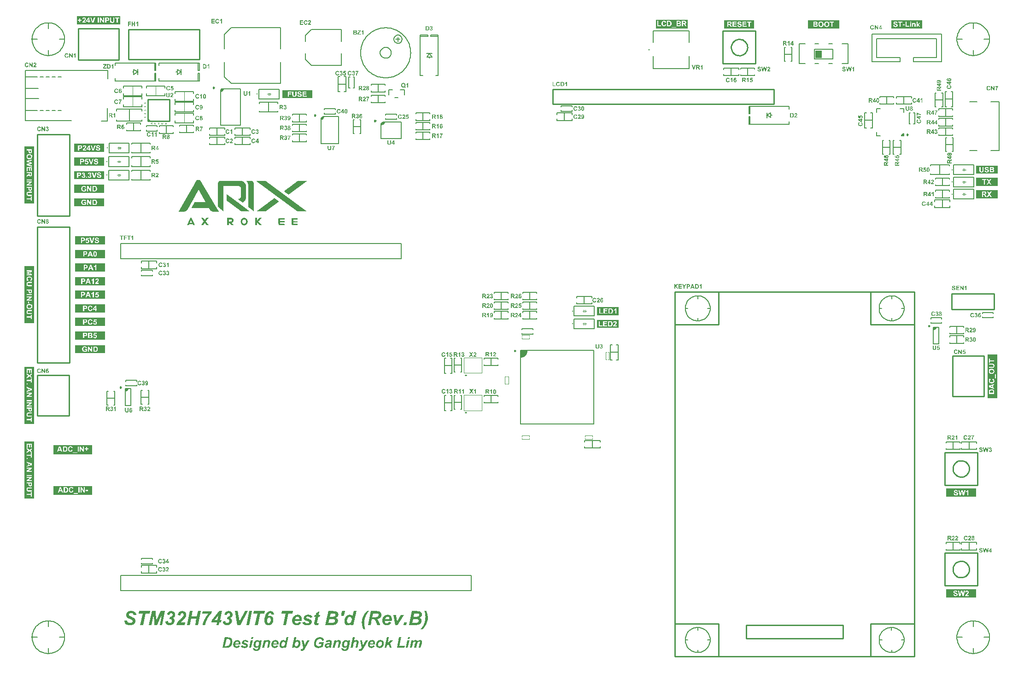
<source format=gto>
G04*
G04 #@! TF.GenerationSoftware,Altium Limited,Altium Designer,21.4.1 (30)*
G04*
G04 Layer_Color=65535*
%FSLAX44Y44*%
%MOMM*%
G71*
G04*
G04 #@! TF.SameCoordinates,A141D3DD-4A5E-4641-B441-74F08AAE2887*
G04*
G04*
G04 #@! TF.FilePolarity,Positive*
G04*
G01*
G75*
%ADD10C,0.2000*%
%ADD11C,0.2500*%
%ADD12C,0.2000*%
%ADD13C,0.2032*%
%ADD14C,0.2540*%
%ADD15C,0.1500*%
%ADD16C,0.0900*%
%ADD17C,0.1000*%
%ADD18C,0.1270*%
%ADD19C,0.1778*%
%ADD20R,1.2000X1.4000*%
G36*
X386628Y821132D02*
X387205D01*
Y820988D01*
X387783D01*
Y820843D01*
X387927D01*
Y820699D01*
X388360D01*
Y820555D01*
X388504D01*
Y820410D01*
X388793D01*
Y820266D01*
X388937D01*
Y820122D01*
X389081D01*
Y819977D01*
X389226D01*
Y819833D01*
X389370D01*
Y819689D01*
X389514D01*
Y819545D01*
X389659D01*
Y819400D01*
X389803D01*
Y819112D01*
X389947D01*
Y818823D01*
X390092D01*
Y818534D01*
X390236D01*
Y817813D01*
X390380D01*
Y817235D01*
X390525D01*
Y815937D01*
X390380D01*
Y815504D01*
X390236D01*
Y814926D01*
X390092D01*
Y814638D01*
X389947D01*
Y814349D01*
X389803D01*
Y814060D01*
X389659D01*
Y813916D01*
X389514D01*
Y813772D01*
X389370D01*
Y813627D01*
X389226D01*
Y813483D01*
X389081D01*
Y813339D01*
X388937D01*
Y813195D01*
X388793D01*
Y813050D01*
X388504D01*
Y812906D01*
X388360D01*
Y812762D01*
X388216D01*
Y812617D01*
X387927D01*
Y812473D01*
X387638D01*
Y812329D01*
X387061D01*
Y811896D01*
X387205D01*
Y811751D01*
X387350D01*
Y811607D01*
X387494D01*
Y811463D01*
X387638D01*
Y811318D01*
X387783D01*
Y811030D01*
X388071D01*
Y810885D01*
X388216D01*
Y810741D01*
X388360D01*
Y810452D01*
X388504D01*
Y810308D01*
X388648D01*
Y810164D01*
X388793D01*
Y810020D01*
X388937D01*
Y809875D01*
X389081D01*
Y809731D01*
X389226D01*
Y809587D01*
X389370D01*
Y809442D01*
X389514D01*
Y809154D01*
X389659D01*
Y809009D01*
X389803D01*
Y808865D01*
X389947D01*
Y808721D01*
X390092D01*
Y808576D01*
X390236D01*
Y808432D01*
X390380D01*
Y808288D01*
X390525D01*
Y808143D01*
X390669D01*
Y807999D01*
X390525D01*
Y807855D01*
X386772D01*
Y807999D01*
X386628D01*
Y808143D01*
X386484D01*
Y808288D01*
X386339D01*
Y808432D01*
X386195D01*
Y808576D01*
X386051D01*
Y808721D01*
X385906D01*
Y808865D01*
X385762D01*
Y809009D01*
X385618D01*
Y809154D01*
X385474D01*
Y809298D01*
X385329D01*
Y809442D01*
X385185D01*
Y809587D01*
X385041D01*
Y809875D01*
X384896D01*
Y810020D01*
X384752D01*
Y810164D01*
X384608D01*
Y810308D01*
X384463D01*
Y810452D01*
X384319D01*
Y810741D01*
X384175D01*
Y810885D01*
X384030D01*
Y811030D01*
X383886D01*
Y811318D01*
X383742D01*
Y811463D01*
X383309D01*
Y811607D01*
X381866D01*
Y811463D01*
X381577D01*
Y807855D01*
X378546D01*
Y807999D01*
X378402D01*
Y821132D01*
X378546D01*
Y821276D01*
X386628D01*
Y821132D01*
D02*
G37*
G36*
X334529Y821421D02*
X334818D01*
Y821276D01*
X334962D01*
Y821132D01*
X335107D01*
Y820699D01*
X335395D01*
Y820410D01*
X335540D01*
Y820266D01*
X335684D01*
Y820122D01*
X335828D01*
Y819833D01*
X335973D01*
Y819689D01*
X336117D01*
Y819400D01*
X336261D01*
Y819256D01*
X336406D01*
Y819112D01*
X336550D01*
Y818967D01*
X336694D01*
Y818823D01*
X336838D01*
Y818534D01*
X336983D01*
Y818390D01*
X337127D01*
Y818101D01*
X337271D01*
Y817957D01*
X337416D01*
Y817813D01*
X337560D01*
Y817668D01*
X337705D01*
Y817524D01*
X337849D01*
Y817813D01*
X337993D01*
Y817957D01*
X338137D01*
Y818101D01*
X338282D01*
Y818246D01*
X338426D01*
Y818390D01*
X338570D01*
Y818679D01*
X338715D01*
Y818823D01*
X338859D01*
Y819112D01*
X339003D01*
Y819256D01*
X339148D01*
Y819545D01*
X339292D01*
Y819689D01*
X339436D01*
Y819833D01*
X339581D01*
Y820122D01*
X339725D01*
Y820266D01*
X339869D01*
Y820555D01*
X340014D01*
Y820699D01*
X340158D01*
Y820843D01*
X340302D01*
Y820988D01*
X340447D01*
Y821132D01*
X340591D01*
Y821276D01*
X340735D01*
Y821421D01*
X344487D01*
Y820988D01*
X344199D01*
Y820843D01*
X344054D01*
Y820699D01*
X343910D01*
Y820410D01*
X343766D01*
Y820266D01*
X343621D01*
Y820122D01*
X343477D01*
Y819833D01*
X343333D01*
Y819689D01*
X343189D01*
Y819545D01*
X343044D01*
Y819256D01*
X342756D01*
Y818967D01*
X342611D01*
Y818823D01*
X342467D01*
Y818534D01*
X342323D01*
Y818390D01*
X342178D01*
Y818246D01*
X342034D01*
Y817957D01*
X341890D01*
Y817813D01*
X341745D01*
Y817668D01*
X341601D01*
Y817380D01*
X341457D01*
Y817235D01*
X341312D01*
Y816947D01*
X341168D01*
Y816803D01*
X341024D01*
Y816658D01*
X340879D01*
Y816514D01*
X340735D01*
Y816369D01*
X340591D01*
Y816081D01*
X340447D01*
Y815937D01*
X340302D01*
Y815648D01*
X340158D01*
Y815504D01*
X340014D01*
Y815359D01*
X339869D01*
Y815071D01*
X339725D01*
Y814638D01*
X339869D01*
Y814349D01*
X340014D01*
Y814205D01*
X340158D01*
Y814060D01*
X340302D01*
Y813772D01*
X340447D01*
Y813627D01*
X340591D01*
Y813339D01*
X340735D01*
Y813195D01*
X340879D01*
Y813050D01*
X341024D01*
Y812762D01*
X341168D01*
Y812617D01*
X341312D01*
Y812473D01*
X341457D01*
Y812329D01*
X341601D01*
Y812040D01*
X341745D01*
Y811751D01*
X341890D01*
Y811607D01*
X342034D01*
Y811463D01*
X342178D01*
Y811318D01*
X342323D01*
Y811030D01*
X342467D01*
Y810885D01*
X342611D01*
Y810597D01*
X342756D01*
Y810452D01*
X342900D01*
Y810308D01*
X343044D01*
Y810020D01*
X343189D01*
Y809875D01*
X343333D01*
Y809731D01*
X343477D01*
Y809442D01*
X343621D01*
Y809298D01*
X343766D01*
Y809009D01*
X343910D01*
Y808865D01*
X344054D01*
Y808721D01*
X344199D01*
Y808576D01*
X344343D01*
Y808432D01*
X344487D01*
Y808288D01*
X344632D01*
Y807855D01*
X340879D01*
Y807999D01*
X340735D01*
Y808143D01*
X340591D01*
Y808432D01*
X340447D01*
Y808576D01*
X340302D01*
Y808721D01*
X340158D01*
Y808865D01*
X340014D01*
Y809009D01*
X339869D01*
Y809298D01*
X339725D01*
Y809442D01*
X339581D01*
Y809731D01*
X339436D01*
Y809875D01*
X339292D01*
Y810164D01*
X339148D01*
Y810308D01*
X339003D01*
Y810452D01*
X338859D01*
Y810741D01*
X338715D01*
Y810885D01*
X338570D01*
Y811030D01*
X338426D01*
Y811174D01*
X338282D01*
Y811463D01*
X338137D01*
Y811607D01*
X337993D01*
Y811751D01*
X337849D01*
Y811896D01*
X337560D01*
Y811751D01*
X337416D01*
Y811607D01*
X337271D01*
Y811318D01*
X337127D01*
Y811174D01*
X336983D01*
Y811030D01*
X336838D01*
Y810741D01*
X336694D01*
Y810597D01*
X336550D01*
Y810452D01*
X336406D01*
Y810308D01*
X336261D01*
Y810164D01*
X336117D01*
Y809875D01*
X335973D01*
Y809731D01*
X335828D01*
Y809587D01*
X335684D01*
Y809298D01*
X335540D01*
Y809154D01*
X335395D01*
Y808865D01*
X335107D01*
Y808432D01*
X334962D01*
Y808288D01*
X334818D01*
Y807999D01*
X334674D01*
Y807855D01*
X330633D01*
Y808143D01*
X330777D01*
Y808288D01*
X330922D01*
Y808432D01*
X331066D01*
Y808576D01*
X331210D01*
Y808865D01*
X331354D01*
Y809009D01*
X331499D01*
Y809154D01*
X331643D01*
Y809442D01*
X331787D01*
Y809587D01*
X331932D01*
Y809731D01*
X332076D01*
Y809875D01*
X332220D01*
Y810020D01*
X332365D01*
Y810308D01*
X332509D01*
Y810452D01*
X332653D01*
Y810741D01*
X332798D01*
Y810885D01*
X332942D01*
Y811174D01*
X333086D01*
Y811318D01*
X333231D01*
Y811463D01*
X333375D01*
Y811751D01*
X333519D01*
Y811896D01*
X333663D01*
Y812184D01*
X333808D01*
Y812329D01*
X333952D01*
Y812473D01*
X334096D01*
Y812762D01*
X334385D01*
Y813050D01*
X334529D01*
Y813339D01*
X334674D01*
Y813483D01*
X334818D01*
Y813772D01*
X335107D01*
Y814060D01*
X335251D01*
Y814205D01*
X335395D01*
Y814493D01*
X335540D01*
Y814638D01*
X335684D01*
Y815071D01*
X335540D01*
Y815215D01*
X335395D01*
Y815504D01*
X335251D01*
Y815648D01*
X335107D01*
Y815937D01*
X334962D01*
Y816081D01*
X334818D01*
Y816225D01*
X334674D01*
Y816514D01*
X334385D01*
Y816803D01*
X334241D01*
Y816947D01*
X334096D01*
Y817235D01*
X333952D01*
Y817380D01*
X333808D01*
Y817524D01*
X333663D01*
Y817813D01*
X333519D01*
Y817957D01*
X333375D01*
Y818246D01*
X333231D01*
Y818390D01*
X333086D01*
Y818679D01*
X332942D01*
Y818823D01*
X332798D01*
Y818967D01*
X332653D01*
Y819256D01*
X332509D01*
Y819400D01*
X332365D01*
Y819545D01*
X332220D01*
Y819833D01*
X332076D01*
Y819977D01*
X331932D01*
Y820266D01*
X331787D01*
Y820410D01*
X331643D01*
Y820555D01*
X331499D01*
Y820699D01*
X331354D01*
Y820843D01*
X331210D01*
Y820988D01*
X331066D01*
Y821565D01*
X334529D01*
Y821421D01*
D02*
G37*
G36*
X313026D02*
X313171D01*
Y821276D01*
X313315D01*
Y820988D01*
X313459D01*
Y820843D01*
X313603D01*
Y820410D01*
X313748D01*
Y820122D01*
X313892D01*
Y819977D01*
X314036D01*
Y819545D01*
X314181D01*
Y819256D01*
X314325D01*
Y818823D01*
X314469D01*
Y818679D01*
X314614D01*
Y818246D01*
X314758D01*
Y817957D01*
X314902D01*
Y817668D01*
X315047D01*
Y817235D01*
X315191D01*
Y817091D01*
X315335D01*
Y816658D01*
X315480D01*
Y816369D01*
X315624D01*
Y816081D01*
X315768D01*
Y815792D01*
X315912D01*
Y815504D01*
X316057D01*
Y815071D01*
X316201D01*
Y814926D01*
X316346D01*
Y814493D01*
X316490D01*
Y814205D01*
X316634D01*
Y814060D01*
X316778D01*
Y813627D01*
X316923D01*
Y813339D01*
X317067D01*
Y812906D01*
X317211D01*
Y812762D01*
X317356D01*
Y812473D01*
X317500D01*
Y812040D01*
X317644D01*
Y811751D01*
X317789D01*
Y811318D01*
X317933D01*
Y811174D01*
X318077D01*
Y810741D01*
X318222D01*
Y810452D01*
X318366D01*
Y810308D01*
X318510D01*
Y810164D01*
Y810020D01*
Y809875D01*
X318654D01*
Y809731D01*
X318799D01*
Y809298D01*
X318943D01*
Y809009D01*
X319088D01*
Y808865D01*
X319232D01*
Y808576D01*
X319376D01*
Y808288D01*
X319520D01*
Y807855D01*
X316201D01*
Y808143D01*
X316057D01*
Y808432D01*
X315912D01*
Y808721D01*
X315768D01*
Y809154D01*
X315624D01*
Y809442D01*
X315480D01*
Y809587D01*
X315335D01*
Y809875D01*
X309274D01*
Y809731D01*
X309130D01*
Y809442D01*
X308985D01*
Y809298D01*
X308841D01*
Y808865D01*
X308697D01*
Y808432D01*
X308552D01*
Y808143D01*
X308408D01*
Y807855D01*
X304944D01*
Y808288D01*
X305089D01*
Y808432D01*
X305233D01*
Y808865D01*
X305377D01*
Y809154D01*
X305522D01*
Y809298D01*
X305666D01*
Y809875D01*
X305810D01*
Y810020D01*
X305955D01*
Y810597D01*
X306099D01*
Y810741D01*
X306243D01*
Y811030D01*
X306388D01*
Y811463D01*
X306532D01*
Y811607D01*
X306676D01*
Y812184D01*
X306821D01*
Y812329D01*
X306965D01*
Y812617D01*
X307109D01*
Y813050D01*
X307253D01*
Y813195D01*
X307398D01*
Y813772D01*
X307542D01*
Y813916D01*
X307686D01*
Y814349D01*
X307831D01*
Y814638D01*
X307975D01*
Y814926D01*
X308119D01*
Y815359D01*
X308264D01*
Y815504D01*
X308408D01*
Y816081D01*
X308552D01*
Y816225D01*
X308697D01*
Y816514D01*
X308841D01*
Y816947D01*
X308985D01*
Y817235D01*
X309130D01*
Y817668D01*
X309274D01*
Y817813D01*
X309418D01*
Y818246D01*
X309562D01*
Y818534D01*
X309707D01*
Y818679D01*
X309851D01*
Y819256D01*
X309995D01*
Y819400D01*
X310140D01*
Y819833D01*
X310284D01*
Y820122D01*
X310428D01*
Y820410D01*
X310573D01*
Y820699D01*
X310717D01*
Y820988D01*
X310861D01*
Y821276D01*
X311006D01*
Y821421D01*
X311294D01*
Y821565D01*
X313026D01*
Y821421D01*
D02*
G37*
G36*
X411018Y821276D02*
X411739D01*
Y821132D01*
X412028D01*
Y820988D01*
X412461D01*
Y820843D01*
X412749D01*
Y820699D01*
X413038D01*
Y820555D01*
X413327D01*
Y820410D01*
X413471D01*
Y820266D01*
X413760D01*
Y820122D01*
X413904D01*
Y819977D01*
X414048D01*
Y819833D01*
X414193D01*
Y819689D01*
X414337D01*
Y819545D01*
X414481D01*
Y819400D01*
X414626D01*
Y819256D01*
X414770D01*
Y819112D01*
X414914D01*
Y818967D01*
X415059D01*
Y818679D01*
X415203D01*
Y818534D01*
X415347D01*
Y818390D01*
X415492D01*
Y817957D01*
X415636D01*
Y817813D01*
X415780D01*
Y817380D01*
X415924D01*
Y817235D01*
X416069D01*
Y816803D01*
X416213D01*
Y816081D01*
X416357D01*
Y815648D01*
X416502D01*
Y813339D01*
X416357D01*
Y812906D01*
X416213D01*
Y812329D01*
X416069D01*
Y811896D01*
X415924D01*
Y811751D01*
X415780D01*
Y811318D01*
X415636D01*
Y811174D01*
X415492D01*
Y810741D01*
X415347D01*
Y810597D01*
X415203D01*
Y810452D01*
X415059D01*
Y810164D01*
X414914D01*
Y810020D01*
X414770D01*
Y809875D01*
X414626D01*
Y809731D01*
X414481D01*
Y809587D01*
X414337D01*
Y809442D01*
X414193D01*
Y809298D01*
X414048D01*
Y809154D01*
X413904D01*
Y809009D01*
X413760D01*
Y808865D01*
X413471D01*
Y808721D01*
X413327D01*
Y808576D01*
X413038D01*
Y808432D01*
X412749D01*
Y808288D01*
X412605D01*
Y808143D01*
X412028D01*
Y807999D01*
X411884D01*
Y807855D01*
X411018D01*
Y807710D01*
X410585D01*
Y807566D01*
X409286D01*
Y807710D01*
X408853D01*
Y807855D01*
X407987D01*
Y807999D01*
X407843D01*
Y808143D01*
X407410D01*
Y808288D01*
X407121D01*
Y808432D01*
X406833D01*
Y808576D01*
X406544D01*
Y808721D01*
X406400D01*
Y808865D01*
X406255D01*
Y809009D01*
X406111D01*
Y809154D01*
X405967D01*
Y809298D01*
X405678D01*
Y809587D01*
X405389D01*
Y809875D01*
X405245D01*
Y810020D01*
X405101D01*
Y810164D01*
X404956D01*
Y810308D01*
X404812D01*
Y810452D01*
X404668D01*
Y810885D01*
X404523D01*
Y811030D01*
X404379D01*
Y811318D01*
X404235D01*
Y811607D01*
X404090D01*
Y811896D01*
X403946D01*
Y812473D01*
X403802D01*
Y812617D01*
X403657D01*
Y813916D01*
X403513D01*
Y815215D01*
X403657D01*
Y816514D01*
X403802D01*
Y816803D01*
X403946D01*
Y817235D01*
X404090D01*
Y817668D01*
X404235D01*
Y817813D01*
X404379D01*
Y818246D01*
X404523D01*
Y818390D01*
X404668D01*
Y818679D01*
X404812D01*
Y818823D01*
X404956D01*
Y818967D01*
X405101D01*
Y819256D01*
X405245D01*
Y819400D01*
X405389D01*
Y819545D01*
X405534D01*
Y819689D01*
X405678D01*
Y819833D01*
X405822D01*
Y819977D01*
X406111D01*
Y820122D01*
X406255D01*
Y820266D01*
X406544D01*
Y820410D01*
X406688D01*
Y820555D01*
X406833D01*
Y820699D01*
X407266D01*
Y820843D01*
X407410D01*
Y820988D01*
X408131D01*
Y821132D01*
X408420D01*
Y821276D01*
X408997D01*
Y821421D01*
X411018D01*
Y821276D01*
D02*
G37*
G36*
X196500Y506000D02*
X193500Y503000D01*
X191500D01*
Y507500D01*
X196500D01*
Y506000D01*
D02*
G37*
G36*
X371500Y1057000D02*
X368500Y1054000D01*
X366500D01*
X368500Y1057750D01*
X371500Y1058500D01*
Y1057000D01*
D02*
G37*
G36*
X238756Y999405D02*
X232756D01*
Y1005405D01*
X238756Y999405D01*
D02*
G37*
G36*
X329045Y890549D02*
X329190D01*
Y890404D01*
X329334D01*
Y890116D01*
X329478D01*
Y889827D01*
X329623D01*
Y889683D01*
X329767D01*
Y889394D01*
X329911D01*
Y889106D01*
X330056D01*
Y888961D01*
X330200D01*
Y888673D01*
X330344D01*
Y888384D01*
X330489D01*
Y888240D01*
X330633D01*
Y887951D01*
X330777D01*
Y887807D01*
X330922D01*
Y887374D01*
X331066D01*
Y887229D01*
X331210D01*
Y886941D01*
X331354D01*
Y886652D01*
X331499D01*
Y886508D01*
X331643D01*
Y886219D01*
X331787D01*
Y886075D01*
X331932D01*
Y885642D01*
X332076D01*
Y885498D01*
X332220D01*
Y885209D01*
X332365D01*
Y884920D01*
X332509D01*
Y884776D01*
X332653D01*
Y884487D01*
X332798D01*
Y884343D01*
X332942D01*
Y884054D01*
X333086D01*
Y883766D01*
X333231D01*
Y883622D01*
X333375D01*
Y883188D01*
X333519D01*
Y883044D01*
X333663D01*
Y882756D01*
X333808D01*
Y882467D01*
X333952D01*
Y882323D01*
X334096D01*
Y882034D01*
X334241D01*
Y881890D01*
X334385D01*
Y881457D01*
X334529D01*
Y881312D01*
X334674D01*
Y881024D01*
X334818D01*
Y880735D01*
X334962D01*
Y880591D01*
X335107D01*
Y880302D01*
X335251D01*
Y880158D01*
X335395D01*
Y879869D01*
X335540D01*
Y879581D01*
X335684D01*
Y879436D01*
X335828D01*
Y879003D01*
X335973D01*
Y878859D01*
X336117D01*
Y878570D01*
X336261D01*
Y878426D01*
X336406D01*
Y878137D01*
X336550D01*
Y877849D01*
X336694D01*
Y877704D01*
X336838D01*
Y877271D01*
X336983D01*
Y877127D01*
X337127D01*
Y876839D01*
X337271D01*
Y876550D01*
X337416D01*
Y876406D01*
X337560D01*
Y876117D01*
X337705D01*
Y875973D01*
X337849D01*
Y875540D01*
X337993D01*
Y875395D01*
X338137D01*
Y875251D01*
X338282D01*
Y874962D01*
X338426D01*
Y874674D01*
X338570D01*
Y874385D01*
X338715D01*
Y874241D01*
X338859D01*
Y873952D01*
X339003D01*
Y873664D01*
X339148D01*
Y873519D01*
X339292D01*
Y873231D01*
X339436D01*
Y873086D01*
X339581D01*
Y872798D01*
X339725D01*
Y872509D01*
X339869D01*
Y872365D01*
X340014D01*
Y872076D01*
X340158D01*
Y871787D01*
X340302D01*
Y871499D01*
X340447D01*
Y871355D01*
X340591D01*
Y871066D01*
X340735D01*
Y870777D01*
X340879D01*
Y870633D01*
X341024D01*
Y870344D01*
X341168D01*
Y870200D01*
X341312D01*
Y869911D01*
X341457D01*
Y869623D01*
X341601D01*
Y869334D01*
X341745D01*
Y869045D01*
X341890D01*
Y868901D01*
X342034D01*
Y868613D01*
X342178D01*
Y868468D01*
X342323D01*
Y868179D01*
X342467D01*
Y867891D01*
X342611D01*
Y867747D01*
X342756D01*
Y867314D01*
X342900D01*
Y867169D01*
X343044D01*
Y866881D01*
X343189D01*
Y866736D01*
X343333D01*
Y866448D01*
X343477D01*
Y866159D01*
X343621D01*
Y866015D01*
X343766D01*
Y865726D01*
X343910D01*
Y865582D01*
X344054D01*
Y865149D01*
X344199D01*
Y865005D01*
X344343D01*
Y864860D01*
X344487D01*
Y864427D01*
X344632D01*
Y864283D01*
X344776D01*
Y863994D01*
X344920D01*
Y863850D01*
X345065D01*
Y863561D01*
X345209D01*
Y863273D01*
X345353D01*
Y863128D01*
X345498D01*
Y862695D01*
X345642D01*
Y862551D01*
X345786D01*
Y862262D01*
X345931D01*
Y862118D01*
X346075D01*
Y861830D01*
X346219D01*
Y861541D01*
X346363D01*
Y861397D01*
X346508D01*
Y861108D01*
X346652D01*
Y860964D01*
X346796D01*
Y860675D01*
X346941D01*
Y860386D01*
X347085D01*
Y860242D01*
X347229D01*
Y859953D01*
X347374D01*
Y859809D01*
X347518D01*
Y859520D01*
X347662D01*
Y859232D01*
X347807D01*
Y859088D01*
X347951D01*
Y858655D01*
X348095D01*
Y858510D01*
X348240D01*
Y858222D01*
X348384D01*
Y858077D01*
X348528D01*
Y857789D01*
X348673D01*
Y857500D01*
X348817D01*
Y857356D01*
X348961D01*
Y857067D01*
X349105D01*
Y856778D01*
X349250D01*
Y856634D01*
X349394D01*
Y856346D01*
X349538D01*
Y856201D01*
X349683D01*
Y855768D01*
X349827D01*
Y855624D01*
X349971D01*
Y855335D01*
X350116D01*
Y855191D01*
X350260D01*
Y854902D01*
X350404D01*
Y854614D01*
X350549D01*
Y854469D01*
X350693D01*
Y854036D01*
X350837D01*
Y853892D01*
X350982D01*
Y853603D01*
X351126D01*
Y853315D01*
X351270D01*
Y853170D01*
X351415D01*
Y852882D01*
X351559D01*
Y852738D01*
X351703D01*
Y852449D01*
X351848D01*
Y852160D01*
X351992D01*
Y852016D01*
X352136D01*
Y851727D01*
X352281D01*
Y851583D01*
X352425D01*
Y851150D01*
X352569D01*
Y851006D01*
X352714D01*
Y850717D01*
X352858D01*
Y850428D01*
X353002D01*
Y850284D01*
X353146D01*
Y849995D01*
X353291D01*
Y849851D01*
X353435D01*
Y849418D01*
X353579D01*
Y849274D01*
X353724D01*
Y848985D01*
X353868D01*
Y848697D01*
X354012D01*
Y848552D01*
X354157D01*
Y848264D01*
X354301D01*
Y848119D01*
X354445D01*
Y847831D01*
X354590D01*
Y847542D01*
X354734D01*
Y847398D01*
X354878D01*
Y847109D01*
X355023D01*
Y846965D01*
X355167D01*
Y846532D01*
X355311D01*
Y846388D01*
X355456D01*
Y846099D01*
X355600D01*
Y845955D01*
X355744D01*
Y845666D01*
X355888D01*
Y845377D01*
X356033D01*
Y845233D01*
X356177D01*
Y844944D01*
X356321D01*
Y844656D01*
X356466D01*
Y844511D01*
X356610D01*
Y844223D01*
X356754D01*
Y844079D01*
X356899D01*
Y843645D01*
X357043D01*
Y843501D01*
X357187D01*
Y843213D01*
X357332D01*
Y842924D01*
X357476D01*
Y842780D01*
X357620D01*
Y842491D01*
X357765D01*
Y842347D01*
X357909D01*
Y842058D01*
X358053D01*
Y841769D01*
X358198D01*
Y841625D01*
X358342D01*
Y841192D01*
X358486D01*
Y841048D01*
X358630D01*
Y840759D01*
X358775D01*
Y840615D01*
X358919D01*
Y840326D01*
X359063D01*
Y840038D01*
X359208D01*
Y839893D01*
X359352D01*
Y839460D01*
X359496D01*
Y839316D01*
X359641D01*
Y839172D01*
X359785D01*
Y838883D01*
X359929D01*
Y838739D01*
X360074D01*
Y838306D01*
X360362D01*
Y837873D01*
X360507D01*
Y837729D01*
X360651D01*
Y837440D01*
X360795D01*
Y837296D01*
X360940D01*
Y837007D01*
X361084D01*
Y836718D01*
X361228D01*
Y836574D01*
X361372D01*
Y836285D01*
X361517D01*
Y835997D01*
X361661D01*
Y835852D01*
X361805D01*
Y835564D01*
X361950D01*
Y835419D01*
X362094D01*
Y835131D01*
X362238D01*
Y834986D01*
X362383D01*
Y834698D01*
X362527D01*
Y834409D01*
X362671D01*
Y834265D01*
X362816D01*
Y833976D01*
X362960D01*
Y833832D01*
X363104D01*
Y833543D01*
X363249D01*
Y833255D01*
X363393D01*
Y833110D01*
X363537D01*
Y832822D01*
X351703D01*
Y832966D01*
X351415D01*
Y833110D01*
X350693D01*
Y833255D01*
X350404D01*
Y833399D01*
X350116D01*
Y833543D01*
X349827D01*
Y833688D01*
X349683D01*
Y833832D01*
X349394D01*
Y833976D01*
X349250D01*
Y834121D01*
X348961D01*
Y834265D01*
X348817D01*
Y834409D01*
X348673D01*
Y834554D01*
X348528D01*
Y834698D01*
X348384D01*
Y834842D01*
X348240D01*
Y834986D01*
X348095D01*
Y835131D01*
X347951D01*
Y835275D01*
X347807D01*
Y835419D01*
X347662D01*
Y835564D01*
X347518D01*
Y835852D01*
X347374D01*
Y835997D01*
X347229D01*
Y836285D01*
X347085D01*
Y836430D01*
X346941D01*
Y836574D01*
X346796D01*
Y836863D01*
X346652D01*
Y837007D01*
X346508D01*
Y837296D01*
X346363D01*
Y837440D01*
X346219D01*
Y837729D01*
X346075D01*
Y838017D01*
X345931D01*
Y838161D01*
X345786D01*
Y838594D01*
X345642D01*
Y838739D01*
X345498D01*
Y839027D01*
X345353D01*
Y839172D01*
X345209D01*
Y839316D01*
X345065D01*
Y839460D01*
X344920D01*
Y839605D01*
X313026D01*
Y840038D01*
X313171D01*
Y840182D01*
X313315D01*
Y840471D01*
X313459D01*
Y840615D01*
X313603D01*
Y841048D01*
X313748D01*
Y841192D01*
X313892D01*
Y841481D01*
X314036D01*
Y841769D01*
X314181D01*
Y841914D01*
X314325D01*
Y842347D01*
X314469D01*
Y842491D01*
X314614D01*
Y842780D01*
X314758D01*
Y843068D01*
X314902D01*
Y843213D01*
X315047D01*
Y843501D01*
X315191D01*
Y843790D01*
X315335D01*
Y844079D01*
X315480D01*
Y844367D01*
X315624D01*
Y844656D01*
X315768D01*
Y844944D01*
X315912D01*
Y845233D01*
X316057D01*
Y845522D01*
X316201D01*
Y845666D01*
X316346D01*
Y846099D01*
X316490D01*
Y846243D01*
X316634D01*
Y846532D01*
X316778D01*
Y846821D01*
X316923D01*
Y846965D01*
X317067D01*
Y847253D01*
X317211D01*
Y847542D01*
X317356D01*
Y847831D01*
X317500D01*
Y848119D01*
X317644D01*
Y848264D01*
X317789D01*
Y848552D01*
X317933D01*
Y848697D01*
X318077D01*
Y849130D01*
X318222D01*
Y849274D01*
X318366D01*
Y849418D01*
X318510D01*
Y849707D01*
X318654D01*
Y849851D01*
X318799D01*
Y849995D01*
X318943D01*
Y850140D01*
X337849D01*
Y849995D01*
X337993D01*
Y850140D01*
X339148D01*
Y850428D01*
X339003D01*
Y850573D01*
X338859D01*
Y850861D01*
X338715D01*
Y851006D01*
X338570D01*
Y851439D01*
X338426D01*
Y851583D01*
X338282D01*
Y851872D01*
X338137D01*
Y852160D01*
X337993D01*
Y852305D01*
X337849D01*
Y852593D01*
X337705D01*
Y852882D01*
X337560D01*
Y853170D01*
X337416D01*
Y853315D01*
X337271D01*
Y853603D01*
X337127D01*
Y853892D01*
X336983D01*
Y854036D01*
X336838D01*
Y854469D01*
X336694D01*
Y854614D01*
X336550D01*
Y854902D01*
X336406D01*
Y855191D01*
X336261D01*
Y855335D01*
X336117D01*
Y855624D01*
X335973D01*
Y855912D01*
X335828D01*
Y856201D01*
X335684D01*
Y856346D01*
X335540D01*
Y856634D01*
X335395D01*
Y856923D01*
X335251D01*
Y857067D01*
X335107D01*
Y857500D01*
X334962D01*
Y857644D01*
X334818D01*
Y857933D01*
X334674D01*
Y858222D01*
X334529D01*
Y858366D01*
X334385D01*
Y858655D01*
X334241D01*
Y858943D01*
X334096D01*
Y859232D01*
X333952D01*
Y859376D01*
X333808D01*
Y859665D01*
X333663D01*
Y859953D01*
X333519D01*
Y860242D01*
X333375D01*
Y860531D01*
X333231D01*
Y860675D01*
X333086D01*
Y861108D01*
X332942D01*
Y861252D01*
X332798D01*
Y861541D01*
X332653D01*
Y861830D01*
X332509D01*
Y861974D01*
X332365D01*
Y862407D01*
X332220D01*
Y862551D01*
X332076D01*
Y862840D01*
X331932D01*
Y863128D01*
X331787D01*
Y863273D01*
X331643D01*
Y863561D01*
X331499D01*
Y863850D01*
X331354D01*
Y864139D01*
X331210D01*
Y864283D01*
X331066D01*
Y864572D01*
X330922D01*
Y864860D01*
X330777D01*
Y865005D01*
X330633D01*
Y865437D01*
X330489D01*
Y865582D01*
X330344D01*
Y865870D01*
X330200D01*
Y866159D01*
X330056D01*
Y866303D01*
X329911D01*
Y866736D01*
X329767D01*
Y866881D01*
X329623D01*
Y867169D01*
X329478D01*
Y867458D01*
X329334D01*
Y867602D01*
X329190D01*
Y868035D01*
X329045D01*
Y868179D01*
X328901D01*
Y868468D01*
X328757D01*
Y868757D01*
X328612D01*
Y869045D01*
X328468D01*
Y869334D01*
X328324D01*
Y869478D01*
X328180D01*
Y869767D01*
X328035D01*
Y870056D01*
X327891D01*
Y870344D01*
X327747D01*
Y870633D01*
X327602D01*
Y870777D01*
X327458D01*
Y871210D01*
X327314D01*
Y871355D01*
X327169D01*
Y871643D01*
X327025D01*
Y871787D01*
X326881D01*
Y872076D01*
X326736D01*
Y872365D01*
X326592D01*
Y872509D01*
X326448D01*
Y872942D01*
X326159D01*
Y872798D01*
X326015D01*
Y872653D01*
X325870D01*
Y872365D01*
X325726D01*
Y872076D01*
X325582D01*
Y871932D01*
X325437D01*
Y871643D01*
X325293D01*
Y871499D01*
X325149D01*
Y871210D01*
X325005D01*
Y870921D01*
X324860D01*
Y870777D01*
X324716D01*
Y870344D01*
X324572D01*
Y870200D01*
X324427D01*
Y869911D01*
X324283D01*
Y869623D01*
X324139D01*
Y869478D01*
X323994D01*
Y869045D01*
X323850D01*
Y868901D01*
X323706D01*
Y868468D01*
X323561D01*
Y868324D01*
X323417D01*
Y868035D01*
X323273D01*
Y867747D01*
X323128D01*
Y867602D01*
X322984D01*
Y867314D01*
X322840D01*
Y867025D01*
X322695D01*
Y866736D01*
X322551D01*
Y866448D01*
X322407D01*
Y866303D01*
X322262D01*
Y865870D01*
X322118D01*
Y865726D01*
X321974D01*
Y865437D01*
X321829D01*
Y865149D01*
X321685D01*
Y864860D01*
X321541D01*
Y864572D01*
X321397D01*
Y864427D01*
X321252D01*
Y863994D01*
X321108D01*
Y863850D01*
X320964D01*
Y863561D01*
X320819D01*
Y863273D01*
X320675D01*
Y863128D01*
X320531D01*
Y862695D01*
X320386D01*
Y862551D01*
X320242D01*
Y862262D01*
X320098D01*
Y861974D01*
X319953D01*
Y861685D01*
X319809D01*
Y861397D01*
X319665D01*
Y861252D01*
X319520D01*
Y860964D01*
X319376D01*
Y860675D01*
X319232D01*
Y860386D01*
X319088D01*
Y860098D01*
X318943D01*
Y859953D01*
X318799D01*
Y859665D01*
X318654D01*
Y859376D01*
X318510D01*
Y859088D01*
X318366D01*
Y858799D01*
X318222D01*
Y858510D01*
X318077D01*
Y858222D01*
X317933D01*
Y858077D01*
X317789D01*
Y857644D01*
X317644D01*
Y857500D01*
X317500D01*
Y857211D01*
X317356D01*
Y856923D01*
X317211D01*
Y856778D01*
X317067D01*
Y856346D01*
X316923D01*
Y856201D01*
X316778D01*
Y855912D01*
X316634D01*
Y855624D01*
X316490D01*
Y855335D01*
X316346D01*
Y855047D01*
X316201D01*
Y854902D01*
X316057D01*
Y854469D01*
X315912D01*
Y854325D01*
X315768D01*
Y854036D01*
X315624D01*
Y853748D01*
X315480D01*
Y853603D01*
X315335D01*
Y853170D01*
X315191D01*
Y853026D01*
X315047D01*
Y852738D01*
X314902D01*
Y852449D01*
X314758D01*
Y852160D01*
X314614D01*
Y851872D01*
X314469D01*
Y851727D01*
X314325D01*
Y851439D01*
X314181D01*
Y851150D01*
X314036D01*
Y850861D01*
X313892D01*
Y850717D01*
X313748D01*
Y850428D01*
X313603D01*
Y850140D01*
X313459D01*
Y849995D01*
X313315D01*
Y849563D01*
X313171D01*
Y849418D01*
X313026D01*
Y849130D01*
X312882D01*
Y848841D01*
X312738D01*
Y848697D01*
X312593D01*
Y848264D01*
X312449D01*
Y848119D01*
X312305D01*
Y847831D01*
X312160D01*
Y847542D01*
X312016D01*
Y847253D01*
X311872D01*
Y846965D01*
X311727D01*
Y846821D01*
X311583D01*
Y846388D01*
X311439D01*
Y846243D01*
X311294D01*
Y845955D01*
X311150D01*
Y845666D01*
X311006D01*
Y845522D01*
X310861D01*
Y845089D01*
X310717D01*
Y844944D01*
X310573D01*
Y844656D01*
X310428D01*
Y844367D01*
X310284D01*
Y844223D01*
X310140D01*
Y843790D01*
X309995D01*
Y843645D01*
X309851D01*
Y843213D01*
X309707D01*
Y843068D01*
X309562D01*
Y842780D01*
X309418D01*
Y842491D01*
X309274D01*
Y842347D01*
X309130D01*
Y842058D01*
X308985D01*
Y841769D01*
X308841D01*
Y841481D01*
X308697D01*
Y841192D01*
X308552D01*
Y841048D01*
X308408D01*
Y840615D01*
X308264D01*
Y840471D01*
X308119D01*
Y840182D01*
X307975D01*
Y839893D01*
X307831D01*
Y839749D01*
X307686D01*
Y839460D01*
X307542D01*
Y839172D01*
X307398D01*
Y838883D01*
X307253D01*
Y838594D01*
X307109D01*
Y838306D01*
X306965D01*
Y838161D01*
X306821D01*
Y837873D01*
X306676D01*
Y837584D01*
X306532D01*
Y837440D01*
X306388D01*
Y837151D01*
X306243D01*
Y837007D01*
X306099D01*
Y836718D01*
X305955D01*
Y836574D01*
X305810D01*
Y836430D01*
X305666D01*
Y836141D01*
X305522D01*
Y835997D01*
X305377D01*
Y835708D01*
X305233D01*
Y835564D01*
X305089D01*
Y835419D01*
X304944D01*
Y835275D01*
X304800D01*
Y835131D01*
X304656D01*
Y834986D01*
X304511D01*
Y834842D01*
X304367D01*
Y834698D01*
X304223D01*
Y834554D01*
X304079D01*
Y834409D01*
X303934D01*
Y834265D01*
X303790D01*
Y834121D01*
X303501D01*
Y833976D01*
X303357D01*
Y833832D01*
X303068D01*
Y833688D01*
X302780D01*
Y833543D01*
X302491D01*
Y833399D01*
X302058D01*
Y833255D01*
X301914D01*
Y833110D01*
X301048D01*
Y832966D01*
X300759D01*
Y832822D01*
X297295D01*
Y832677D01*
X297151D01*
Y832822D01*
X289791D01*
Y832677D01*
X289502D01*
Y832822D01*
X289358D01*
Y833110D01*
X289502D01*
Y833255D01*
X289647D01*
Y833543D01*
X289791D01*
Y833832D01*
X289935D01*
Y833976D01*
X290080D01*
Y834265D01*
X290224D01*
Y834409D01*
X290368D01*
Y834842D01*
X290513D01*
Y834986D01*
X290657D01*
Y835275D01*
X290801D01*
Y835564D01*
X290946D01*
Y835708D01*
X291090D01*
Y836141D01*
X291234D01*
Y836285D01*
X291378D01*
Y836574D01*
X291523D01*
Y836863D01*
X291667D01*
Y837007D01*
X291812D01*
Y837296D01*
X291956D01*
Y837440D01*
X292100D01*
Y837729D01*
X292244D01*
Y838017D01*
X292389D01*
Y838161D01*
X292533D01*
Y838594D01*
X292677D01*
Y838739D01*
X292822D01*
Y839027D01*
X292966D01*
Y839316D01*
X293110D01*
Y839460D01*
X293255D01*
Y839749D01*
X293399D01*
Y839893D01*
X293543D01*
Y840326D01*
X293688D01*
Y840471D01*
X293832D01*
Y840759D01*
X293976D01*
Y841048D01*
X294121D01*
Y841192D01*
X294265D01*
Y841481D01*
X294409D01*
Y841769D01*
X294554D01*
Y842058D01*
X294698D01*
Y842202D01*
X294842D01*
Y842491D01*
X294986D01*
Y842780D01*
X295131D01*
Y842924D01*
X295275D01*
Y843357D01*
X295419D01*
Y843501D01*
X295564D01*
Y843790D01*
X295708D01*
Y844079D01*
X295852D01*
Y844223D01*
X295997D01*
Y844511D01*
X296141D01*
Y844656D01*
X296285D01*
Y845089D01*
X296430D01*
Y845233D01*
X296574D01*
Y845522D01*
X296718D01*
Y845810D01*
X296863D01*
Y845955D01*
X297007D01*
Y846388D01*
X297151D01*
Y846532D01*
X297295D01*
Y846821D01*
X297440D01*
Y846965D01*
X297584D01*
Y847253D01*
X297729D01*
Y847542D01*
X297873D01*
Y847686D01*
X298017D01*
Y847831D01*
Y847975D01*
Y848119D01*
X298162D01*
Y848264D01*
X298306D01*
Y848552D01*
X298450D01*
Y848841D01*
X298594D01*
Y848985D01*
X298739D01*
Y849274D01*
X298883D01*
Y849418D01*
X299027D01*
Y849851D01*
X299172D01*
Y850140D01*
X299316D01*
Y850284D01*
X299460D01*
Y850573D01*
X299605D01*
Y850717D01*
X299749D01*
Y851150D01*
X299893D01*
Y851294D01*
X300038D01*
Y851583D01*
X300182D01*
Y851872D01*
X300326D01*
Y852016D01*
X300471D01*
Y852305D01*
X300615D01*
Y852449D01*
X300759D01*
Y852882D01*
X300903D01*
Y853026D01*
X301048D01*
Y853315D01*
X301192D01*
Y853603D01*
X301336D01*
Y853748D01*
X301481D01*
Y854181D01*
X301625D01*
Y854325D01*
X301769D01*
Y854614D01*
X301914D01*
Y854902D01*
X302058D01*
Y855047D01*
X302202D01*
Y855335D01*
X302347D01*
Y855624D01*
X302491D01*
Y855912D01*
X302635D01*
Y856057D01*
X302780D01*
Y856346D01*
X302924D01*
Y856634D01*
X303068D01*
Y856778D01*
X303213D01*
Y857067D01*
X303357D01*
Y857356D01*
X303501D01*
Y857500D01*
X303645D01*
Y857789D01*
X303790D01*
Y858077D01*
X303934D01*
Y858366D01*
X304079D01*
Y858655D01*
X304223D01*
Y858943D01*
X304367D01*
Y859088D01*
X304511D01*
Y859232D01*
X304656D01*
Y859665D01*
X304800D01*
Y859809D01*
X304944D01*
Y860098D01*
X305089D01*
Y860242D01*
X305233D01*
Y860531D01*
X305377D01*
Y860819D01*
X305522D01*
Y860964D01*
X305666D01*
Y861397D01*
X305810D01*
Y861541D01*
X305955D01*
Y861830D01*
X306099D01*
Y862118D01*
X306243D01*
Y862262D01*
X306388D01*
Y862551D01*
X306532D01*
Y862695D01*
X306676D01*
Y863128D01*
X306821D01*
Y863273D01*
X306965D01*
Y863561D01*
X307109D01*
Y863850D01*
X307253D01*
Y863994D01*
X307398D01*
Y864427D01*
X307542D01*
Y864572D01*
X307686D01*
Y864860D01*
X307831D01*
Y865005D01*
X307975D01*
Y865293D01*
X308119D01*
Y865582D01*
X308264D01*
Y865726D01*
X308408D01*
Y866015D01*
X308552D01*
Y866303D01*
X308697D01*
Y866592D01*
X308841D01*
Y866881D01*
X308985D01*
Y867025D01*
X309130D01*
Y867314D01*
X309274D01*
Y867458D01*
X309418D01*
Y867891D01*
X309562D01*
Y868035D01*
X309707D01*
Y868324D01*
X309851D01*
Y868613D01*
X309995D01*
Y868757D01*
X310140D01*
Y869045D01*
X310284D01*
Y869334D01*
X310428D01*
Y869623D01*
X310573D01*
Y869911D01*
X310717D01*
Y870056D01*
X310861D01*
Y870344D01*
X311006D01*
Y870489D01*
X311150D01*
Y870777D01*
X311294D01*
Y870921D01*
X311439D01*
Y871210D01*
X311583D01*
Y871499D01*
X311727D01*
Y871643D01*
X311872D01*
Y872076D01*
X312016D01*
Y872220D01*
X312160D01*
Y872509D01*
X312305D01*
Y872798D01*
X312449D01*
Y872942D01*
X312593D01*
Y873375D01*
X312738D01*
Y873519D01*
X312882D01*
Y873808D01*
X313026D01*
Y874097D01*
X313171D01*
Y874241D01*
X313315D01*
Y874674D01*
X313459D01*
Y874818D01*
X313603D01*
Y875107D01*
X313748D01*
Y875251D01*
X313892D01*
Y875540D01*
X314036D01*
Y875828D01*
X314181D01*
Y875973D01*
X314325D01*
Y876406D01*
X314469D01*
Y876550D01*
X314614D01*
Y876839D01*
X314758D01*
Y877127D01*
X314902D01*
Y877271D01*
X315047D01*
Y877560D01*
X315191D01*
Y877704D01*
X315335D01*
Y878137D01*
X315480D01*
Y878282D01*
X315624D01*
Y878570D01*
X315768D01*
Y878859D01*
X315912D01*
Y879148D01*
X316057D01*
Y879436D01*
X316201D01*
Y879581D01*
X316346D01*
Y879869D01*
X316490D01*
Y880158D01*
X316634D01*
Y880302D01*
X316778D01*
Y880591D01*
X316923D01*
Y880879D01*
X317067D01*
Y881168D01*
X317211D01*
Y881457D01*
X317356D01*
Y881601D01*
X317500D01*
Y881890D01*
X317644D01*
Y882034D01*
X317789D01*
Y882467D01*
X317933D01*
Y882611D01*
X318077D01*
Y882900D01*
X318222D01*
Y883188D01*
X318366D01*
Y883333D01*
X318510D01*
Y883766D01*
X318654D01*
Y883910D01*
X318799D01*
Y884343D01*
X318943D01*
Y884487D01*
X319088D01*
Y884776D01*
X319232D01*
Y885065D01*
X319376D01*
Y885209D01*
X319520D01*
Y885498D01*
X319665D01*
Y885642D01*
X319809D01*
Y886075D01*
X319953D01*
Y886219D01*
X320098D01*
Y886508D01*
X320242D01*
Y886796D01*
X320386D01*
Y886941D01*
X320531D01*
Y887374D01*
X320675D01*
Y887518D01*
X320819D01*
Y887807D01*
X320964D01*
Y888095D01*
X321108D01*
Y888240D01*
X321252D01*
Y888673D01*
X321397D01*
Y888817D01*
X321541D01*
Y889106D01*
X321685D01*
Y889394D01*
X321829D01*
Y889538D01*
X321974D01*
Y889971D01*
X322118D01*
Y890116D01*
X322262D01*
Y890404D01*
X322407D01*
Y890549D01*
X322840D01*
Y890693D01*
X323561D01*
Y890549D01*
X323706D01*
Y890693D01*
X328468D01*
Y890549D01*
X328757D01*
Y890693D01*
X329045D01*
Y890549D01*
D02*
G37*
G36*
X398462Y889538D02*
X402936D01*
Y889394D01*
X403802D01*
Y889250D01*
X405101D01*
Y889106D01*
X405678D01*
Y888961D01*
X406111D01*
Y888817D01*
X406688D01*
Y888673D01*
X406977D01*
Y888528D01*
X407554D01*
Y888384D01*
X407698D01*
Y888240D01*
X408131D01*
Y888095D01*
X408276D01*
Y887951D01*
X408420D01*
Y887807D01*
X408853D01*
Y887662D01*
X408997D01*
Y887518D01*
X409142D01*
Y887374D01*
X409286D01*
Y887229D01*
X409575D01*
Y887085D01*
X409719D01*
Y886941D01*
X409863D01*
Y886796D01*
X410008D01*
Y886652D01*
X410152D01*
Y886508D01*
X410296D01*
Y886364D01*
X410440D01*
Y886219D01*
X410585D01*
Y886075D01*
X410729D01*
Y885931D01*
X410873D01*
Y885786D01*
X411018D01*
Y885498D01*
X411162D01*
Y885353D01*
X411306D01*
Y885209D01*
X411451D01*
Y885065D01*
X411595D01*
Y884776D01*
X411739D01*
Y884487D01*
X411884D01*
Y884343D01*
X412028D01*
Y883910D01*
X412172D01*
Y883766D01*
X412317D01*
Y883333D01*
X412461D01*
Y883188D01*
X412605D01*
Y882756D01*
X412749D01*
Y882323D01*
X412894D01*
Y882034D01*
X413038D01*
Y881312D01*
X413182D01*
Y880879D01*
X413327D01*
Y879869D01*
X413471D01*
Y877993D01*
X413615D01*
Y861252D01*
X413471D01*
Y858366D01*
X413327D01*
Y857356D01*
X413182D01*
Y857067D01*
X413038D01*
Y856346D01*
X412894D01*
Y856201D01*
X412749D01*
Y855624D01*
X412605D01*
Y855335D01*
X412461D01*
Y855047D01*
X412317D01*
Y854614D01*
X412172D01*
Y854469D01*
X412028D01*
Y854181D01*
X411884D01*
Y853892D01*
X411739D01*
Y853748D01*
X411595D01*
Y853459D01*
X411451D01*
Y853315D01*
X411306D01*
Y853026D01*
X411162D01*
Y852882D01*
X411018D01*
Y852593D01*
X410873D01*
Y852449D01*
X410729D01*
Y852305D01*
X410585D01*
Y852160D01*
X410440D01*
Y852016D01*
X410296D01*
Y851727D01*
X410152D01*
Y851583D01*
X410008D01*
Y851439D01*
X409863D01*
Y851294D01*
X409719D01*
Y851150D01*
X409575D01*
Y851006D01*
X409430D01*
Y850861D01*
X409286D01*
Y850717D01*
X409142D01*
Y850573D01*
X408997D01*
Y850428D01*
X408853D01*
Y850284D01*
X408709D01*
Y850140D01*
X408420D01*
Y849995D01*
X408276D01*
Y849851D01*
X408131D01*
Y849707D01*
X407987D01*
Y849563D01*
X407843D01*
Y849418D01*
X407266D01*
Y849563D01*
X407121D01*
Y849707D01*
X406833D01*
Y849851D01*
X406544D01*
Y849995D01*
X406400D01*
Y850140D01*
X406111D01*
Y850428D01*
X405822D01*
Y850573D01*
X405678D01*
Y850717D01*
X405389D01*
Y850861D01*
X405245D01*
Y851006D01*
X405101D01*
Y851150D01*
X404812D01*
Y851294D01*
X404668D01*
Y851439D01*
X404379D01*
Y851583D01*
X404235D01*
Y851727D01*
X404090D01*
Y851872D01*
X403802D01*
Y852016D01*
X403657D01*
Y852160D01*
X403369D01*
Y852305D01*
X403225D01*
Y852449D01*
X403080D01*
Y852593D01*
X402792D01*
Y852738D01*
X402647D01*
Y852882D01*
X402359D01*
Y853026D01*
X402214D01*
Y853170D01*
X402070D01*
Y853315D01*
X401781D01*
Y853459D01*
X401637D01*
Y853603D01*
X401348D01*
Y853748D01*
X401204D01*
Y853892D01*
X401060D01*
Y854036D01*
X400915D01*
Y854181D01*
X400627D01*
Y854325D01*
X400483D01*
Y854469D01*
X400338D01*
Y854614D01*
X400050D01*
Y854758D01*
X399905D01*
Y854902D01*
X399617D01*
Y855047D01*
X399472D01*
Y855191D01*
X399328D01*
Y855335D01*
X399184D01*
Y855480D01*
X399039D01*
Y855624D01*
X398895D01*
Y855912D01*
X399039D01*
Y856057D01*
X399617D01*
Y856201D01*
X399905D01*
Y856346D01*
X400627D01*
Y856490D01*
X400771D01*
Y856634D01*
X401204D01*
Y856778D01*
X401348D01*
Y856923D01*
X401637D01*
Y857067D01*
X401926D01*
Y857211D01*
X402070D01*
Y857356D01*
X402214D01*
Y857500D01*
X402359D01*
Y857644D01*
X402503D01*
Y857789D01*
X402792D01*
Y858077D01*
X402936D01*
Y858222D01*
X403080D01*
Y858366D01*
X403225D01*
Y858510D01*
X403369D01*
Y858799D01*
X403513D01*
Y858943D01*
X403657D01*
Y859520D01*
X403802D01*
Y859809D01*
X403946D01*
Y861108D01*
X404090D01*
Y875107D01*
X403946D01*
Y876261D01*
X403802D01*
Y876694D01*
X403657D01*
Y877127D01*
X403513D01*
Y877416D01*
X403369D01*
Y877704D01*
X403225D01*
Y877849D01*
X403080D01*
Y877993D01*
X402936D01*
Y878137D01*
X402792D01*
Y878282D01*
X402647D01*
Y878426D01*
X402503D01*
Y878570D01*
X402359D01*
Y878715D01*
X402214D01*
Y878859D01*
X402070D01*
Y879003D01*
X401926D01*
Y879148D01*
X401493D01*
Y879292D01*
X401348D01*
Y879436D01*
X400915D01*
Y879581D01*
X400338D01*
Y879725D01*
X399905D01*
Y879869D01*
X371763D01*
Y879581D01*
X371619D01*
Y879436D01*
X371763D01*
Y879148D01*
X371619D01*
Y833832D01*
X371763D01*
Y833543D01*
X371330D01*
Y833688D01*
X371186D01*
Y833832D01*
X371042D01*
Y833976D01*
X370897D01*
Y834121D01*
X370753D01*
Y834265D01*
X370609D01*
Y834409D01*
X370465D01*
Y834554D01*
X370176D01*
Y834698D01*
X370032D01*
Y834842D01*
X369887D01*
Y834986D01*
X369743D01*
Y835131D01*
X369599D01*
Y835275D01*
X369454D01*
Y835419D01*
X369310D01*
Y835564D01*
X369021D01*
Y835708D01*
X368877D01*
Y835852D01*
X368733D01*
Y835997D01*
X368588D01*
Y836141D01*
X368444D01*
Y836285D01*
X368155D01*
Y836430D01*
X368011D01*
Y836574D01*
X367867D01*
Y836718D01*
X367723D01*
Y836863D01*
X367578D01*
Y837007D01*
X367290D01*
Y837151D01*
X367145D01*
Y837296D01*
X367001D01*
Y837440D01*
X366857D01*
Y837584D01*
X366568D01*
Y837729D01*
X366424D01*
Y837873D01*
X366279D01*
Y838017D01*
X366135D01*
Y838161D01*
X365991D01*
Y838306D01*
X365846D01*
Y838450D01*
X365702D01*
Y838594D01*
X365413D01*
Y838739D01*
X365269D01*
Y838883D01*
X365125D01*
Y839027D01*
X364980D01*
Y839172D01*
X364836D01*
Y839316D01*
X364548D01*
Y839460D01*
X364403D01*
Y839605D01*
X364259D01*
Y839749D01*
X364114D01*
Y839893D01*
X363970D01*
Y840038D01*
X363682D01*
Y840182D01*
X363537D01*
Y840326D01*
X363393D01*
Y840471D01*
X363249D01*
Y840615D01*
X363104D01*
Y840759D01*
X362816D01*
Y841048D01*
X362527D01*
Y841192D01*
X362383D01*
Y841337D01*
X362238D01*
Y841481D01*
X362094D01*
Y841625D01*
X361950D01*
Y844944D01*
X361805D01*
Y865726D01*
X361950D01*
Y865870D01*
X361805D01*
Y866303D01*
X361950D01*
Y866881D01*
X361805D01*
Y867458D01*
X361950D01*
Y868035D01*
X361805D01*
Y885642D01*
X361950D01*
Y886075D01*
X362094D01*
Y886796D01*
X362238D01*
Y886941D01*
X362383D01*
Y887229D01*
X362527D01*
Y887518D01*
X362671D01*
Y887807D01*
X362816D01*
Y887951D01*
X362960D01*
Y888095D01*
X363104D01*
Y888240D01*
X363249D01*
Y888384D01*
X363393D01*
Y888528D01*
X363537D01*
Y888673D01*
X363682D01*
Y888817D01*
X363970D01*
Y888961D01*
X364259D01*
Y889106D01*
X364403D01*
Y889250D01*
X364836D01*
Y889394D01*
X365125D01*
Y889538D01*
X366568D01*
Y889683D01*
X370753D01*
Y889538D01*
X371186D01*
Y889683D01*
X371475D01*
Y889538D01*
X372918D01*
Y889683D01*
X374938D01*
Y889538D01*
X375371D01*
Y889683D01*
X376093D01*
Y889538D01*
X387783D01*
Y889683D01*
X398462D01*
Y889538D01*
D02*
G37*
G36*
X422707D02*
X424584D01*
Y889394D01*
X424728D01*
Y889250D01*
X425161D01*
Y889106D01*
X425305D01*
Y888961D01*
X425449D01*
Y888817D01*
X425738D01*
Y888673D01*
X425882D01*
Y888528D01*
X426027D01*
Y888384D01*
X426171D01*
Y888095D01*
X426315D01*
Y887951D01*
X426460D01*
Y887807D01*
X426604D01*
Y887518D01*
X426748D01*
Y887374D01*
X426893D01*
Y886941D01*
X427037D01*
Y886652D01*
X427181D01*
Y886075D01*
X427326D01*
Y874097D01*
Y873952D01*
Y833832D01*
X427037D01*
Y833976D01*
X426893D01*
Y834121D01*
X426748D01*
Y834265D01*
X426604D01*
Y834409D01*
X426460D01*
Y834554D01*
X426171D01*
Y834698D01*
X426027D01*
Y834842D01*
X425882D01*
Y834986D01*
X425738D01*
Y835131D01*
X425449D01*
Y835275D01*
X425305D01*
Y835419D01*
X425161D01*
Y835564D01*
X424872D01*
Y835708D01*
X424728D01*
Y835852D01*
X424584D01*
Y835997D01*
X424439D01*
Y836141D01*
X424151D01*
Y836285D01*
X424006D01*
Y836430D01*
X423862D01*
Y836574D01*
X423573D01*
Y836718D01*
X423429D01*
Y836863D01*
X423285D01*
Y837007D01*
X423140D01*
Y837151D01*
X422996D01*
Y837296D01*
X422707D01*
Y837440D01*
X422563D01*
Y837584D01*
X422275D01*
Y837729D01*
X422130D01*
Y837873D01*
X421986D01*
Y838017D01*
X421697D01*
Y838161D01*
X421553D01*
Y838306D01*
X421409D01*
Y838450D01*
X421264D01*
Y838594D01*
X420976D01*
Y838739D01*
X420831D01*
Y838883D01*
X420687D01*
Y839027D01*
X420398D01*
Y839172D01*
X420254D01*
Y839316D01*
X420110D01*
Y839460D01*
X419965D01*
Y839605D01*
X419677D01*
Y839749D01*
X419533D01*
Y839893D01*
X419388D01*
Y840038D01*
X419100D01*
Y840182D01*
X418955D01*
Y840326D01*
X418811D01*
Y840471D01*
X418667D01*
Y840615D01*
X418522D01*
Y840759D01*
X418234D01*
Y840903D01*
X418089D01*
Y841048D01*
X417801D01*
Y841192D01*
X417656D01*
Y841481D01*
X417512D01*
Y842202D01*
X417656D01*
Y842635D01*
X417512D01*
Y843645D01*
X417656D01*
Y844656D01*
X417512D01*
Y844944D01*
X417656D01*
Y880591D01*
X417512D01*
Y882323D01*
X417368D01*
Y883044D01*
X417223D01*
Y883766D01*
X417079D01*
Y884199D01*
X416935D01*
Y884632D01*
X416790D01*
Y885065D01*
X416646D01*
Y885353D01*
X416502D01*
Y885786D01*
X416357D01*
Y885931D01*
X416213D01*
Y886364D01*
X416069D01*
Y886508D01*
X415924D01*
Y886796D01*
X415780D01*
Y887085D01*
X415636D01*
Y887229D01*
X415492D01*
Y887518D01*
X415347D01*
Y887662D01*
X415203D01*
Y887951D01*
X415059D01*
Y888095D01*
X414914D01*
Y888240D01*
X414770D01*
Y888384D01*
X414626D01*
Y888528D01*
X414481D01*
Y888673D01*
X414337D01*
Y888961D01*
X414048D01*
Y889106D01*
X413904D01*
Y889250D01*
X413760D01*
Y889683D01*
X422707D01*
Y889538D01*
D02*
G37*
G36*
X378402Y864572D02*
X378546D01*
Y864427D01*
X378691D01*
Y864283D01*
X378979D01*
Y864139D01*
X379124D01*
Y863994D01*
X379268D01*
Y863850D01*
X379412D01*
Y863706D01*
X379557D01*
Y863561D01*
X379845D01*
Y863417D01*
X379990D01*
Y863273D01*
X380278D01*
Y863128D01*
X380422D01*
Y862984D01*
X380567D01*
Y862840D01*
X380855D01*
Y862695D01*
X381000D01*
Y862551D01*
X381288D01*
Y862407D01*
X381433D01*
Y862262D01*
X381721D01*
Y862118D01*
X381866D01*
Y861974D01*
X382010D01*
Y861830D01*
X382154D01*
Y861685D01*
X382299D01*
Y861541D01*
X382587D01*
Y861397D01*
X382732D01*
Y861252D01*
X383020D01*
Y861108D01*
X383164D01*
Y860964D01*
X383309D01*
Y860819D01*
X383597D01*
Y860675D01*
X383742D01*
Y860531D01*
X384030D01*
Y860386D01*
X384175D01*
Y860242D01*
X384319D01*
Y860098D01*
X384608D01*
Y859953D01*
X384752D01*
Y859809D01*
X384896D01*
Y859665D01*
X385041D01*
Y859520D01*
X385329D01*
Y859376D01*
X385618D01*
Y859232D01*
X385762D01*
Y859088D01*
X385906D01*
Y858943D01*
X386051D01*
Y858799D01*
X386339D01*
Y858655D01*
X386484D01*
Y858510D01*
X386628D01*
Y858366D01*
X386917D01*
Y858222D01*
X387061D01*
Y858077D01*
X387350D01*
Y857933D01*
X387494D01*
Y857789D01*
X387638D01*
Y857644D01*
X387783D01*
Y857500D01*
X388071D01*
Y857356D01*
X388216D01*
Y857211D01*
X388360D01*
Y857067D01*
X388648D01*
Y856923D01*
X388793D01*
Y856778D01*
X388937D01*
Y856634D01*
X389226D01*
Y856490D01*
X389370D01*
Y856346D01*
X389659D01*
Y856201D01*
X389803D01*
Y856057D01*
X389947D01*
Y855912D01*
X390236D01*
Y855768D01*
X390380D01*
Y855624D01*
X390525D01*
Y855480D01*
X390669D01*
Y855335D01*
X390958D01*
Y855191D01*
X391102D01*
Y855047D01*
X391391D01*
Y854902D01*
X391535D01*
Y854758D01*
X391679D01*
Y854614D01*
X391968D01*
Y854469D01*
X392112D01*
Y854325D01*
X392257D01*
Y854181D01*
X392545D01*
Y854036D01*
X392689D01*
Y853892D01*
X392978D01*
Y853748D01*
X393122D01*
Y853603D01*
X393267D01*
Y853459D01*
X393411D01*
Y853315D01*
X393700D01*
Y853170D01*
X393844D01*
Y853026D01*
X393988D01*
Y852882D01*
X394277D01*
Y852738D01*
X394421D01*
Y852593D01*
X394710D01*
Y852449D01*
X394854D01*
Y852305D01*
X394999D01*
Y852160D01*
X395287D01*
Y852016D01*
X395431D01*
Y851872D01*
X395576D01*
Y851727D01*
X395720D01*
Y851583D01*
X396009D01*
Y851439D01*
X396153D01*
Y851294D01*
X396297D01*
Y851150D01*
X396586D01*
Y851006D01*
X396730D01*
Y850861D01*
X397019D01*
Y850717D01*
X397163D01*
Y850573D01*
X397308D01*
Y850428D01*
X397596D01*
Y850284D01*
X397741D01*
Y850140D01*
X397885D01*
Y849995D01*
X398173D01*
Y849851D01*
X398318D01*
Y849707D01*
X398462D01*
Y849563D01*
X398606D01*
Y849418D01*
X398895D01*
Y849274D01*
X399039D01*
Y849130D01*
X399328D01*
Y848985D01*
X399472D01*
Y848841D01*
X399617D01*
Y848697D01*
X399905D01*
Y848408D01*
X400194D01*
Y848264D01*
X400338D01*
Y848119D01*
X400627D01*
Y847975D01*
X400771D01*
Y847831D01*
X400915D01*
Y847686D01*
X401204D01*
Y847542D01*
X401348D01*
Y847398D01*
X401493D01*
Y847253D01*
X401781D01*
Y847109D01*
X401926D01*
Y846965D01*
X402070D01*
Y846821D01*
X402214D01*
Y846676D01*
X402503D01*
Y846532D01*
X402647D01*
Y846388D01*
X402792D01*
Y846243D01*
X403080D01*
Y846099D01*
X403225D01*
Y845955D01*
X403513D01*
Y845810D01*
X403657D01*
Y845666D01*
X403802D01*
Y845522D01*
X404090D01*
Y845377D01*
X404235D01*
Y845233D01*
X404379D01*
Y845089D01*
X404523D01*
Y844944D01*
X404812D01*
Y844800D01*
X404956D01*
Y844656D01*
X405101D01*
Y844511D01*
X405389D01*
Y844367D01*
X405534D01*
Y844223D01*
X405822D01*
Y844079D01*
X405967D01*
Y843934D01*
X406111D01*
Y843790D01*
X406400D01*
Y843645D01*
X406544D01*
Y843501D01*
X406688D01*
Y843357D01*
X406833D01*
Y843213D01*
X407121D01*
Y843068D01*
X407266D01*
Y842924D01*
X407554D01*
Y842780D01*
X407698D01*
Y842635D01*
X407843D01*
Y842491D01*
X408131D01*
Y842347D01*
X408276D01*
Y842202D01*
X408420D01*
Y842058D01*
X408709D01*
Y841914D01*
X408853D01*
Y841769D01*
X409142D01*
Y841625D01*
X409286D01*
Y841481D01*
X409430D01*
Y841337D01*
X409575D01*
Y841192D01*
X409719D01*
Y841048D01*
X410008D01*
Y840903D01*
X410152D01*
Y840759D01*
X410440D01*
Y840615D01*
X410585D01*
Y840471D01*
X410729D01*
Y840326D01*
X411018D01*
Y840182D01*
X411162D01*
Y840038D01*
X411306D01*
Y839893D01*
X411451D01*
Y839749D01*
X411739D01*
Y839605D01*
X411884D01*
Y839460D01*
X412028D01*
Y839316D01*
X412317D01*
Y839172D01*
X412461D01*
Y839027D01*
X412749D01*
Y838883D01*
X412894D01*
Y838739D01*
X413038D01*
Y838594D01*
X413327D01*
Y838450D01*
X413471D01*
Y838306D01*
X413760D01*
Y838017D01*
X414048D01*
Y837873D01*
X414193D01*
Y837729D01*
X414481D01*
Y837584D01*
X414626D01*
Y837440D01*
X414770D01*
Y837296D01*
X415059D01*
Y837151D01*
X415203D01*
Y837007D01*
X415347D01*
Y836863D01*
X415636D01*
Y836718D01*
X415780D01*
Y836574D01*
X416069D01*
Y836430D01*
X416213D01*
Y836285D01*
X416357D01*
Y836141D01*
X416502D01*
Y835997D01*
X416646D01*
Y835852D01*
X416935D01*
Y835708D01*
X417079D01*
Y835564D01*
X417368D01*
Y835419D01*
X417512D01*
Y835275D01*
X417656D01*
Y835131D01*
X417945D01*
Y834986D01*
X418089D01*
Y834842D01*
X418234D01*
Y834698D01*
X418378D01*
Y834554D01*
X418667D01*
Y834409D01*
X418811D01*
Y834265D01*
X418955D01*
Y834121D01*
X419244D01*
Y833976D01*
X419388D01*
Y833832D01*
X419677D01*
Y833543D01*
X419821D01*
Y833399D01*
X419965D01*
Y833255D01*
X404812D01*
Y833399D01*
X404523D01*
Y833543D01*
X404379D01*
Y833688D01*
X404235D01*
Y833832D01*
X403946D01*
Y833976D01*
X403802D01*
Y834121D01*
X403513D01*
Y834265D01*
X403369D01*
Y834409D01*
X403080D01*
Y834554D01*
X402936D01*
Y834698D01*
X402647D01*
Y834842D01*
X402503D01*
Y834986D01*
X402359D01*
Y835131D01*
X402070D01*
Y835275D01*
X401926D01*
Y835419D01*
X401781D01*
Y835564D01*
X401493D01*
Y835708D01*
X401348D01*
Y835852D01*
X401204D01*
Y835997D01*
X400915D01*
Y836141D01*
X400771D01*
Y836285D01*
X400627D01*
Y836430D01*
X400483D01*
Y836574D01*
X400050D01*
Y836718D01*
X399905D01*
Y836863D01*
X399761D01*
Y837007D01*
X399617D01*
Y837151D01*
X399472D01*
Y837296D01*
X399184D01*
Y837440D01*
X399039D01*
Y837584D01*
X398751D01*
Y837729D01*
X398606D01*
Y837873D01*
X398462D01*
Y838017D01*
X398173D01*
Y838306D01*
X397885D01*
Y838450D01*
X397741D01*
Y838594D01*
X397452D01*
Y838739D01*
X397308D01*
Y838883D01*
X397163D01*
Y839027D01*
X396875D01*
Y839172D01*
X396730D01*
Y839316D01*
X396442D01*
Y839460D01*
X396297D01*
Y839605D01*
X396153D01*
Y839749D01*
X395864D01*
Y839893D01*
X395720D01*
Y840038D01*
X395431D01*
Y840182D01*
X395287D01*
Y840326D01*
X395143D01*
Y840471D01*
X394999D01*
Y840615D01*
X394854D01*
Y840759D01*
X394421D01*
Y841048D01*
X394133D01*
Y841192D01*
X393988D01*
Y841337D01*
X393844D01*
Y841481D01*
X393555D01*
Y841625D01*
X393411D01*
Y841769D01*
X393122D01*
Y841914D01*
X392978D01*
Y842058D01*
X392834D01*
Y842202D01*
X392545D01*
Y842347D01*
X392401D01*
Y842491D01*
X392112D01*
Y842635D01*
X391968D01*
Y842780D01*
X391679D01*
Y842924D01*
X391535D01*
Y843068D01*
X391391D01*
Y843213D01*
X391102D01*
Y843357D01*
X390958D01*
Y843501D01*
X390813D01*
Y843645D01*
X390669D01*
Y843790D01*
X390380D01*
Y843934D01*
X390236D01*
Y844079D01*
X390092D01*
Y844223D01*
X389803D01*
Y844367D01*
X389659D01*
Y844511D01*
X389514D01*
Y844656D01*
X389226D01*
Y844800D01*
X389081D01*
Y844944D01*
X388793D01*
Y845089D01*
X388648D01*
Y845233D01*
X388360D01*
Y845377D01*
X388216D01*
Y845522D01*
X388071D01*
Y845666D01*
X387783D01*
Y845810D01*
X387638D01*
Y845955D01*
X387494D01*
Y846099D01*
X387350D01*
Y846243D01*
X387061D01*
Y846388D01*
X386917D01*
Y846532D01*
X386772D01*
Y846676D01*
X386484D01*
Y846821D01*
X386339D01*
Y846965D01*
X386051D01*
Y847109D01*
X385906D01*
Y847253D01*
X385762D01*
Y847398D01*
X385474D01*
Y847542D01*
X385329D01*
Y847686D01*
X385041D01*
Y847831D01*
X384896D01*
Y847975D01*
X384752D01*
Y848119D01*
X384608D01*
Y848264D01*
X384319D01*
Y848408D01*
X384175D01*
Y848552D01*
X384030D01*
Y848697D01*
X383742D01*
Y848841D01*
X383597D01*
Y848985D01*
X383453D01*
Y849130D01*
X383164D01*
Y849274D01*
X383020D01*
Y849418D01*
X382732D01*
Y849563D01*
X382587D01*
Y849707D01*
X382443D01*
Y849851D01*
X382154D01*
Y849995D01*
X382010D01*
Y850140D01*
X381721D01*
Y850284D01*
X381577D01*
Y850428D01*
X381288D01*
Y850573D01*
X381144D01*
Y850717D01*
X381000D01*
Y850861D01*
X380855D01*
Y851006D01*
X380567D01*
Y851150D01*
X380422D01*
Y851294D01*
X380278D01*
Y851439D01*
X379990D01*
Y851583D01*
X379845D01*
Y851727D01*
X379701D01*
Y851872D01*
X379412D01*
Y852016D01*
X379268D01*
Y852160D01*
X378979D01*
Y852305D01*
X378835D01*
Y852449D01*
X378691D01*
Y852593D01*
X378402D01*
Y852882D01*
X378113D01*
Y853170D01*
X377969D01*
Y864572D01*
X378113D01*
Y864716D01*
X378402D01*
Y864572D01*
D02*
G37*
G36*
X525895Y889250D02*
X525606D01*
Y889106D01*
X525462D01*
Y888961D01*
X525173D01*
Y888817D01*
X524884D01*
Y888673D01*
X524740D01*
Y888528D01*
X524451D01*
Y888384D01*
X524307D01*
Y888240D01*
X524018D01*
Y888095D01*
X523874D01*
Y887951D01*
X523730D01*
Y887807D01*
X523441D01*
Y887662D01*
X523297D01*
Y887518D01*
X523152D01*
Y887374D01*
X522864D01*
Y887229D01*
X522719D01*
Y887085D01*
X522575D01*
Y886941D01*
X522431D01*
Y886796D01*
X522142D01*
Y886652D01*
X521854D01*
Y886508D01*
X521709D01*
Y886364D01*
X521565D01*
Y886219D01*
X521276D01*
Y886075D01*
X521132D01*
Y885931D01*
X520988D01*
Y885786D01*
X520699D01*
Y885642D01*
X520555D01*
Y885498D01*
X520410D01*
Y885353D01*
X520122D01*
Y885209D01*
X519977D01*
Y885065D01*
X519833D01*
Y884920D01*
X519689D01*
Y884776D01*
X519400D01*
Y884632D01*
X519256D01*
Y884487D01*
X519112D01*
Y884343D01*
X518823D01*
Y884199D01*
X518679D01*
Y884054D01*
X518390D01*
Y883910D01*
X518246D01*
Y883766D01*
X518101D01*
Y883622D01*
X517813D01*
Y883477D01*
X517668D01*
Y883333D01*
X517380D01*
Y883188D01*
X517235D01*
Y883044D01*
X517091D01*
Y882900D01*
X516947D01*
Y882756D01*
X516802D01*
Y882611D01*
X516514D01*
Y882467D01*
X516370D01*
Y882323D01*
X516081D01*
Y882178D01*
X515937D01*
Y882034D01*
X515792D01*
Y881890D01*
X515504D01*
Y881745D01*
X515359D01*
Y881601D01*
X515071D01*
Y881457D01*
X514926D01*
Y881312D01*
X514782D01*
Y881168D01*
X514493D01*
Y881024D01*
X514349D01*
Y880879D01*
X514205D01*
Y880735D01*
X514060D01*
Y880591D01*
X513772D01*
Y880446D01*
X513483D01*
Y880302D01*
X513339D01*
Y880158D01*
X513195D01*
Y880014D01*
X513050D01*
Y879869D01*
X512762D01*
Y879725D01*
X512617D01*
Y879581D01*
X512329D01*
Y879436D01*
X512184D01*
Y879292D01*
X512040D01*
Y879148D01*
X511751D01*
Y879003D01*
X511607D01*
Y878859D01*
X511463D01*
Y878715D01*
X511318D01*
Y878570D01*
X511030D01*
Y878426D01*
X510885D01*
Y878282D01*
X510741D01*
Y878137D01*
X510452D01*
Y877993D01*
X510308D01*
Y877849D01*
X510019D01*
Y877704D01*
X509875D01*
Y877560D01*
X509731D01*
Y877416D01*
X509442D01*
Y877271D01*
X509298D01*
Y877127D01*
X509009D01*
Y876983D01*
X508865D01*
Y876839D01*
X508721D01*
Y876694D01*
X508432D01*
Y876550D01*
X508288D01*
Y876406D01*
X507999D01*
Y876261D01*
X507855D01*
Y876117D01*
X507710D01*
Y875973D01*
X507566D01*
Y875828D01*
X507277D01*
Y875684D01*
X507133D01*
Y875540D01*
X506989D01*
Y875395D01*
X506700D01*
Y875251D01*
X506556D01*
Y875107D01*
X506412D01*
Y874962D01*
X506123D01*
Y874818D01*
X505979D01*
Y874674D01*
X505690D01*
Y874529D01*
X505546D01*
Y874385D01*
X505401D01*
Y874241D01*
X505113D01*
Y874097D01*
X504968D01*
Y873952D01*
X504680D01*
Y873808D01*
X504535D01*
Y873664D01*
X504391D01*
Y873519D01*
X504103D01*
Y873375D01*
X503958D01*
Y873231D01*
X503814D01*
Y873086D01*
X503670D01*
Y872942D01*
X503381D01*
Y872798D01*
X503237D01*
Y872653D01*
X502948D01*
Y872509D01*
X502804D01*
Y872365D01*
X502659D01*
Y872220D01*
X502371D01*
Y872076D01*
X502226D01*
Y871932D01*
X501938D01*
Y871787D01*
X501793D01*
Y871643D01*
X501649D01*
Y871499D01*
X501361D01*
Y871355D01*
X501216D01*
Y871210D01*
X501072D01*
Y871066D01*
X500928D01*
Y870921D01*
X500639D01*
Y870777D01*
X500495D01*
Y870633D01*
X500350D01*
Y870489D01*
X500062D01*
Y870344D01*
X499917D01*
Y870200D01*
X499629D01*
Y870056D01*
X499484D01*
Y869911D01*
X499340D01*
Y869767D01*
X499051D01*
Y869623D01*
X498907D01*
Y869478D01*
X498619D01*
Y869334D01*
X498474D01*
Y869190D01*
X498330D01*
Y869045D01*
X498186D01*
Y868901D01*
X498041D01*
Y868757D01*
X497752D01*
Y868613D01*
X497608D01*
Y868468D01*
X497320D01*
Y868324D01*
X497175D01*
Y868179D01*
X497031D01*
Y868035D01*
X496742D01*
Y867891D01*
X496598D01*
Y867747D01*
X496309D01*
Y867602D01*
X496165D01*
Y867458D01*
X496021D01*
Y867314D01*
X495732D01*
Y867169D01*
X495588D01*
Y867025D01*
X495443D01*
Y866881D01*
X495299D01*
Y866736D01*
X495010D01*
Y866592D01*
X494866D01*
Y866448D01*
X494578D01*
Y866303D01*
X494433D01*
Y866159D01*
X494289D01*
Y866015D01*
X494000D01*
Y865870D01*
X493856D01*
Y865726D01*
X493712D01*
Y865582D01*
X493423D01*
Y865437D01*
X493279D01*
Y865293D01*
X492990D01*
Y865005D01*
X492701D01*
Y864860D01*
X492557D01*
Y864716D01*
X492268D01*
Y864572D01*
X492124D01*
Y864427D01*
X491980D01*
Y864283D01*
X491258D01*
Y864427D01*
X491114D01*
Y864572D01*
X490825D01*
Y864716D01*
X490681D01*
Y864860D01*
X490537D01*
Y865005D01*
X490104D01*
Y865149D01*
X489959D01*
Y865293D01*
X489815D01*
Y865437D01*
X489671D01*
Y865582D01*
X489382D01*
Y865726D01*
X489238D01*
Y865870D01*
X489094D01*
Y866015D01*
X488805D01*
Y866159D01*
X488516D01*
Y866303D01*
X488372D01*
Y866448D01*
X488083D01*
Y866592D01*
X487939D01*
Y866736D01*
X487795D01*
Y866881D01*
X487650D01*
Y867025D01*
X487362D01*
Y867169D01*
X487217D01*
Y867314D01*
X486929D01*
Y867458D01*
X486784D01*
Y867602D01*
X486640D01*
Y867747D01*
X486352D01*
Y867891D01*
X486207D01*
Y868035D01*
X485919D01*
Y868179D01*
X485774D01*
Y868324D01*
X485630D01*
Y868468D01*
X485486D01*
Y868613D01*
X485341D01*
Y868757D01*
X485053D01*
Y868901D01*
X484908D01*
Y869045D01*
X484620D01*
Y869190D01*
X484331D01*
Y869334D01*
X484187D01*
Y869478D01*
X484042D01*
Y869623D01*
X483898D01*
Y869767D01*
X483609D01*
Y869911D01*
X483465D01*
Y870056D01*
X483321D01*
Y870489D01*
X483609D01*
Y870633D01*
X483754D01*
Y870777D01*
X483898D01*
Y870921D01*
X484042D01*
Y871066D01*
X484187D01*
Y871210D01*
X484620D01*
Y871499D01*
X484908D01*
Y871643D01*
X485053D01*
Y871787D01*
X485197D01*
Y871932D01*
X485486D01*
Y872076D01*
X485630D01*
Y872220D01*
X485919D01*
Y872365D01*
X486063D01*
Y872509D01*
X486207D01*
Y872653D01*
X486496D01*
Y872942D01*
X486784D01*
Y873086D01*
X486929D01*
Y873231D01*
X487217D01*
Y873375D01*
X487362D01*
Y873519D01*
X487506D01*
Y873664D01*
X487795D01*
Y873808D01*
X487939D01*
Y873952D01*
X488083D01*
Y874097D01*
X488372D01*
Y874241D01*
X488516D01*
Y874385D01*
X488805D01*
Y874529D01*
X488949D01*
Y874674D01*
X489094D01*
Y874818D01*
X489238D01*
Y874962D01*
X489526D01*
Y875107D01*
X489671D01*
Y875251D01*
X489815D01*
Y875395D01*
X490104D01*
Y875540D01*
X490248D01*
Y875684D01*
X490537D01*
Y875828D01*
X490681D01*
Y875973D01*
X490825D01*
Y876117D01*
X491114D01*
Y876261D01*
X491258D01*
Y876406D01*
X491547D01*
Y876550D01*
X491691D01*
Y876694D01*
X491836D01*
Y876839D01*
X491980D01*
Y876983D01*
X492124D01*
Y877127D01*
X492413D01*
Y877271D01*
X492557D01*
Y877416D01*
X492846D01*
Y877560D01*
X492990D01*
Y877704D01*
X493134D01*
Y877849D01*
X493423D01*
Y877993D01*
X493567D01*
Y878137D01*
X493856D01*
Y878282D01*
X494000D01*
Y878426D01*
X494289D01*
Y878570D01*
X494433D01*
Y878715D01*
X494578D01*
Y878859D01*
X494722D01*
Y879003D01*
X494866D01*
Y879148D01*
X495155D01*
Y879292D01*
X495299D01*
Y879436D01*
X495588D01*
Y879581D01*
X495732D01*
Y879725D01*
X495876D01*
Y879869D01*
X496165D01*
Y880014D01*
X496309D01*
Y880158D01*
X496454D01*
Y880302D01*
X496742D01*
Y880446D01*
X496887D01*
Y880591D01*
X497175D01*
Y880879D01*
X497464D01*
Y881024D01*
X497608D01*
Y881168D01*
X497752D01*
Y881312D01*
X498041D01*
Y881457D01*
X498186D01*
Y881601D01*
X498474D01*
Y881745D01*
X498619D01*
Y881890D01*
X498763D01*
Y882034D01*
X498907D01*
Y882178D01*
X499196D01*
Y882323D01*
X499340D01*
Y882467D01*
X499484D01*
Y882611D01*
X499773D01*
Y882756D01*
X499917D01*
Y882900D01*
X500062D01*
Y883044D01*
X500350D01*
Y883188D01*
X500495D01*
Y883333D01*
X500783D01*
Y883477D01*
X500928D01*
Y883622D01*
X501072D01*
Y883766D01*
X501361D01*
Y883910D01*
X501505D01*
Y884054D01*
X501649D01*
Y884199D01*
X501793D01*
Y884343D01*
X502082D01*
Y884487D01*
X502226D01*
Y884632D01*
X502515D01*
Y884776D01*
X502659D01*
Y884920D01*
X502804D01*
Y885065D01*
X503092D01*
Y885209D01*
X503237D01*
Y885353D01*
X503381D01*
Y885498D01*
X503670D01*
Y885642D01*
X503814D01*
Y885786D01*
X504103D01*
Y885931D01*
X504247D01*
Y886075D01*
X504391D01*
Y886219D01*
X504680D01*
Y886364D01*
X504824D01*
Y886508D01*
X504968D01*
Y886652D01*
X505113D01*
Y886796D01*
X505401D01*
Y886941D01*
X505546D01*
Y887085D01*
X505834D01*
Y887229D01*
X505979D01*
Y887374D01*
X506123D01*
Y887518D01*
X506412D01*
Y887662D01*
X506556D01*
Y887807D01*
X506700D01*
Y887951D01*
X506845D01*
Y888095D01*
X507133D01*
Y888240D01*
X507277D01*
Y888384D01*
X507422D01*
Y888528D01*
X507710D01*
Y888673D01*
X507855D01*
Y888817D01*
X508143D01*
Y888961D01*
X508288D01*
Y889106D01*
X508432D01*
Y889250D01*
X508721D01*
Y889394D01*
X509009D01*
Y889538D01*
X510164D01*
Y889683D01*
X525895D01*
Y889250D01*
D02*
G37*
G36*
X448107Y889538D02*
X448973D01*
Y889394D01*
X449118D01*
Y889250D01*
X449406D01*
Y889106D01*
X449551D01*
Y888961D01*
X449839D01*
Y888817D01*
X449983D01*
Y888673D01*
X450128D01*
Y888528D01*
X450416D01*
Y888384D01*
X450561D01*
Y888240D01*
X450849D01*
Y888095D01*
X450994D01*
Y887951D01*
X451138D01*
Y887807D01*
X451427D01*
Y887662D01*
X451571D01*
Y887518D01*
X451860D01*
Y887374D01*
X452004D01*
Y887229D01*
X452148D01*
Y887085D01*
X452437D01*
Y886941D01*
X452581D01*
Y886796D01*
X452870D01*
Y886652D01*
X453014D01*
Y886508D01*
X453158D01*
Y886364D01*
X453303D01*
Y886219D01*
X453591D01*
Y886075D01*
X453736D01*
Y885931D01*
X453880D01*
Y885786D01*
X454169D01*
Y885642D01*
X454313D01*
Y885498D01*
X454457D01*
Y885353D01*
X454746D01*
Y885209D01*
X454890D01*
Y885065D01*
X455179D01*
Y884920D01*
X455323D01*
Y884776D01*
X455467D01*
Y884632D01*
X455756D01*
Y884487D01*
X455900D01*
Y884343D01*
X456189D01*
Y884199D01*
X456333D01*
Y884054D01*
X456478D01*
Y883910D01*
X456622D01*
Y883766D01*
X456911D01*
Y883622D01*
X457055D01*
Y883477D01*
X457199D01*
Y883333D01*
X457488D01*
Y883188D01*
X457632D01*
Y883044D01*
X457921D01*
Y882900D01*
X458065D01*
Y882756D01*
X458209D01*
Y882611D01*
X458498D01*
Y882467D01*
X458643D01*
Y882323D01*
X458931D01*
Y882178D01*
X459076D01*
Y882034D01*
X459220D01*
Y881890D01*
X459364D01*
Y881745D01*
X459508D01*
Y881601D01*
X459797D01*
Y881457D01*
X459941D01*
Y881312D01*
X460230D01*
Y881168D01*
X460374D01*
Y881024D01*
X460519D01*
Y880879D01*
X460807D01*
Y880735D01*
X460952D01*
Y880591D01*
X461240D01*
Y880446D01*
X461385D01*
Y880302D01*
X461529D01*
Y880158D01*
X461818D01*
Y880014D01*
X461962D01*
Y879869D01*
X462251D01*
Y879581D01*
X462539D01*
Y879436D01*
X462828D01*
Y879292D01*
X462972D01*
Y879148D01*
X463116D01*
Y879003D01*
X463261D01*
Y878859D01*
X463549D01*
Y878715D01*
X463694D01*
Y878570D01*
X463838D01*
Y878426D01*
X464127D01*
Y878282D01*
X464271D01*
Y878137D01*
X464560D01*
Y877993D01*
X464704D01*
Y877849D01*
X464848D01*
Y877704D01*
X464992D01*
Y877560D01*
X465281D01*
Y877416D01*
X465425D01*
Y877271D01*
X465570D01*
Y877127D01*
X465858D01*
Y876983D01*
X466003D01*
Y876839D01*
X466291D01*
Y876694D01*
X466436D01*
Y876550D01*
X466580D01*
Y876406D01*
X466869D01*
Y876261D01*
X467013D01*
Y876117D01*
X467157D01*
Y875973D01*
X467446D01*
Y875828D01*
X467590D01*
Y875684D01*
X467734D01*
Y875540D01*
X467879D01*
Y875395D01*
X468167D01*
Y875251D01*
X468312D01*
Y875107D01*
X468600D01*
Y874962D01*
X468745D01*
Y874818D01*
X468889D01*
Y874674D01*
X469178D01*
Y874529D01*
X469322D01*
Y874385D01*
X469611D01*
Y874241D01*
X469755D01*
Y874097D01*
X469899D01*
Y873952D01*
X470188D01*
Y873808D01*
X470332D01*
Y873664D01*
X470477D01*
Y873519D01*
X470765D01*
Y873375D01*
X470910D01*
Y873231D01*
X471198D01*
Y873086D01*
X471342D01*
Y872942D01*
X471487D01*
Y872798D01*
X471631D01*
Y872653D01*
X471920D01*
Y872509D01*
X472064D01*
Y872365D01*
X472208D01*
Y872220D01*
X472497D01*
Y872076D01*
X472641D01*
Y871932D01*
X472930D01*
Y871787D01*
X473074D01*
Y871643D01*
X473219D01*
Y871499D01*
X473507D01*
Y871355D01*
X473652D01*
Y871210D01*
X473940D01*
Y871066D01*
X474085D01*
Y870921D01*
X474229D01*
Y870777D01*
X474517D01*
Y870633D01*
X474662D01*
Y870489D01*
X474950D01*
Y870344D01*
X475095D01*
Y870200D01*
X475239D01*
Y870056D01*
X475383D01*
Y869911D01*
X475672D01*
Y869767D01*
X475816D01*
Y869623D01*
X475961D01*
Y869478D01*
X476249D01*
Y869334D01*
X476394D01*
Y869190D01*
X476682D01*
Y869045D01*
X476827D01*
Y868901D01*
X476971D01*
Y868757D01*
X477259D01*
Y868613D01*
X477404D01*
Y868468D01*
X477692D01*
Y868324D01*
X477837D01*
Y868179D01*
X477981D01*
Y868035D01*
X478125D01*
Y867891D01*
X478270D01*
Y867747D01*
X478558D01*
Y867602D01*
X478703D01*
Y867458D01*
X478991D01*
Y867314D01*
X479136D01*
Y867169D01*
X479280D01*
Y867025D01*
X479569D01*
Y866881D01*
X479713D01*
Y866736D01*
X480001D01*
Y866592D01*
X480146D01*
Y866448D01*
X480290D01*
Y866303D01*
X480579D01*
Y866159D01*
X480723D01*
Y866015D01*
X480867D01*
Y865870D01*
X481012D01*
Y865726D01*
X481300D01*
Y865582D01*
X481445D01*
Y865437D01*
X481589D01*
Y865293D01*
X481878D01*
Y865149D01*
X482022D01*
Y865005D01*
X482311D01*
Y864860D01*
X482455D01*
Y864716D01*
X482599D01*
Y864572D01*
X482888D01*
Y864427D01*
X483032D01*
Y864283D01*
X483321D01*
Y864139D01*
X483465D01*
Y863994D01*
X483609D01*
Y863850D01*
X483898D01*
Y863706D01*
X484042D01*
Y863561D01*
X484331D01*
Y863273D01*
X484620D01*
Y863128D01*
X484764D01*
Y862984D01*
X485053D01*
Y862840D01*
X485197D01*
Y862695D01*
X485341D01*
Y862551D01*
X485630D01*
Y862407D01*
X485774D01*
Y862262D01*
X485919D01*
Y862118D01*
X486207D01*
Y861974D01*
X486352D01*
Y861830D01*
X486496D01*
Y861685D01*
X486640D01*
Y861541D01*
X486929D01*
Y861397D01*
X487073D01*
Y861252D01*
X487217D01*
Y861108D01*
X487506D01*
Y860964D01*
X487650D01*
Y860819D01*
X487939D01*
Y860675D01*
X488083D01*
Y860531D01*
X488372D01*
Y860386D01*
X488516D01*
Y860242D01*
X488661D01*
Y860098D01*
X488949D01*
Y859953D01*
X489094D01*
Y859809D01*
X489238D01*
Y859665D01*
X489526D01*
Y859520D01*
X489671D01*
Y859376D01*
X489815D01*
Y859232D01*
X489959D01*
Y859088D01*
X490248D01*
Y858943D01*
X490392D01*
Y858799D01*
X490681D01*
Y858655D01*
X490825D01*
Y858510D01*
X490970D01*
Y858366D01*
X491258D01*
Y858222D01*
X491403D01*
Y858077D01*
X491691D01*
Y857933D01*
X491836D01*
Y857789D01*
X491980D01*
Y857644D01*
X492268D01*
Y857500D01*
X492413D01*
Y857356D01*
X492557D01*
Y857211D01*
X492701D01*
Y857067D01*
X492990D01*
Y856923D01*
X493134D01*
Y856778D01*
X493423D01*
Y856634D01*
X493567D01*
Y856490D01*
X493712D01*
Y856346D01*
X494000D01*
Y856201D01*
X494145D01*
Y856057D01*
X494289D01*
Y855912D01*
X494578D01*
Y855768D01*
X494722D01*
Y855624D01*
X495010D01*
Y855480D01*
X495155D01*
Y855335D01*
X495299D01*
Y855191D01*
X495443D01*
Y855047D01*
X495732D01*
Y854902D01*
X495876D01*
Y854758D01*
X496165D01*
Y854614D01*
X496309D01*
Y854469D01*
X496454D01*
Y854325D01*
X496742D01*
Y854181D01*
X496887D01*
Y854036D01*
X497031D01*
Y853892D01*
X497320D01*
Y853748D01*
X497464D01*
Y853603D01*
X497752D01*
Y853459D01*
X497897D01*
Y853315D01*
X498041D01*
Y853170D01*
X498330D01*
Y853026D01*
X498474D01*
Y852882D01*
X498619D01*
Y852738D01*
X498907D01*
Y852593D01*
X499051D01*
Y852449D01*
X499340D01*
Y852305D01*
X499484D01*
Y852160D01*
X499629D01*
Y852016D01*
X499773D01*
Y851872D01*
X500062D01*
Y851727D01*
X500206D01*
Y851583D01*
X500350D01*
Y851439D01*
X500639D01*
Y851294D01*
X500783D01*
Y851150D01*
X501072D01*
Y851006D01*
X501216D01*
Y850861D01*
X501361D01*
Y850717D01*
X501649D01*
Y850573D01*
X501793D01*
Y850428D01*
X502082D01*
Y850284D01*
X502226D01*
Y850140D01*
X502371D01*
Y849995D01*
X502515D01*
Y849851D01*
X502804D01*
Y849707D01*
X502948D01*
Y849563D01*
X503092D01*
Y849418D01*
X503381D01*
Y849274D01*
X503525D01*
Y849130D01*
X503814D01*
Y848985D01*
X503958D01*
Y848841D01*
X504103D01*
Y848697D01*
X504391D01*
Y848552D01*
X504535D01*
Y848408D01*
X504824D01*
Y848264D01*
X504968D01*
Y848119D01*
X505113D01*
Y847975D01*
X505401D01*
Y847831D01*
X505546D01*
Y847686D01*
X505690D01*
Y847542D01*
X505834D01*
Y847398D01*
X506123D01*
Y847253D01*
X506267D01*
Y847109D01*
X506412D01*
Y846965D01*
X506700D01*
Y846821D01*
X506845D01*
Y846676D01*
X507133D01*
Y846532D01*
X507277D01*
Y846388D01*
X507422D01*
Y846243D01*
X507710D01*
Y846099D01*
X507855D01*
Y845955D01*
X507999D01*
Y845810D01*
X508288D01*
Y845666D01*
X508432D01*
Y845522D01*
X508576D01*
Y845377D01*
X508721D01*
Y845233D01*
X509009D01*
Y845089D01*
X509154D01*
Y844944D01*
X509442D01*
Y844800D01*
X509587D01*
Y844656D01*
X509731D01*
Y844511D01*
X510019D01*
Y844367D01*
X510164D01*
Y844223D01*
X510452D01*
Y844079D01*
X510597D01*
Y843934D01*
X510741D01*
Y843790D01*
X511030D01*
Y843645D01*
X511174D01*
Y843501D01*
X511318D01*
Y843357D01*
X511463D01*
Y843213D01*
X511751D01*
Y843068D01*
X511896D01*
Y842924D01*
X512184D01*
Y842780D01*
X512329D01*
Y842635D01*
X512473D01*
Y842491D01*
X512762D01*
Y842347D01*
X512906D01*
Y842202D01*
X513050D01*
Y842058D01*
X513339D01*
Y841914D01*
X513483D01*
Y841769D01*
X513772D01*
Y841625D01*
X513916D01*
Y841481D01*
X514060D01*
Y841337D01*
X514205D01*
Y841192D01*
X514493D01*
Y841048D01*
X514638D01*
Y840903D01*
X514782D01*
Y840759D01*
X515071D01*
Y840615D01*
X515215D01*
Y840471D01*
X515504D01*
Y840326D01*
X515648D01*
Y840182D01*
X515792D01*
Y840038D01*
X516081D01*
Y839893D01*
X516225D01*
Y839749D01*
X516514D01*
Y839605D01*
X516658D01*
Y839460D01*
X516802D01*
Y839316D01*
X517091D01*
Y839172D01*
X517235D01*
Y839027D01*
X517380D01*
Y838883D01*
X517668D01*
Y838739D01*
X517813D01*
Y838594D01*
X517957D01*
Y838450D01*
X518246D01*
Y838306D01*
X518390D01*
Y838161D01*
X518534D01*
Y838017D01*
X518823D01*
Y837873D01*
X518967D01*
Y837729D01*
X519112D01*
Y837584D01*
X519400D01*
Y837440D01*
X519544D01*
Y837296D01*
X519833D01*
Y837151D01*
X519977D01*
Y837007D01*
X520266D01*
Y836863D01*
X520410D01*
Y836718D01*
X520555D01*
Y836574D01*
X520843D01*
Y836430D01*
X520988D01*
Y836285D01*
X521276D01*
Y836141D01*
X521421D01*
Y835997D01*
X521565D01*
Y835852D01*
X521709D01*
Y835708D01*
X521854D01*
Y835564D01*
X522142D01*
Y835419D01*
X522286D01*
Y835275D01*
X522575D01*
Y835131D01*
X522719D01*
Y834986D01*
X522864D01*
Y834842D01*
X523152D01*
Y834698D01*
X523297D01*
Y834554D01*
X523585D01*
Y834409D01*
X523730D01*
Y834265D01*
X523874D01*
Y834121D01*
X524163D01*
Y833976D01*
X524307D01*
Y833832D01*
X524596D01*
Y833688D01*
X524740D01*
Y833255D01*
X524307D01*
Y833399D01*
X523874D01*
Y833255D01*
X516658D01*
Y833399D01*
X507710D01*
Y833543D01*
X507566D01*
Y833688D01*
X507422D01*
Y833832D01*
X506989D01*
Y833976D01*
X506845D01*
Y834121D01*
X506700D01*
Y834265D01*
X506412D01*
Y834409D01*
X506267D01*
Y834554D01*
X506123D01*
Y834698D01*
X505979D01*
Y834842D01*
X505690D01*
Y834986D01*
X505546D01*
Y835131D01*
X505257D01*
Y835275D01*
X505113D01*
Y835419D01*
X504968D01*
Y835564D01*
X504680D01*
Y835708D01*
X504535D01*
Y835852D01*
X504247D01*
Y835997D01*
X504103D01*
Y836141D01*
X503958D01*
Y836285D01*
X503670D01*
Y836430D01*
X503525D01*
Y836574D01*
X503237D01*
Y836718D01*
X503092D01*
Y836863D01*
X502948D01*
Y837007D01*
X502659D01*
Y837151D01*
X502515D01*
Y837296D01*
X502226D01*
Y837440D01*
X502082D01*
Y837584D01*
X501793D01*
Y837729D01*
X501649D01*
Y837873D01*
X501505D01*
Y838017D01*
X501361D01*
Y838161D01*
X501216D01*
Y838306D01*
X500928D01*
Y838450D01*
X500783D01*
Y838594D01*
X500639D01*
Y838739D01*
X500350D01*
Y838883D01*
X500206D01*
Y839027D01*
X499917D01*
Y839172D01*
X499773D01*
Y839316D01*
X499484D01*
Y839460D01*
X499340D01*
Y839605D01*
X499196D01*
Y839749D01*
X498907D01*
Y839893D01*
X498763D01*
Y840038D01*
X498474D01*
Y840182D01*
X498330D01*
Y840326D01*
X498186D01*
Y840471D01*
X498041D01*
Y840615D01*
X497897D01*
Y840759D01*
X497608D01*
Y840903D01*
X497464D01*
Y841048D01*
X497175D01*
Y841192D01*
X497031D01*
Y841337D01*
X496887D01*
Y841481D01*
X496598D01*
Y841625D01*
X496454D01*
Y841769D01*
X496165D01*
Y841914D01*
X496021D01*
Y842058D01*
X495732D01*
Y842202D01*
X495588D01*
Y842347D01*
X495443D01*
Y842491D01*
X495155D01*
Y842635D01*
X495010D01*
Y842780D01*
X494866D01*
Y842924D01*
X494578D01*
Y843068D01*
X494433D01*
Y843213D01*
X494145D01*
Y843357D01*
X494000D01*
Y843501D01*
X493856D01*
Y843645D01*
X493712D01*
Y843790D01*
X493423D01*
Y843934D01*
X493279D01*
Y844079D01*
X493134D01*
Y844223D01*
X492846D01*
Y844367D01*
X492701D01*
Y844511D01*
X492413D01*
Y844656D01*
X492268D01*
Y844800D01*
X492124D01*
Y844944D01*
X491836D01*
Y845089D01*
X491691D01*
Y845233D01*
X491403D01*
Y845377D01*
X491258D01*
Y845522D01*
X491114D01*
Y845666D01*
X490825D01*
Y845810D01*
X490681D01*
Y845955D01*
X490537D01*
Y846099D01*
X490392D01*
Y846243D01*
X490104D01*
Y846388D01*
X489959D01*
Y846532D01*
X489815D01*
Y846676D01*
X489526D01*
Y846821D01*
X489382D01*
Y846965D01*
X489094D01*
Y847109D01*
X488949D01*
Y847253D01*
X488805D01*
Y847398D01*
X488516D01*
Y847542D01*
X488372D01*
Y847686D01*
X488083D01*
Y847831D01*
X487939D01*
Y847975D01*
X487795D01*
Y848119D01*
X487506D01*
Y848264D01*
X487362D01*
Y848408D01*
X487217D01*
Y848552D01*
X487073D01*
Y848697D01*
X486784D01*
Y848841D01*
X486640D01*
Y848985D01*
X486352D01*
Y849130D01*
X486207D01*
Y849274D01*
X486063D01*
Y849418D01*
X485774D01*
Y849563D01*
X485630D01*
Y849707D01*
X485341D01*
Y849851D01*
X485197D01*
Y849995D01*
X485053D01*
Y850140D01*
X484764D01*
Y850284D01*
X484620D01*
Y850428D01*
X484331D01*
Y850573D01*
X484187D01*
Y850717D01*
X484042D01*
Y850861D01*
X483754D01*
Y851006D01*
X483609D01*
Y851150D01*
X483321D01*
Y851294D01*
X483176D01*
Y851439D01*
X483032D01*
Y851583D01*
X482888D01*
Y851727D01*
X482599D01*
Y851872D01*
X482311D01*
Y852160D01*
X482022D01*
Y852305D01*
X481878D01*
Y852449D01*
X481589D01*
Y852593D01*
X481445D01*
Y852738D01*
X481300D01*
Y852882D01*
X481012D01*
Y853026D01*
X480867D01*
Y853170D01*
X480579D01*
Y853315D01*
X480434D01*
Y853459D01*
X480290D01*
Y853603D01*
X480001D01*
Y853748D01*
X479857D01*
Y853892D01*
X479569D01*
Y854181D01*
X479280D01*
Y854325D01*
X479136D01*
Y854469D01*
X478991D01*
Y854614D01*
X478703D01*
Y854758D01*
X478558D01*
Y854902D01*
X478270D01*
Y855047D01*
X478125D01*
Y855191D01*
X477981D01*
Y855335D01*
X477692D01*
Y855480D01*
X477548D01*
Y855624D01*
X477259D01*
Y855768D01*
X477115D01*
Y855912D01*
X476971D01*
Y856057D01*
X476682D01*
Y856201D01*
X476538D01*
Y856346D01*
X476249D01*
Y856490D01*
X476105D01*
Y856634D01*
X475961D01*
Y856778D01*
X475816D01*
Y856923D01*
X475528D01*
Y857067D01*
X475383D01*
Y857211D01*
X475239D01*
Y857356D01*
X474950D01*
Y857500D01*
X474806D01*
Y857644D01*
X474662D01*
Y857789D01*
X474373D01*
Y857933D01*
X474229D01*
Y858077D01*
X473940D01*
Y858222D01*
X473796D01*
Y858366D01*
X473652D01*
Y858510D01*
X473363D01*
Y858655D01*
X473219D01*
Y858799D01*
X472930D01*
Y858943D01*
X472786D01*
Y859088D01*
X472641D01*
Y859232D01*
X472497D01*
Y859376D01*
X472208D01*
Y859520D01*
X472064D01*
Y859665D01*
X471920D01*
Y859809D01*
X471631D01*
Y859953D01*
X471487D01*
Y860098D01*
X471198D01*
Y860242D01*
X471054D01*
Y860386D01*
X470910D01*
Y860531D01*
X470621D01*
Y860675D01*
X470477D01*
Y860819D01*
X470332D01*
Y860964D01*
X470044D01*
Y861108D01*
X469899D01*
Y861252D01*
X469755D01*
Y861397D01*
X469466D01*
Y861541D01*
X469178D01*
Y861830D01*
X468889D01*
Y861974D01*
X468745D01*
Y862118D01*
X468600D01*
Y862262D01*
X468312D01*
Y862407D01*
X468167D01*
Y862551D01*
X467879D01*
Y862695D01*
X467734D01*
Y862840D01*
X467590D01*
Y862984D01*
X467446D01*
Y863128D01*
X467302D01*
Y863273D01*
X467013D01*
Y863417D01*
X466869D01*
Y863561D01*
X466580D01*
Y863706D01*
X466436D01*
Y863850D01*
X466147D01*
Y863994D01*
X466003D01*
Y864139D01*
X465858D01*
Y864283D01*
X465570D01*
Y864427D01*
X465425D01*
Y864572D01*
X465137D01*
Y864716D01*
X464992D01*
Y864860D01*
X464848D01*
Y865005D01*
X464560D01*
Y865149D01*
X464415D01*
Y865293D01*
X464127D01*
Y865437D01*
X463982D01*
Y865582D01*
X463838D01*
Y865726D01*
X463549D01*
Y865870D01*
X463405D01*
Y866015D01*
X463116D01*
Y866159D01*
X462972D01*
Y866303D01*
X462828D01*
Y866448D01*
X462539D01*
Y866592D01*
X462395D01*
Y866736D01*
X462251D01*
Y866881D01*
X462106D01*
Y867025D01*
X461818D01*
Y867169D01*
X461673D01*
Y867314D01*
X461385D01*
Y867458D01*
X461240D01*
Y867602D01*
X461096D01*
Y867747D01*
X460807D01*
Y867891D01*
X460663D01*
Y868035D01*
X460374D01*
Y868179D01*
X460230D01*
Y868324D01*
X460086D01*
Y868468D01*
X459797D01*
Y868757D01*
X459508D01*
Y868901D01*
X459364D01*
Y869045D01*
X459220D01*
Y869190D01*
X458931D01*
Y869334D01*
X458787D01*
Y869478D01*
X458498D01*
Y869623D01*
X458354D01*
Y869767D01*
X458065D01*
Y869911D01*
X457921D01*
Y870056D01*
X457777D01*
Y870200D01*
X457488D01*
Y870344D01*
X457344D01*
Y870489D01*
X457055D01*
Y870633D01*
X456911D01*
Y870777D01*
X456766D01*
Y870921D01*
X456622D01*
Y871066D01*
X456478D01*
Y871210D01*
X456189D01*
Y871355D01*
X456045D01*
Y871499D01*
X455756D01*
Y871643D01*
X455612D01*
Y871787D01*
X455467D01*
Y871932D01*
X455179D01*
Y872076D01*
X455035D01*
Y872220D01*
X454746D01*
Y872365D01*
X454602D01*
Y872509D01*
X454457D01*
Y872653D01*
X454169D01*
Y872798D01*
X454024D01*
Y872942D01*
X453736D01*
Y873086D01*
X453591D01*
Y873231D01*
X453447D01*
Y873375D01*
X453158D01*
Y873519D01*
X453014D01*
Y873664D01*
X452870D01*
Y873808D01*
X452725D01*
Y873952D01*
X452437D01*
Y874097D01*
X452293D01*
Y874241D01*
X452004D01*
Y874385D01*
X451860D01*
Y874529D01*
X451715D01*
Y874674D01*
X451427D01*
Y874818D01*
X451282D01*
Y874962D01*
X451138D01*
Y875107D01*
X450849D01*
Y875251D01*
X450705D01*
Y875395D01*
X450416D01*
Y875540D01*
X450272D01*
Y875684D01*
X449983D01*
Y875828D01*
X449839D01*
Y875973D01*
X449695D01*
Y876117D01*
X449406D01*
Y876261D01*
X449262D01*
Y876406D01*
X449118D01*
Y876550D01*
X448973D01*
Y876694D01*
X448685D01*
Y876839D01*
X448540D01*
Y876983D01*
X448396D01*
Y877127D01*
X448107D01*
Y877271D01*
X447963D01*
Y877416D01*
X447819D01*
Y877560D01*
X447530D01*
Y877704D01*
X447386D01*
Y877849D01*
X447097D01*
Y877993D01*
X446953D01*
Y878137D01*
X446664D01*
Y878282D01*
X446520D01*
Y878426D01*
X446376D01*
Y878570D01*
X446231D01*
Y878715D01*
X445943D01*
Y878859D01*
X445798D01*
Y879003D01*
X445654D01*
Y879148D01*
X445365D01*
Y879292D01*
X445221D01*
Y879436D01*
X445077D01*
Y879581D01*
X444788D01*
Y879725D01*
X444644D01*
Y879869D01*
X444355D01*
Y880014D01*
X444211D01*
Y880158D01*
X444066D01*
Y880302D01*
X443778D01*
Y880446D01*
X443633D01*
Y880591D01*
X443345D01*
Y880735D01*
X443200D01*
Y880879D01*
X442912D01*
Y881024D01*
X442768D01*
Y881168D01*
X442623D01*
Y881312D01*
X442335D01*
Y881457D01*
X442190D01*
Y881601D01*
X441902D01*
Y881745D01*
X441757D01*
Y881890D01*
X441613D01*
Y882034D01*
X441469D01*
Y882178D01*
X441324D01*
Y882323D01*
X441036D01*
Y882467D01*
X440891D01*
Y882611D01*
X440603D01*
Y882756D01*
X440458D01*
Y882900D01*
X440314D01*
Y883044D01*
X440026D01*
Y883188D01*
X439881D01*
Y883333D01*
X439593D01*
Y883477D01*
X439448D01*
Y883622D01*
X439304D01*
Y883766D01*
X439015D01*
Y883910D01*
X438871D01*
Y884054D01*
X438582D01*
Y884343D01*
X438294D01*
Y884487D01*
X438149D01*
Y884632D01*
X437861D01*
Y884776D01*
X437716D01*
Y884920D01*
X437572D01*
Y885065D01*
X437284D01*
Y885209D01*
X437139D01*
Y885353D01*
X436995D01*
Y885498D01*
X436851D01*
Y885642D01*
X436562D01*
Y885786D01*
X436418D01*
Y885931D01*
X436273D01*
Y886075D01*
X435985D01*
Y886219D01*
X435840D01*
Y886364D01*
X435696D01*
Y886508D01*
X435407D01*
Y886652D01*
X435263D01*
Y886796D01*
X434974D01*
Y886941D01*
X434830D01*
Y887085D01*
X434686D01*
Y887229D01*
X434397D01*
Y887374D01*
X434253D01*
Y887518D01*
X434109D01*
Y887662D01*
X433820D01*
Y887807D01*
X433676D01*
Y887951D01*
X433531D01*
Y888095D01*
X433387D01*
Y888240D01*
X433098D01*
Y888384D01*
X432954D01*
Y888528D01*
X432665D01*
Y888673D01*
X432521D01*
Y888817D01*
X432377D01*
Y888961D01*
X432088D01*
Y889106D01*
X431944D01*
Y889250D01*
X431655D01*
Y889683D01*
X448107D01*
Y889538D01*
D02*
G37*
G36*
X465714Y857500D02*
X465858D01*
Y857356D01*
X466147D01*
Y857211D01*
X466291D01*
Y857067D01*
X466580D01*
Y856923D01*
X466724D01*
Y856778D01*
X466869D01*
Y856634D01*
X467157D01*
Y856490D01*
X467302D01*
Y856346D01*
X467590D01*
Y856201D01*
X467734D01*
Y856057D01*
X467879D01*
Y855912D01*
X468167D01*
Y855768D01*
X468312D01*
Y855624D01*
X468456D01*
Y855480D01*
X468600D01*
Y855335D01*
X468889D01*
Y855191D01*
X469033D01*
Y855047D01*
X469178D01*
Y854902D01*
X469466D01*
Y854758D01*
X469611D01*
Y854614D01*
X469755D01*
Y854469D01*
X469899D01*
Y854325D01*
X470188D01*
Y854181D01*
X470332D01*
Y854036D01*
X470477D01*
Y853892D01*
X470765D01*
Y853748D01*
X470910D01*
Y853603D01*
X471198D01*
Y853459D01*
X471342D01*
Y853315D01*
X471487D01*
Y853170D01*
X471775D01*
Y853026D01*
X471920D01*
Y852882D01*
X472064D01*
Y852738D01*
X472208D01*
Y852593D01*
X472497D01*
Y852449D01*
X472641D01*
Y852305D01*
X472786D01*
Y852160D01*
X473074D01*
Y852016D01*
X473219D01*
Y851872D01*
X473507D01*
Y851727D01*
X473652D01*
Y851150D01*
X473363D01*
Y851006D01*
X473219D01*
Y850861D01*
X473074D01*
Y850717D01*
X472786D01*
Y850573D01*
X472641D01*
Y850428D01*
X472353D01*
Y850284D01*
X472208D01*
Y850140D01*
X472064D01*
Y849995D01*
X471920D01*
Y849851D01*
X471631D01*
Y849707D01*
X471487D01*
Y849563D01*
X471342D01*
Y849418D01*
X471054D01*
Y849274D01*
X470910D01*
Y849130D01*
X470765D01*
Y848985D01*
X470477D01*
Y848841D01*
X470332D01*
Y848697D01*
X470044D01*
Y848552D01*
X469899D01*
Y848408D01*
X469755D01*
Y848264D01*
X469466D01*
Y848119D01*
X469322D01*
Y847975D01*
X469178D01*
Y847831D01*
X469033D01*
Y847686D01*
X468745D01*
Y847542D01*
X468600D01*
Y847398D01*
X468312D01*
Y847253D01*
X468167D01*
Y847109D01*
X468023D01*
Y846965D01*
X467734D01*
Y846821D01*
X467590D01*
Y846676D01*
X467446D01*
Y846532D01*
X467157D01*
Y846388D01*
X467013D01*
Y846243D01*
X466869D01*
Y846099D01*
X466724D01*
Y845955D01*
X466436D01*
Y845810D01*
X466291D01*
Y845666D01*
X466003D01*
Y845522D01*
X465858D01*
Y845377D01*
X465714D01*
Y845233D01*
X465425D01*
Y845089D01*
X465281D01*
Y844944D01*
X465137D01*
Y844800D01*
X464848D01*
Y844656D01*
X464704D01*
Y844511D01*
X464415D01*
Y844367D01*
X464271D01*
Y844223D01*
X463982D01*
Y844079D01*
X463838D01*
Y843934D01*
X463694D01*
Y843790D01*
X463405D01*
Y843645D01*
X463261D01*
Y843501D01*
X462972D01*
Y843213D01*
X462683D01*
Y843068D01*
X462539D01*
Y842924D01*
X462395D01*
Y842780D01*
X462106D01*
Y842635D01*
X461962D01*
Y842491D01*
X461673D01*
Y842347D01*
X461529D01*
Y842202D01*
X461385D01*
Y842058D01*
X461240D01*
Y841914D01*
X461096D01*
Y841769D01*
X460807D01*
Y841625D01*
X460663D01*
Y841481D01*
X460374D01*
Y841337D01*
X460230D01*
Y841192D01*
X460086D01*
Y841048D01*
X459797D01*
Y840903D01*
X459653D01*
Y840759D01*
X459364D01*
Y840615D01*
X459220D01*
Y840471D01*
X459076D01*
Y840326D01*
X458787D01*
Y840182D01*
X458643D01*
Y840038D01*
X458498D01*
Y839893D01*
X458354D01*
Y839749D01*
X458065D01*
Y839605D01*
X457921D01*
Y839460D01*
X457632D01*
Y839316D01*
X457488D01*
Y839172D01*
X457344D01*
Y839027D01*
X457055D01*
Y838883D01*
X456911D01*
Y838739D01*
X456622D01*
Y838594D01*
X456478D01*
Y838450D01*
X456333D01*
Y838306D01*
X456045D01*
Y838161D01*
X455900D01*
Y838017D01*
X455756D01*
Y837873D01*
X455612D01*
Y837729D01*
X455323D01*
Y837584D01*
X455035D01*
Y837440D01*
X454890D01*
Y837296D01*
X454746D01*
Y837151D01*
X454602D01*
Y837007D01*
X454313D01*
Y836863D01*
X454169D01*
Y836718D01*
X454024D01*
Y836574D01*
X453736D01*
Y836430D01*
X453591D01*
Y836285D01*
X453303D01*
Y836141D01*
X453158D01*
Y835997D01*
X453014D01*
Y835852D01*
X452725D01*
Y835708D01*
X452581D01*
Y835564D01*
X452293D01*
Y835419D01*
X452148D01*
Y835275D01*
X452004D01*
Y835131D01*
X451860D01*
Y834986D01*
X451715D01*
Y834842D01*
X451427D01*
Y834698D01*
X451282D01*
Y834554D01*
X450994D01*
Y834409D01*
X450849D01*
Y834265D01*
X450705D01*
Y834121D01*
X450416D01*
Y833832D01*
X450128D01*
Y833688D01*
X449983D01*
Y833543D01*
X449695D01*
Y833399D01*
X443345D01*
Y833255D01*
X433243D01*
Y833110D01*
X432810D01*
Y833543D01*
X433098D01*
Y833688D01*
X433243D01*
Y833832D01*
X433531D01*
Y833976D01*
X433676D01*
Y834121D01*
X433964D01*
Y834265D01*
X434109D01*
Y834409D01*
X434253D01*
Y834554D01*
X434397D01*
Y834698D01*
X434542D01*
Y834842D01*
X434830D01*
Y834986D01*
X434974D01*
Y835131D01*
X435263D01*
Y835275D01*
X435407D01*
Y835419D01*
X435552D01*
Y835564D01*
X435840D01*
Y835708D01*
X435985D01*
Y835852D01*
X436273D01*
Y835997D01*
X436418D01*
Y836141D01*
X436562D01*
Y836285D01*
X436851D01*
Y836430D01*
X436995D01*
Y836574D01*
X437139D01*
Y836718D01*
X437284D01*
Y836863D01*
X437572D01*
Y837007D01*
X437716D01*
Y837151D01*
X437861D01*
Y837296D01*
X438149D01*
Y837440D01*
X438294D01*
Y837584D01*
X438582D01*
Y837729D01*
X438727D01*
Y837873D01*
X438871D01*
Y838017D01*
X439160D01*
Y838161D01*
X439304D01*
Y838306D01*
X439593D01*
Y838450D01*
X439737D01*
Y838594D01*
X439881D01*
Y838739D01*
X440026D01*
Y838883D01*
X440170D01*
Y839027D01*
X440458D01*
Y839172D01*
X440603D01*
Y839316D01*
X440891D01*
Y839460D01*
X441036D01*
Y839605D01*
X441180D01*
Y839749D01*
X441469D01*
Y839893D01*
X441613D01*
Y840038D01*
X441902D01*
Y840182D01*
X442046D01*
Y840326D01*
X442190D01*
Y840471D01*
X442479D01*
Y840615D01*
X442623D01*
Y840759D01*
X442912D01*
Y840903D01*
X443056D01*
Y841048D01*
X443200D01*
Y841192D01*
X443489D01*
Y841337D01*
X443633D01*
Y841481D01*
X443778D01*
Y841625D01*
X443922D01*
Y841769D01*
X444211D01*
Y841914D01*
X444355D01*
Y842058D01*
X444644D01*
Y842202D01*
X444788D01*
Y842347D01*
X444932D01*
Y842491D01*
X445221D01*
Y842635D01*
X445365D01*
Y842780D01*
X445510D01*
Y842924D01*
X445798D01*
Y843068D01*
X445943D01*
Y843213D01*
X446231D01*
Y843501D01*
X446520D01*
Y843645D01*
X446664D01*
Y843790D01*
X446953D01*
Y843934D01*
X447097D01*
Y844079D01*
X447241D01*
Y844223D01*
X447530D01*
Y844367D01*
X447674D01*
Y844511D01*
X447963D01*
Y844656D01*
X448107D01*
Y844800D01*
X448252D01*
Y844944D01*
X448540D01*
Y845089D01*
X448685D01*
Y845233D01*
X448829D01*
Y845377D01*
X448973D01*
Y845522D01*
X449262D01*
Y845666D01*
X449406D01*
Y845810D01*
X449551D01*
Y845955D01*
X449839D01*
Y846099D01*
X449983D01*
Y846243D01*
X450272D01*
Y846388D01*
X450416D01*
Y846532D01*
X450561D01*
Y846676D01*
X450849D01*
Y846821D01*
X450994D01*
Y846965D01*
X451282D01*
Y847109D01*
X451427D01*
Y847253D01*
X451571D01*
Y847398D01*
X451860D01*
Y847542D01*
X452004D01*
Y847686D01*
X452148D01*
Y847831D01*
X452293D01*
Y847975D01*
X452581D01*
Y848119D01*
X452870D01*
Y848264D01*
X453014D01*
Y848408D01*
X453158D01*
Y848552D01*
X453303D01*
Y848697D01*
X453591D01*
Y848841D01*
X453736D01*
Y848985D01*
X453880D01*
Y849130D01*
X454169D01*
Y849274D01*
X454313D01*
Y849418D01*
X454602D01*
Y849707D01*
X454890D01*
Y849851D01*
X455035D01*
Y849995D01*
X455323D01*
Y850140D01*
X455612D01*
Y850428D01*
X455900D01*
Y850573D01*
X456045D01*
Y850717D01*
X456333D01*
Y850861D01*
X456478D01*
Y851006D01*
X456622D01*
Y851150D01*
X456911D01*
Y851294D01*
X457055D01*
Y851439D01*
X457199D01*
Y851583D01*
X457344D01*
Y851727D01*
X457632D01*
Y851872D01*
X457777D01*
Y852016D01*
X457921D01*
Y852160D01*
X458209D01*
Y852305D01*
X458354D01*
Y852449D01*
X458498D01*
Y852593D01*
X458787D01*
Y852738D01*
X458931D01*
Y852882D01*
X459220D01*
Y853026D01*
X459364D01*
Y853170D01*
X459653D01*
Y853315D01*
X459797D01*
Y853459D01*
X459941D01*
Y853603D01*
X460086D01*
Y853748D01*
X460230D01*
Y853892D01*
X460519D01*
Y854036D01*
X460663D01*
Y854181D01*
X460952D01*
Y854325D01*
X461096D01*
Y854469D01*
X461240D01*
Y854614D01*
X461529D01*
Y854758D01*
X461673D01*
Y854902D01*
X461818D01*
Y855047D01*
X462106D01*
Y855191D01*
X462251D01*
Y855335D01*
X462539D01*
Y855480D01*
X462683D01*
Y855624D01*
X462828D01*
Y855768D01*
X462972D01*
Y855912D01*
X463261D01*
Y856057D01*
X463405D01*
Y856201D01*
X463549D01*
Y856346D01*
X463838D01*
Y856490D01*
X463982D01*
Y856634D01*
X464127D01*
Y856778D01*
X464415D01*
Y856923D01*
X464560D01*
Y857067D01*
X464704D01*
Y857211D01*
X464848D01*
Y857356D01*
X465137D01*
Y857500D01*
X465281D01*
Y857644D01*
X465714D01*
Y857500D01*
D02*
G37*
G36*
X483898Y820988D02*
X484042D01*
Y818390D01*
X483898D01*
Y818246D01*
X476105D01*
Y815504D01*
X476249D01*
Y815359D01*
X476394D01*
Y815504D01*
X480579D01*
Y815359D01*
X481156D01*
Y815504D01*
X482455D01*
Y815359D01*
X482888D01*
Y815504D01*
X483898D01*
Y815359D01*
X484042D01*
Y812762D01*
X476105D01*
Y812473D01*
X475961D01*
Y812329D01*
X476105D01*
Y810597D01*
X481300D01*
Y810452D01*
X481589D01*
Y810597D01*
X482022D01*
Y810452D01*
X483176D01*
Y810308D01*
X483898D01*
Y810164D01*
X484042D01*
Y808143D01*
X483898D01*
Y807999D01*
X480867D01*
Y807855D01*
X474662D01*
Y807999D01*
X474373D01*
Y808143D01*
X473940D01*
Y808288D01*
X473796D01*
Y808432D01*
X473652D01*
Y808576D01*
X473363D01*
Y808865D01*
X473219D01*
Y809442D01*
X473074D01*
Y810308D01*
X472930D01*
Y819833D01*
X473074D01*
Y820122D01*
X473219D01*
Y820555D01*
X473363D01*
Y820699D01*
X473652D01*
Y820843D01*
X473940D01*
Y820988D01*
X476105D01*
Y821132D01*
X478847D01*
Y820988D01*
X482022D01*
Y821132D01*
X482311D01*
Y820988D01*
X483032D01*
Y821132D01*
X483321D01*
Y820988D01*
X483465D01*
Y821132D01*
X483898D01*
Y820988D01*
D02*
G37*
G36*
X442335Y821276D02*
X442479D01*
Y820988D01*
X442190D01*
Y820843D01*
X442046D01*
Y820699D01*
X441902D01*
Y820555D01*
X441757D01*
Y820410D01*
X441613D01*
Y820266D01*
X441469D01*
Y820122D01*
X441324D01*
Y819977D01*
X441180D01*
Y819833D01*
X441036D01*
Y819689D01*
X440891D01*
Y819545D01*
X440747D01*
Y819400D01*
X440603D01*
Y819256D01*
X440458D01*
Y819112D01*
X440314D01*
Y818967D01*
X440170D01*
Y818823D01*
X440026D01*
Y818679D01*
X439881D01*
Y818534D01*
X439737D01*
Y818390D01*
X439593D01*
Y818246D01*
X439448D01*
Y818101D01*
X439304D01*
Y817957D01*
X439160D01*
Y817813D01*
X439015D01*
Y817668D01*
X438871D01*
Y817524D01*
X438727D01*
Y817380D01*
X438582D01*
Y817235D01*
X438438D01*
Y817091D01*
X438294D01*
Y816947D01*
X438149D01*
Y816803D01*
X438005D01*
Y816658D01*
X437861D01*
Y816514D01*
X437716D01*
Y816369D01*
X437572D01*
Y816225D01*
X437428D01*
Y816081D01*
X437284D01*
Y815937D01*
X437139D01*
Y815792D01*
X436995D01*
Y815648D01*
X436851D01*
Y815504D01*
X436706D01*
Y815359D01*
X436562D01*
Y815215D01*
X436418D01*
Y815071D01*
X436273D01*
Y814782D01*
X436129D01*
Y814349D01*
X436273D01*
Y814205D01*
X436418D01*
Y814060D01*
X436562D01*
Y813916D01*
X436706D01*
Y813772D01*
X436851D01*
Y813627D01*
X436995D01*
Y813483D01*
X437139D01*
Y813339D01*
X437284D01*
Y813195D01*
X437428D01*
Y813050D01*
X437572D01*
Y812906D01*
X437716D01*
Y812762D01*
X437861D01*
Y812617D01*
X438005D01*
Y812473D01*
X438149D01*
Y812329D01*
X438294D01*
Y812184D01*
X438438D01*
Y812040D01*
X438582D01*
Y811896D01*
X438727D01*
Y811751D01*
X438871D01*
Y811607D01*
X439015D01*
Y811318D01*
X439304D01*
Y811174D01*
X439448D01*
Y811030D01*
X439593D01*
Y810885D01*
X439737D01*
Y810741D01*
X439881D01*
Y810597D01*
X440026D01*
Y810308D01*
X440314D01*
Y810164D01*
X440458D01*
Y810020D01*
X440603D01*
Y809875D01*
X440747D01*
Y809731D01*
X440891D01*
Y809587D01*
X441036D01*
Y809442D01*
X441180D01*
Y809298D01*
X441324D01*
Y809154D01*
X441469D01*
Y809009D01*
X441613D01*
Y808865D01*
X441757D01*
Y808721D01*
X441902D01*
Y808576D01*
X442046D01*
Y808432D01*
X442190D01*
Y808288D01*
X442335D01*
Y808143D01*
X442479D01*
Y807855D01*
X438294D01*
Y807999D01*
X438149D01*
Y808143D01*
X438005D01*
Y808288D01*
X437861D01*
Y808432D01*
X437716D01*
Y808576D01*
X437428D01*
Y808721D01*
X437284D01*
Y809009D01*
X437139D01*
Y809154D01*
X436995D01*
Y809298D01*
X436851D01*
Y809442D01*
X436706D01*
Y809587D01*
X436562D01*
Y809731D01*
X436418D01*
Y809875D01*
X436273D01*
Y810020D01*
X436129D01*
Y810164D01*
X435985D01*
Y810308D01*
X435840D01*
Y810452D01*
X435696D01*
Y810597D01*
X435552D01*
Y810741D01*
X435407D01*
Y810885D01*
X435263D01*
Y811030D01*
X435119D01*
Y811174D01*
X434974D01*
Y811318D01*
X434830D01*
Y811463D01*
X434686D01*
Y811607D01*
X434542D01*
Y811751D01*
X434397D01*
Y812040D01*
X434109D01*
Y812329D01*
X433964D01*
Y812473D01*
X433820D01*
Y813050D01*
X433531D01*
Y812906D01*
X433387D01*
Y808576D01*
X433243D01*
Y807855D01*
X430356D01*
Y807999D01*
X430212D01*
Y816947D01*
X430356D01*
Y818101D01*
X430212D01*
Y819977D01*
X430356D01*
Y821276D01*
X430501D01*
Y821421D01*
X430645D01*
Y821276D01*
X432665D01*
Y821421D01*
X432954D01*
Y821276D01*
X433243D01*
Y820555D01*
X433387D01*
Y816225D01*
X433531D01*
Y816081D01*
X433676D01*
Y816225D01*
X433820D01*
Y816803D01*
X433964D01*
Y816947D01*
X434109D01*
Y817091D01*
X434253D01*
Y817235D01*
X434397D01*
Y817380D01*
X434542D01*
Y817524D01*
X434686D01*
Y817668D01*
X434830D01*
Y817957D01*
X435119D01*
Y818101D01*
X435263D01*
Y818246D01*
X435407D01*
Y818390D01*
X435552D01*
Y818534D01*
X435696D01*
Y818679D01*
X435840D01*
Y818967D01*
X436129D01*
Y819112D01*
X436273D01*
Y819256D01*
X436418D01*
Y819400D01*
X436562D01*
Y819689D01*
X436706D01*
Y819833D01*
X436851D01*
Y819977D01*
X436995D01*
Y820122D01*
X437139D01*
Y820266D01*
X437284D01*
Y820410D01*
X437428D01*
Y820555D01*
X437572D01*
Y820699D01*
X437716D01*
Y820843D01*
X437861D01*
Y820988D01*
X438005D01*
Y821132D01*
X438149D01*
Y821276D01*
X438438D01*
Y821421D01*
X442335D01*
Y821276D01*
D02*
G37*
G36*
X507710Y820988D02*
X507855D01*
Y820843D01*
X507999D01*
Y818823D01*
X507855D01*
Y818534D01*
X506123D01*
Y818390D01*
X503814D01*
Y818246D01*
X500350D01*
Y817957D01*
X500206D01*
Y817813D01*
X500350D01*
Y815937D01*
X500206D01*
Y815504D01*
X500350D01*
Y815215D01*
X500928D01*
Y815359D01*
X502226D01*
Y815215D01*
X507710D01*
Y815071D01*
X507855D01*
Y814926D01*
X507999D01*
Y813195D01*
X507855D01*
Y812762D01*
X500350D01*
Y812473D01*
X500206D01*
Y812329D01*
X500350D01*
Y811174D01*
X500206D01*
Y810741D01*
X500350D01*
Y810597D01*
X507710D01*
Y810452D01*
X507855D01*
Y810164D01*
X507999D01*
Y808288D01*
X507855D01*
Y808143D01*
X507710D01*
Y807999D01*
X507422D01*
Y808143D01*
X507277D01*
Y807999D01*
X498763D01*
Y808143D01*
X498186D01*
Y808288D01*
X498041D01*
Y808432D01*
X497897D01*
Y808576D01*
X497608D01*
Y808721D01*
X497464D01*
Y809154D01*
X497320D01*
Y809298D01*
X497175D01*
Y819977D01*
X497320D01*
Y820122D01*
X497464D01*
Y820410D01*
X497608D01*
Y820555D01*
X497752D01*
Y820699D01*
X498041D01*
Y820843D01*
X498186D01*
Y820988D01*
X501505D01*
Y821132D01*
X507710D01*
Y820988D01*
D02*
G37*
G36*
X917500Y577500D02*
Y565000D01*
X922000D01*
X930000Y573000D01*
Y577500D01*
X917500D01*
D02*
G37*
G36*
X665000Y998000D02*
X668000D01*
Y996906D01*
X667163Y994884D01*
X665615Y993337D01*
X663594Y992500D01*
X662500D01*
D01*
X661500D01*
Y994500D01*
X665000Y998000D01*
D02*
G37*
G36*
X554500Y1007500D02*
X556500D01*
Y1006506D01*
X555739Y1004668D01*
X554332Y1003261D01*
X552495Y1002500D01*
X551500D01*
D01*
X551500D01*
X554500Y1007500D01*
D02*
G37*
G36*
X1676900Y620500D02*
X1681900D01*
Y619000D01*
X1678900Y616000D01*
X1676900D01*
Y620500D01*
D02*
G37*
G36*
X1622500Y972500D02*
X1618350D01*
Y974350D01*
X1620650Y976650D01*
X1622500D01*
Y972500D01*
D02*
G37*
G36*
X534895Y1041500D02*
X479895D01*
Y1056500D01*
X534895D01*
Y1041500D01*
D02*
G37*
G36*
X24000Y847500D02*
X6000D01*
Y952500D01*
X24000D01*
Y847500D01*
D02*
G37*
G36*
Y305000D02*
X6000D01*
Y410000D01*
X24000D01*
Y305000D01*
D02*
G37*
G36*
X1098043Y619000D02*
X1058043D01*
Y634000D01*
X1098043D01*
Y619000D01*
D02*
G37*
G36*
X152500Y917500D02*
X97500D01*
Y932500D01*
X152500D01*
Y917500D01*
D02*
G37*
G36*
X1755000Y308365D02*
X1700000D01*
Y323365D01*
X1755000D01*
Y308365D01*
D02*
G37*
G36*
X154032Y697500D02*
X99032D01*
Y712500D01*
X154032D01*
Y697500D01*
D02*
G37*
G36*
X1503601Y1170000D02*
X1446399D01*
Y1185000D01*
X1503601D01*
Y1170000D01*
D02*
G37*
G36*
X130374Y386697D02*
X59626D01*
Y403303D01*
X130374D01*
Y386697D01*
D02*
G37*
G36*
X1795000Y880000D02*
X1755000D01*
Y895000D01*
X1795000D01*
Y880000D01*
D02*
G37*
G36*
X154032Y572500D02*
X99032D01*
Y587500D01*
X154032D01*
Y572500D01*
D02*
G37*
G36*
X1225270Y1169197D02*
X1167149D01*
Y1185803D01*
X1225270D01*
Y1169197D01*
D02*
G37*
G36*
X24000Y442500D02*
X6000D01*
Y547500D01*
X24000D01*
Y442500D01*
D02*
G37*
G36*
X154032Y772500D02*
X99032D01*
Y787500D01*
X154032D01*
Y772500D01*
D02*
G37*
G36*
X1656301Y1170000D02*
X1599099D01*
Y1185000D01*
X1656301D01*
Y1170000D01*
D02*
G37*
G36*
X154032Y622500D02*
X99032D01*
Y637500D01*
X154032D01*
Y622500D01*
D02*
G37*
G36*
X152500Y842500D02*
X97500D01*
Y857500D01*
X152500D01*
Y842500D01*
D02*
G37*
G36*
X154032Y672500D02*
X99032D01*
Y687500D01*
X154032D01*
Y672500D01*
D02*
G37*
G36*
Y722500D02*
X99032D01*
Y737500D01*
X154032D01*
Y722500D01*
D02*
G37*
G36*
X1755000Y123365D02*
X1700000D01*
Y138365D01*
X1755000D01*
Y123365D01*
D02*
G37*
G36*
X1347500Y1170000D02*
X1292500D01*
Y1185000D01*
X1347500D01*
Y1170000D01*
D02*
G37*
G36*
X154032Y597500D02*
X99032D01*
Y612500D01*
X154032D01*
Y597500D01*
D02*
G37*
G36*
X24000Y627500D02*
X6000D01*
Y732500D01*
X24000D01*
Y627500D01*
D02*
G37*
G36*
X182500Y1177500D02*
X102500D01*
Y1192500D01*
X182500D01*
Y1177500D01*
D02*
G37*
G36*
X152500Y892500D02*
X97500D01*
Y907500D01*
X152500D01*
Y892500D01*
D02*
G37*
G36*
X1795000Y857500D02*
X1755000D01*
Y872500D01*
X1795000D01*
Y857500D01*
D02*
G37*
G36*
X154032Y747500D02*
X99032D01*
Y762500D01*
X154032D01*
Y747500D01*
D02*
G37*
G36*
X152500Y867500D02*
X97500D01*
Y882500D01*
X152500D01*
Y867500D01*
D02*
G37*
G36*
X1794000Y490000D02*
X1776000D01*
Y570000D01*
X1794000D01*
Y490000D01*
D02*
G37*
G36*
X130374Y311697D02*
X59626D01*
Y328303D01*
X130374D01*
Y311697D01*
D02*
G37*
G36*
X1795000Y902500D02*
X1755000D01*
Y917500D01*
X1795000D01*
Y902500D01*
D02*
G37*
G36*
X154032Y647500D02*
X99032D01*
Y662500D01*
X154032D01*
Y647500D01*
D02*
G37*
G36*
X1098043Y642500D02*
X1058043D01*
Y657500D01*
X1098043D01*
Y642500D01*
D02*
G37*
G36*
X152500Y942500D02*
X97500D01*
Y957500D01*
X152500D01*
Y942500D01*
D02*
G37*
G36*
X267255Y993805D02*
X264067D01*
Y996168D01*
X264606D01*
Y994447D01*
X265311D01*
Y996047D01*
X265850D01*
Y994447D01*
X266717D01*
Y996230D01*
X267255D01*
Y993805D01*
D02*
G37*
G36*
X259295Y996472D02*
X259333D01*
X259378Y996469D01*
X259426Y996462D01*
X259533Y996451D01*
X259647Y996434D01*
X259761Y996410D01*
X259872Y996376D01*
X259875D01*
X259886Y996369D01*
X259906Y996362D01*
X259930Y996355D01*
X259958Y996341D01*
X259993Y996327D01*
X260031Y996310D01*
X260072Y996289D01*
X260162Y996241D01*
X260255Y996182D01*
X260348Y996113D01*
X260435Y996033D01*
X260438Y996030D01*
X260442Y996027D01*
X260452Y996016D01*
X260462Y996002D01*
X260476Y995985D01*
X260494Y995968D01*
X260511Y995944D01*
X260528Y995916D01*
X260569Y995850D01*
X260611Y995774D01*
X260652Y995685D01*
X260690Y995584D01*
Y995581D01*
X260694Y995574D01*
X260697Y995564D01*
X260701Y995546D01*
X260704Y995526D01*
X260711Y995498D01*
X260718Y995467D01*
X260721Y995432D01*
X260728Y995394D01*
X260735Y995353D01*
X260742Y995305D01*
X260746Y995253D01*
X260749Y995201D01*
X260753Y995142D01*
X260756Y995080D01*
Y993805D01*
X257568D01*
Y995045D01*
X257571Y995080D01*
Y995160D01*
X257575Y995204D01*
X257581Y995301D01*
X257595Y995401D01*
X257609Y995498D01*
X257619Y995543D01*
X257630Y995584D01*
Y995588D01*
X257633Y995598D01*
X257640Y995612D01*
X257647Y995633D01*
X257654Y995657D01*
X257668Y995685D01*
X257699Y995750D01*
X257737Y995826D01*
X257789Y995906D01*
X257851Y995985D01*
X257923Y996065D01*
X257927Y996068D01*
X257934Y996075D01*
X257944Y996085D01*
X257961Y996099D01*
X257982Y996113D01*
X258006Y996134D01*
X258034Y996154D01*
X258069Y996179D01*
X258103Y996203D01*
X258141Y996227D01*
X258231Y996279D01*
X258331Y996327D01*
X258442Y996369D01*
X258445D01*
X258455Y996372D01*
X258473Y996379D01*
X258497Y996386D01*
X258524Y996393D01*
X258562Y996403D01*
X258604Y996413D01*
X258649Y996424D01*
X258701Y996431D01*
X258759Y996441D01*
X258822Y996451D01*
X258887Y996458D01*
X258960Y996465D01*
X259032Y996472D01*
X259112Y996476D01*
X259195D01*
X259198D01*
X259212D01*
X259233D01*
X259260D01*
X259295Y996472D01*
D02*
G37*
G36*
X253497Y996375D02*
X253521Y996368D01*
X253559Y996355D01*
X253601Y996337D01*
X253652Y996320D01*
X253708Y996296D01*
X253766Y996268D01*
X253829Y996237D01*
X253894Y996203D01*
X253960Y996161D01*
X254022Y996120D01*
X254088Y996071D01*
X254146Y996020D01*
X254202Y995964D01*
X254253Y995902D01*
X254257Y995899D01*
X254264Y995888D01*
X254278Y995868D01*
X254291Y995843D01*
X254312Y995809D01*
X254333Y995771D01*
X254357Y995726D01*
X254378Y995671D01*
X254402Y995615D01*
X254426Y995550D01*
X254447Y995481D01*
X254468Y995405D01*
X254481Y995325D01*
X254495Y995239D01*
X254502Y995149D01*
X254506Y995056D01*
Y995028D01*
X254502Y994994D01*
X254499Y994949D01*
X254492Y994897D01*
X254481Y994835D01*
X254471Y994762D01*
X254450Y994686D01*
X254430Y994607D01*
X254398Y994520D01*
X254364Y994434D01*
X254322Y994348D01*
X254274Y994261D01*
X254215Y994175D01*
X254150Y994092D01*
X254074Y994013D01*
X254070Y994009D01*
X254053Y993995D01*
X254029Y993975D01*
X253994Y993950D01*
X253949Y993919D01*
X253898Y993885D01*
X253835Y993847D01*
X253763Y993809D01*
X253683Y993771D01*
X253594Y993733D01*
X253497Y993698D01*
X253390Y993667D01*
X253276Y993643D01*
X253155Y993622D01*
X253027Y993608D01*
X252889Y993605D01*
X252885D01*
X252878D01*
X252868D01*
X252854D01*
X252834D01*
X252813Y993608D01*
X252758Y993612D01*
X252692Y993619D01*
X252613Y993626D01*
X252526Y993640D01*
X252436Y993657D01*
X252336Y993678D01*
X252236Y993705D01*
X252132Y993736D01*
X252029Y993778D01*
X251929Y993823D01*
X251832Y993878D01*
X251739Y993940D01*
X251652Y994013D01*
X251649Y994016D01*
X251632Y994033D01*
X251611Y994054D01*
X251583Y994089D01*
X251549Y994130D01*
X251511Y994178D01*
X251473Y994237D01*
X251431Y994303D01*
X251390Y994375D01*
X251348Y994458D01*
X251314Y994545D01*
X251279Y994641D01*
X251252Y994745D01*
X251227Y994855D01*
X251213Y994973D01*
X251210Y995094D01*
Y995122D01*
X251213Y995149D01*
X251217Y995191D01*
X251220Y995239D01*
X251227Y995298D01*
X251238Y995363D01*
X251255Y995432D01*
X251272Y995505D01*
X251296Y995581D01*
X251324Y995660D01*
X251359Y995740D01*
X251397Y995819D01*
X251445Y995899D01*
X251497Y995971D01*
X251559Y996044D01*
X251562Y996047D01*
X251569Y996054D01*
X251580Y996065D01*
X251597Y996078D01*
X251618Y996099D01*
X251642Y996120D01*
X251673Y996141D01*
X251707Y996168D01*
X251749Y996192D01*
X251790Y996220D01*
X251839Y996248D01*
X251891Y996275D01*
X251949Y996299D01*
X252008Y996327D01*
X252074Y996351D01*
X252143Y996372D01*
X252295Y995736D01*
X252291D01*
X252284Y995733D01*
X252271Y995729D01*
X252253Y995726D01*
X252233Y995719D01*
X252208Y995709D01*
X252153Y995685D01*
X252091Y995653D01*
X252025Y995612D01*
X251963Y995560D01*
X251904Y995498D01*
X251901Y995495D01*
X251898Y995491D01*
X251891Y995481D01*
X251880Y995467D01*
X251870Y995450D01*
X251859Y995429D01*
X251832Y995377D01*
X251804Y995311D01*
X251784Y995239D01*
X251766Y995156D01*
X251759Y995063D01*
Y995028D01*
X251763Y995004D01*
X251766Y994973D01*
X251773Y994938D01*
X251780Y994900D01*
X251790Y994859D01*
X251804Y994814D01*
X251821Y994766D01*
X251842Y994717D01*
X251866Y994669D01*
X251898Y994621D01*
X251932Y994576D01*
X251970Y994527D01*
X252015Y994486D01*
X252018Y994482D01*
X252025Y994475D01*
X252043Y994465D01*
X252063Y994451D01*
X252091Y994434D01*
X252125Y994417D01*
X252167Y994396D01*
X252215Y994379D01*
X252267Y994358D01*
X252329Y994337D01*
X252395Y994320D01*
X252471Y994303D01*
X252554Y994289D01*
X252640Y994279D01*
X252737Y994272D01*
X252840Y994268D01*
X252847D01*
X252868D01*
X252899D01*
X252937Y994272D01*
X252989Y994275D01*
X253044Y994279D01*
X253106Y994286D01*
X253176Y994296D01*
X253317Y994320D01*
X253386Y994337D01*
X253459Y994358D01*
X253528Y994382D01*
X253590Y994413D01*
X253649Y994444D01*
X253701Y994482D01*
X253704Y994486D01*
X253711Y994493D01*
X253725Y994507D01*
X253742Y994520D01*
X253759Y994545D01*
X253780Y994569D01*
X253804Y994600D01*
X253829Y994634D01*
X253853Y994672D01*
X253877Y994717D01*
X253898Y994762D01*
X253915Y994814D01*
X253932Y994866D01*
X253946Y994925D01*
X253953Y994987D01*
X253956Y995049D01*
Y995073D01*
X253953Y995090D01*
Y995115D01*
X253946Y995139D01*
X253936Y995201D01*
X253915Y995270D01*
X253887Y995342D01*
X253846Y995415D01*
X253822Y995453D01*
X253794Y995488D01*
X253790Y995491D01*
X253787Y995495D01*
X253777Y995505D01*
X253763Y995519D01*
X253746Y995533D01*
X253725Y995550D01*
X253697Y995571D01*
X253670Y995591D01*
X253635Y995612D01*
X253597Y995636D01*
X253556Y995657D01*
X253507Y995681D01*
X253459Y995702D01*
X253404Y995723D01*
X253341Y995740D01*
X253279Y995757D01*
X253473Y996382D01*
X253480D01*
X253497Y996375D01*
D02*
G37*
G36*
X246889Y996371D02*
X246913Y996368D01*
X246968Y996361D01*
X247034Y996351D01*
X247103Y996330D01*
X247179Y996306D01*
X247259Y996271D01*
X247262D01*
X247269Y996268D01*
X247279Y996261D01*
X247293Y996254D01*
X247331Y996230D01*
X247376Y996199D01*
X247428Y996161D01*
X247483Y996112D01*
X247538Y996057D01*
X247587Y995995D01*
Y995991D01*
X247590Y995988D01*
X247597Y995977D01*
X247607Y995964D01*
X247614Y995946D01*
X247625Y995926D01*
X247649Y995877D01*
X247677Y995815D01*
X247701Y995739D01*
X247722Y995656D01*
X247735Y995563D01*
Y995546D01*
X247739Y995528D01*
Y995508D01*
X247742Y995480D01*
Y995446D01*
X247746Y995408D01*
Y995359D01*
X247749Y995304D01*
Y995242D01*
X247752Y995169D01*
Y995000D01*
X247756Y994900D01*
Y993705D01*
X244568D01*
Y995107D01*
X244571Y995148D01*
Y995190D01*
X244575Y995283D01*
X244581Y995377D01*
X244592Y995466D01*
X244595Y995504D01*
X244602Y995542D01*
Y995549D01*
X244606Y995560D01*
X244609Y995573D01*
X244616Y995608D01*
X244630Y995653D01*
X244647Y995705D01*
X244671Y995760D01*
X244699Y995819D01*
X244733Y995874D01*
Y995877D01*
X244737Y995881D01*
X244751Y995898D01*
X244775Y995926D01*
X244802Y995960D01*
X244844Y995998D01*
X244889Y996040D01*
X244941Y996081D01*
X244999Y996119D01*
X245003D01*
X245006Y996123D01*
X245017Y996130D01*
X245027Y996136D01*
X245062Y996150D01*
X245107Y996171D01*
X245162Y996188D01*
X245227Y996206D01*
X245296Y996216D01*
X245373Y996219D01*
X245376D01*
X245383D01*
X245393D01*
X245410Y996216D01*
X245431D01*
X245452Y996212D01*
X245507Y996206D01*
X245573Y996188D01*
X245642Y996168D01*
X245711Y996140D01*
X245784Y996098D01*
X245787D01*
X245790Y996092D01*
X245801Y996085D01*
X245815Y996078D01*
X245846Y996050D01*
X245887Y996012D01*
X245932Y995964D01*
X245980Y995908D01*
X246025Y995843D01*
X246063Y995770D01*
Y995774D01*
X246067Y995784D01*
X246074Y995798D01*
X246081Y995819D01*
X246091Y995843D01*
X246101Y995870D01*
X246132Y995936D01*
X246170Y996005D01*
X246222Y996081D01*
X246281Y996154D01*
X246353Y996216D01*
X246357Y996219D01*
X246364Y996223D01*
X246374Y996230D01*
X246388Y996240D01*
X246409Y996254D01*
X246433Y996268D01*
X246461Y996282D01*
X246488Y996295D01*
X246561Y996323D01*
X246640Y996351D01*
X246733Y996368D01*
X246782Y996375D01*
X246834D01*
X246837D01*
X246844D01*
X246854D01*
X246872D01*
X246889Y996371D01*
D02*
G37*
G36*
X241255Y995906D02*
X240530Y995626D01*
Y994352D01*
X241255Y994085D01*
Y993405D01*
X238067Y994645D01*
Y995329D01*
X241255Y996607D01*
Y995906D01*
D02*
G37*
G36*
X229506Y1006442D02*
X227209D01*
X227212Y1006439D01*
X227222Y1006428D01*
X227240Y1006408D01*
X227260Y1006384D01*
X227285Y1006352D01*
X227316Y1006311D01*
X227350Y1006270D01*
X227385Y1006218D01*
X227423Y1006162D01*
X227461Y1006104D01*
X227499Y1006038D01*
X227537Y1005969D01*
X227575Y1005896D01*
X227609Y1005817D01*
X227640Y1005738D01*
X227672Y1005655D01*
X227115D01*
Y1005658D01*
X227112Y1005665D01*
X227108Y1005679D01*
X227102Y1005696D01*
X227091Y1005720D01*
X227081Y1005744D01*
X227067Y1005776D01*
X227050Y1005810D01*
X227012Y1005886D01*
X226960Y1005972D01*
X226898Y1006069D01*
X226822Y1006173D01*
X226818Y1006176D01*
X226812Y1006187D01*
X226801Y1006200D01*
X226784Y1006218D01*
X226763Y1006242D01*
X226735Y1006266D01*
X226708Y1006294D01*
X226673Y1006325D01*
X226597Y1006390D01*
X226511Y1006453D01*
X226414Y1006511D01*
X226362Y1006535D01*
X226307Y1006556D01*
Y1007054D01*
X229506D01*
Y1006442D01*
D02*
G37*
G36*
X229506Y1011655D02*
X229502D01*
X229492Y1011658D01*
X229475D01*
X229450Y1011662D01*
X229423Y1011669D01*
X229388Y1011676D01*
X229350Y1011683D01*
X229309Y1011693D01*
X229215Y1011721D01*
X229112Y1011759D01*
X229005Y1011804D01*
X228898Y1011862D01*
X228894Y1011866D01*
X228884Y1011869D01*
X228867Y1011883D01*
X228846Y1011897D01*
X228818Y1011917D01*
X228780Y1011945D01*
X228742Y1011976D01*
X228694Y1012014D01*
X228642Y1012056D01*
X228587Y1012107D01*
X228521Y1012163D01*
X228455Y1012225D01*
X228383Y1012294D01*
X228303Y1012374D01*
X228221Y1012456D01*
X228134Y1012550D01*
X228131Y1012553D01*
X228117Y1012567D01*
X228096Y1012588D01*
X228072Y1012615D01*
X228041Y1012650D01*
X228006Y1012684D01*
X227965Y1012726D01*
X227923Y1012767D01*
X227837Y1012857D01*
X227751Y1012940D01*
X227713Y1012975D01*
X227675Y1013009D01*
X227640Y1013037D01*
X227612Y1013057D01*
X227609D01*
X227606Y1013064D01*
X227595Y1013068D01*
X227582Y1013078D01*
X227544Y1013099D01*
X227495Y1013123D01*
X227440Y1013144D01*
X227378Y1013165D01*
X227309Y1013178D01*
X227239Y1013185D01*
X227236D01*
X227229D01*
X227219D01*
X227205D01*
X227170Y1013178D01*
X227122Y1013171D01*
X227074Y1013158D01*
X227022Y1013140D01*
X226970Y1013113D01*
X226925Y1013075D01*
X226922Y1013071D01*
X226908Y1013054D01*
X226891Y1013030D01*
X226870Y1012995D01*
X226849Y1012950D01*
X226832Y1012899D01*
X226818Y1012840D01*
X226815Y1012771D01*
Y1012740D01*
X226821Y1012705D01*
X226828Y1012660D01*
X226842Y1012612D01*
X226863Y1012560D01*
X226894Y1012508D01*
X226932Y1012463D01*
X226939Y1012460D01*
X226953Y1012446D01*
X226980Y1012429D01*
X227022Y1012405D01*
X227074Y1012384D01*
X227139Y1012363D01*
X227219Y1012346D01*
X227264Y1012339D01*
X227312Y1012336D01*
X227253Y1011728D01*
X227246D01*
X227233Y1011731D01*
X227205Y1011734D01*
X227170Y1011741D01*
X227129Y1011748D01*
X227081Y1011759D01*
X227029Y1011772D01*
X226973Y1011790D01*
X226915Y1011810D01*
X226856Y1011835D01*
X226794Y1011862D01*
X226735Y1011893D01*
X226676Y1011928D01*
X226621Y1011969D01*
X226573Y1012014D01*
X226528Y1012066D01*
X226524Y1012069D01*
X226518Y1012080D01*
X226507Y1012097D01*
X226493Y1012118D01*
X226476Y1012145D01*
X226459Y1012180D01*
X226438Y1012218D01*
X226417Y1012263D01*
X226397Y1012315D01*
X226376Y1012367D01*
X226359Y1012425D01*
X226341Y1012491D01*
X226327Y1012557D01*
X226317Y1012629D01*
X226310Y1012705D01*
X226307Y1012785D01*
Y1012830D01*
X226310Y1012864D01*
X226314Y1012902D01*
X226321Y1012947D01*
X226327Y1012999D01*
X226338Y1013054D01*
X226352Y1013113D01*
X226369Y1013171D01*
X226390Y1013234D01*
X226414Y1013296D01*
X226445Y1013354D01*
X226479Y1013413D01*
X226518Y1013472D01*
X226562Y1013524D01*
X226566Y1013527D01*
X226573Y1013534D01*
X226590Y1013548D01*
X226607Y1013565D01*
X226632Y1013586D01*
X226663Y1013610D01*
X226697Y1013634D01*
X226739Y1013662D01*
X226780Y1013686D01*
X226828Y1013710D01*
X226880Y1013735D01*
X226936Y1013755D01*
X226998Y1013773D01*
X227060Y1013786D01*
X227125Y1013793D01*
X227195Y1013797D01*
X227198D01*
X227205D01*
X227215D01*
X227233D01*
X227250Y1013793D01*
X227274D01*
X227326Y1013786D01*
X227391Y1013776D01*
X227461Y1013762D01*
X227533Y1013745D01*
X227606Y1013717D01*
X227609D01*
X227612Y1013714D01*
X227626Y1013710D01*
X227640Y1013703D01*
X227658Y1013693D01*
X227678Y1013683D01*
X227730Y1013659D01*
X227789Y1013624D01*
X227858Y1013583D01*
X227934Y1013531D01*
X228013Y1013472D01*
X228020Y1013465D01*
X228041Y1013451D01*
X228072Y1013420D01*
X228117Y1013382D01*
X228144Y1013354D01*
X228176Y1013327D01*
X228207Y1013292D01*
X228245Y1013258D01*
X228283Y1013216D01*
X228328Y1013171D01*
X228372Y1013123D01*
X228421Y1013071D01*
X228424Y1013068D01*
X228431Y1013057D01*
X228445Y1013044D01*
X228462Y1013026D01*
X228483Y1013002D01*
X228507Y1012975D01*
X228563Y1012916D01*
X228621Y1012854D01*
X228680Y1012795D01*
X228708Y1012767D01*
X228732Y1012743D01*
X228756Y1012722D01*
X228773Y1012705D01*
X228777Y1012702D01*
X228787Y1012691D01*
X228804Y1012678D01*
X228825Y1012660D01*
X228853Y1012643D01*
X228880Y1012622D01*
X228939Y1012581D01*
Y1013797D01*
X229506D01*
Y1011655D01*
D02*
G37*
G36*
X228863Y1026298D02*
X229506D01*
Y1025707D01*
X228863D01*
Y1024405D01*
X228331D01*
X226307Y1025783D01*
Y1026298D01*
X228328D01*
Y1026695D01*
X228863D01*
Y1026298D01*
D02*
G37*
G36*
X228445Y1033297D02*
X228480Y1033293D01*
X228521Y1033286D01*
X228566Y1033279D01*
X228614Y1033272D01*
X228670Y1033259D01*
X228725Y1033245D01*
X228784Y1033224D01*
X228842Y1033203D01*
X228904Y1033176D01*
X228963Y1033145D01*
X229025Y1033110D01*
X229084Y1033069D01*
X229088Y1033065D01*
X229101Y1033055D01*
X229122Y1033038D01*
X229150Y1033010D01*
X229181Y1032979D01*
X229219Y1032941D01*
X229257Y1032896D01*
X229295Y1032844D01*
X229333Y1032785D01*
X229371Y1032720D01*
X229409Y1032651D01*
X229440Y1032575D01*
X229468Y1032492D01*
X229488Y1032402D01*
X229502Y1032305D01*
X229506Y1032205D01*
Y1032164D01*
X229502Y1032133D01*
X229499Y1032095D01*
X229492Y1032050D01*
X229485Y1032001D01*
X229475Y1031949D01*
X229447Y1031835D01*
X229430Y1031773D01*
X229405Y1031715D01*
X229378Y1031652D01*
X229347Y1031594D01*
X229312Y1031538D01*
X229271Y1031483D01*
X229267Y1031480D01*
X229260Y1031473D01*
X229247Y1031459D01*
X229226Y1031438D01*
X229202Y1031417D01*
X229174Y1031393D01*
X229139Y1031366D01*
X229101Y1031338D01*
X229056Y1031310D01*
X229008Y1031283D01*
X228956Y1031255D01*
X228901Y1031227D01*
X228839Y1031203D01*
X228773Y1031183D01*
X228704Y1031169D01*
X228632Y1031155D01*
X228566Y1031763D01*
X228569D01*
X228576D01*
X228587Y1031766D01*
X228601Y1031770D01*
X228638Y1031777D01*
X228683Y1031791D01*
X228739Y1031811D01*
X228790Y1031839D01*
X228846Y1031873D01*
X228894Y1031915D01*
X228898Y1031922D01*
X228911Y1031939D01*
X228932Y1031963D01*
X228953Y1032001D01*
X228977Y1032043D01*
X228994Y1032095D01*
X229008Y1032150D01*
X229015Y1032212D01*
Y1032229D01*
X229012Y1032243D01*
X229008Y1032281D01*
X228994Y1032326D01*
X228977Y1032378D01*
X228949Y1032430D01*
X228911Y1032485D01*
X228887Y1032513D01*
X228860Y1032537D01*
X228856D01*
X228853Y1032544D01*
X228842Y1032551D01*
X228832Y1032557D01*
X228815Y1032568D01*
X228794Y1032578D01*
X228770Y1032592D01*
X228742Y1032606D01*
X228711Y1032616D01*
X228676Y1032630D01*
X228638Y1032640D01*
X228597Y1032651D01*
X228549Y1032658D01*
X228500Y1032664D01*
X228445Y1032671D01*
X228390D01*
X228386D01*
X228376D01*
X228362D01*
X228341Y1032668D01*
X228317D01*
X228290Y1032664D01*
X228224Y1032654D01*
X228151Y1032640D01*
X228079Y1032616D01*
X228010Y1032582D01*
X227948Y1032537D01*
X227944D01*
X227941Y1032530D01*
X227923Y1032513D01*
X227899Y1032485D01*
X227872Y1032443D01*
X227847Y1032395D01*
X227823Y1032336D01*
X227806Y1032271D01*
X227799Y1032233D01*
Y1032171D01*
X227803Y1032150D01*
X227806Y1032126D01*
X227813Y1032102D01*
X227827Y1032036D01*
X227854Y1031963D01*
X227875Y1031922D01*
X227896Y1031884D01*
X227923Y1031842D01*
X227955Y1031801D01*
X227989Y1031759D01*
X228030Y1031721D01*
X227961Y1031227D01*
X226300Y1031542D01*
Y1033158D01*
X226873D01*
Y1032001D01*
X227416Y1031905D01*
Y1031908D01*
X227412Y1031915D01*
X227405Y1031925D01*
X227398Y1031939D01*
X227391Y1031960D01*
X227381Y1031981D01*
X227364Y1032032D01*
X227343Y1032098D01*
X227329Y1032167D01*
X227316Y1032243D01*
X227312Y1032322D01*
Y1032340D01*
X227316Y1032361D01*
Y1032392D01*
X227322Y1032426D01*
X227329Y1032468D01*
X227336Y1032513D01*
X227350Y1032561D01*
X227364Y1032616D01*
X227385Y1032671D01*
X227409Y1032727D01*
X227436Y1032785D01*
X227471Y1032844D01*
X227512Y1032903D01*
X227557Y1032958D01*
X227609Y1033013D01*
X227612Y1033017D01*
X227623Y1033027D01*
X227640Y1033041D01*
X227664Y1033058D01*
X227692Y1033079D01*
X227726Y1033103D01*
X227768Y1033131D01*
X227816Y1033158D01*
X227868Y1033183D01*
X227927Y1033210D01*
X227992Y1033234D01*
X228058Y1033255D01*
X228134Y1033272D01*
X228210Y1033286D01*
X228293Y1033297D01*
X228379Y1033300D01*
X228383D01*
X228397D01*
X228417D01*
X228445Y1033297D01*
D02*
G37*
G36*
X228539Y1020272D02*
X228566D01*
X228604Y1020265D01*
X228646Y1020258D01*
X228691Y1020251D01*
X228743Y1020238D01*
X228798Y1020220D01*
X228857Y1020200D01*
X228915Y1020175D01*
X228974Y1020144D01*
X229036Y1020110D01*
X229095Y1020068D01*
X229153Y1020023D01*
X229212Y1019968D01*
X229216Y1019965D01*
X229226Y1019954D01*
X229240Y1019937D01*
X229257Y1019913D01*
X229281Y1019882D01*
X229305Y1019847D01*
X229333Y1019806D01*
X229357Y1019758D01*
X229385Y1019706D01*
X229413Y1019647D01*
X229437Y1019581D01*
X229461Y1019516D01*
X229478Y1019443D01*
X229492Y1019367D01*
X229502Y1019284D01*
X229506Y1019201D01*
Y1019181D01*
X229502Y1019160D01*
Y1019129D01*
X229499Y1019094D01*
X229492Y1019049D01*
X229485Y1019001D01*
X229475Y1018949D01*
X229461Y1018894D01*
X229444Y1018835D01*
X229426Y1018776D01*
X229402Y1018718D01*
X229371Y1018655D01*
X229340Y1018597D01*
X229302Y1018538D01*
X229257Y1018483D01*
X229254Y1018479D01*
X229247Y1018469D01*
X229233Y1018455D01*
X229212Y1018438D01*
X229188Y1018417D01*
X229157Y1018390D01*
X229123Y1018365D01*
X229081Y1018334D01*
X229036Y1018307D01*
X228988Y1018279D01*
X228936Y1018251D01*
X228877Y1018224D01*
X228815Y1018203D01*
X228749Y1018182D01*
X228677Y1018165D01*
X228604Y1018155D01*
X228532Y1018745D01*
X228535D01*
X228542D01*
X228552Y1018749D01*
X228570Y1018752D01*
X228611Y1018759D01*
X228660Y1018776D01*
X228718Y1018794D01*
X228774Y1018821D01*
X228832Y1018856D01*
X228881Y1018897D01*
X228884Y1018904D01*
X228898Y1018918D01*
X228919Y1018946D01*
X228939Y1018980D01*
X228960Y1019025D01*
X228981Y1019077D01*
X228995Y1019136D01*
X228998Y1019198D01*
Y1019215D01*
X228995Y1019229D01*
X228991Y1019264D01*
X228981Y1019308D01*
X228964Y1019360D01*
X228939Y1019412D01*
X228905Y1019467D01*
X228857Y1019519D01*
X228850Y1019526D01*
X228829Y1019540D01*
X228798Y1019561D01*
X228753Y1019585D01*
X228698Y1019609D01*
X228632Y1019630D01*
X228556Y1019643D01*
X228470Y1019650D01*
X228466D01*
X228459D01*
X228449D01*
X228432Y1019647D01*
X228411D01*
X228390Y1019643D01*
X228338Y1019637D01*
X228280Y1019619D01*
X228217Y1019599D01*
X228159Y1019567D01*
X228103Y1019526D01*
X228097Y1019519D01*
X228083Y1019505D01*
X228058Y1019478D01*
X228034Y1019443D01*
X228010Y1019398D01*
X227986Y1019346D01*
X227972Y1019288D01*
X227965Y1019222D01*
Y1019201D01*
X227969Y1019177D01*
X227972Y1019143D01*
X227976Y1019101D01*
X227986Y1019056D01*
X227996Y1019001D01*
X228014Y1018942D01*
X227516Y1019008D01*
Y1019049D01*
X227513Y1019070D01*
Y1019094D01*
X227506Y1019149D01*
X227495Y1019212D01*
X227475Y1019274D01*
X227447Y1019333D01*
X227412Y1019388D01*
X227406Y1019395D01*
X227392Y1019409D01*
X227368Y1019429D01*
X227333Y1019457D01*
X227288Y1019481D01*
X227236Y1019502D01*
X227178Y1019516D01*
X227108Y1019523D01*
X227105D01*
X227102D01*
X227081D01*
X227053Y1019519D01*
X227015Y1019512D01*
X226977Y1019498D01*
X226932Y1019481D01*
X226891Y1019457D01*
X226853Y1019426D01*
X226849Y1019422D01*
X226839Y1019409D01*
X226822Y1019388D01*
X226805Y1019357D01*
X226787Y1019319D01*
X226770Y1019277D01*
X226760Y1019225D01*
X226756Y1019167D01*
Y1019139D01*
X226763Y1019111D01*
X226770Y1019073D01*
X226784Y1019032D01*
X226801Y1018987D01*
X226829Y1018942D01*
X226867Y1018897D01*
X226870Y1018894D01*
X226887Y1018880D01*
X226912Y1018863D01*
X226946Y1018839D01*
X226991Y1018814D01*
X227043Y1018794D01*
X227108Y1018776D01*
X227181Y1018763D01*
X227088Y1018199D01*
X227084D01*
X227074Y1018203D01*
X227060Y1018206D01*
X227039Y1018210D01*
X227015Y1018217D01*
X226988Y1018224D01*
X226922Y1018244D01*
X226846Y1018269D01*
X226770Y1018300D01*
X226694Y1018334D01*
X226625Y1018376D01*
X226621D01*
X226618Y1018383D01*
X226597Y1018396D01*
X226563Y1018424D01*
X226525Y1018462D01*
X226480Y1018507D01*
X226435Y1018562D01*
X226390Y1018628D01*
X226349Y1018704D01*
Y1018707D01*
X226345Y1018714D01*
X226338Y1018725D01*
X226331Y1018742D01*
X226324Y1018763D01*
X226318Y1018787D01*
X226307Y1018814D01*
X226297Y1018846D01*
X226280Y1018915D01*
X226262Y1018997D01*
X226252Y1019087D01*
X226248Y1019184D01*
Y1019205D01*
X226252Y1019229D01*
Y1019260D01*
X226259Y1019298D01*
X226262Y1019343D01*
X226273Y1019391D01*
X226283Y1019443D01*
X226300Y1019502D01*
X226318Y1019561D01*
X226342Y1019619D01*
X226369Y1019678D01*
X226404Y1019740D01*
X226442Y1019799D01*
X226487Y1019854D01*
X226539Y1019906D01*
X226542Y1019910D01*
X226549Y1019916D01*
X226563Y1019927D01*
X226580Y1019941D01*
X226601Y1019958D01*
X226628Y1019979D01*
X226660Y1019999D01*
X226694Y1020020D01*
X226770Y1020061D01*
X226860Y1020099D01*
X226908Y1020113D01*
X226960Y1020124D01*
X227012Y1020130D01*
X227067Y1020134D01*
X227071D01*
X227084D01*
X227108Y1020130D01*
X227136Y1020127D01*
X227171Y1020120D01*
X227212Y1020110D01*
X227260Y1020096D01*
X227309Y1020075D01*
X227361Y1020051D01*
X227416Y1020023D01*
X227471Y1019986D01*
X227526Y1019941D01*
X227582Y1019889D01*
X227637Y1019827D01*
X227689Y1019754D01*
X227737Y1019675D01*
Y1019678D01*
X227741Y1019688D01*
X227744Y1019702D01*
X227751Y1019719D01*
X227758Y1019744D01*
X227768Y1019771D01*
X227792Y1019830D01*
X227827Y1019903D01*
X227875Y1019975D01*
X227931Y1020044D01*
X227965Y1020079D01*
X228003Y1020110D01*
X228007Y1020113D01*
X228014Y1020117D01*
X228024Y1020124D01*
X228038Y1020137D01*
X228058Y1020148D01*
X228083Y1020162D01*
X228110Y1020179D01*
X228141Y1020193D01*
X228214Y1020224D01*
X228297Y1020251D01*
X228394Y1020269D01*
X228445Y1020272D01*
X228497Y1020276D01*
X228501D01*
X228514D01*
X228539Y1020272D01*
D02*
G37*
G36*
X714079Y46494D02*
X710330D01*
X711038Y49889D01*
X714787D01*
X714079Y46494D01*
D02*
G37*
G36*
X426236D02*
X422487D01*
X423195Y49889D01*
X426944D01*
X426236Y46494D01*
D02*
G37*
G36*
X549537Y50181D02*
X549808Y50160D01*
X550141Y50118D01*
X550495Y50077D01*
X550891Y50014D01*
X551308Y49931D01*
X551745Y49827D01*
X552183Y49702D01*
X552641Y49535D01*
X553078Y49369D01*
X553495Y49160D01*
X553911Y48910D01*
X554307Y48640D01*
X554328Y48619D01*
X554390Y48577D01*
X554494Y48473D01*
X554640Y48348D01*
X554807Y48202D01*
X554973Y47994D01*
X555182Y47765D01*
X555411Y47494D01*
X555619Y47203D01*
X555848Y46869D01*
X556077Y46494D01*
X556286Y46099D01*
X556494Y45661D01*
X556681Y45182D01*
X556848Y44682D01*
X556994Y44141D01*
X553307Y43724D01*
Y43745D01*
X553286Y43787D01*
X553245Y43870D01*
X553203Y43995D01*
X553161Y44120D01*
X553099Y44287D01*
X552932Y44641D01*
X552703Y45016D01*
X552432Y45432D01*
X552099Y45828D01*
X551724Y46161D01*
X551703D01*
X551683Y46203D01*
X551620Y46245D01*
X551537Y46286D01*
X551433Y46349D01*
X551287Y46432D01*
X550975Y46578D01*
X550579Y46724D01*
X550121Y46869D01*
X549600Y46953D01*
X549017Y46994D01*
X548829D01*
X548683Y46974D01*
X548517D01*
X548329Y46953D01*
X548100Y46911D01*
X547850Y46869D01*
X547309Y46744D01*
X546726Y46578D01*
X546101Y46328D01*
X545809Y46161D01*
X545497Y45995D01*
X545476Y45974D01*
X545434Y45953D01*
X545351Y45890D01*
X545226Y45807D01*
X545101Y45703D01*
X544934Y45578D01*
X544768Y45411D01*
X544580Y45245D01*
X544393Y45037D01*
X544185Y44807D01*
X543976Y44557D01*
X543768Y44266D01*
X543560Y43974D01*
X543372Y43641D01*
X543164Y43287D01*
X542997Y42912D01*
Y42891D01*
X542956Y42829D01*
X542914Y42704D01*
X542852Y42558D01*
X542789Y42350D01*
X542706Y42121D01*
X542643Y41850D01*
X542560Y41558D01*
X542477Y41246D01*
X542393Y40892D01*
X542310Y40517D01*
X542248Y40100D01*
X542143Y39267D01*
X542123Y38809D01*
X542102Y38351D01*
Y38330D01*
Y38247D01*
Y38122D01*
X542123Y37955D01*
X542143Y37747D01*
X542164Y37518D01*
X542185Y37268D01*
X542248Y36997D01*
X542373Y36414D01*
X542560Y35831D01*
X542685Y35539D01*
X542852Y35268D01*
X543018Y34997D01*
X543206Y34768D01*
X543227Y34748D01*
X543268Y34727D01*
X543331Y34664D01*
X543414Y34581D01*
X543518Y34497D01*
X543664Y34414D01*
X543830Y34310D01*
X544018Y34206D01*
X544247Y34081D01*
X544476Y33977D01*
X544747Y33893D01*
X545038Y33810D01*
X545351Y33727D01*
X545684Y33664D01*
X546038Y33644D01*
X546434Y33623D01*
X546663D01*
X546767Y33644D01*
X546913D01*
X547246Y33664D01*
X547621Y33706D01*
X548079Y33769D01*
X548538Y33852D01*
X549038Y33977D01*
X549058D01*
X549100Y33998D01*
X549162Y34018D01*
X549267Y34039D01*
X549392Y34081D01*
X549516Y34123D01*
X549829Y34227D01*
X550204Y34352D01*
X550600Y34497D01*
X550995Y34643D01*
X551370Y34831D01*
X551974Y37705D01*
X547038D01*
X547705Y40913D01*
X556306D01*
X554578Y32644D01*
X554557Y32623D01*
X554515Y32602D01*
X554432Y32540D01*
X554307Y32477D01*
X554161Y32394D01*
X553974Y32290D01*
X553765Y32186D01*
X553536Y32061D01*
X553286Y31936D01*
X552995Y31811D01*
X552682Y31665D01*
X552349Y31519D01*
X551995Y31394D01*
X551620Y31248D01*
X550829Y30978D01*
X550808D01*
X550725Y30957D01*
X550620Y30915D01*
X550454Y30873D01*
X550246Y30832D01*
X550016Y30769D01*
X549746Y30707D01*
X549433Y30644D01*
X549121Y30582D01*
X548767Y30519D01*
X547996Y30415D01*
X547184Y30332D01*
X546330Y30311D01*
X546184D01*
X545997Y30332D01*
X545747D01*
X545455Y30353D01*
X545101Y30394D01*
X544726Y30436D01*
X544310Y30519D01*
X543872Y30603D01*
X543435Y30707D01*
X542976Y30832D01*
X542518Y30998D01*
X542060Y31165D01*
X541643Y31394D01*
X541227Y31623D01*
X540852Y31915D01*
X540831Y31936D01*
X540748Y32019D01*
X540623Y32144D01*
X540456Y32331D01*
X540248Y32561D01*
X540040Y32831D01*
X539811Y33165D01*
X539561Y33540D01*
X539311Y33977D01*
X539082Y34456D01*
X538873Y34977D01*
X538665Y35539D01*
X538498Y36164D01*
X538373Y36830D01*
X538290Y37538D01*
X538269Y38309D01*
Y38351D01*
Y38434D01*
Y38580D01*
X538290Y38788D01*
X538311Y39038D01*
X538332Y39330D01*
X538353Y39663D01*
X538415Y40038D01*
X538457Y40434D01*
X538540Y40850D01*
X538624Y41308D01*
X538728Y41767D01*
X538853Y42246D01*
X539019Y42725D01*
X539186Y43204D01*
X539373Y43683D01*
X539394Y43724D01*
X539436Y43829D01*
X539519Y43974D01*
X539623Y44203D01*
X539748Y44453D01*
X539936Y44766D01*
X540123Y45099D01*
X540352Y45453D01*
X540602Y45828D01*
X540894Y46224D01*
X541206Y46619D01*
X541539Y47015D01*
X541894Y47411D01*
X542289Y47807D01*
X542727Y48161D01*
X543164Y48494D01*
X543185Y48515D01*
X543268Y48577D01*
X543414Y48661D01*
X543601Y48765D01*
X543851Y48890D01*
X544122Y49036D01*
X544455Y49181D01*
X544830Y49348D01*
X545226Y49514D01*
X545663Y49660D01*
X546142Y49806D01*
X546663Y49931D01*
X547205Y50035D01*
X547767Y50139D01*
X548371Y50181D01*
X548975Y50202D01*
X549287D01*
X549537Y50181D01*
D02*
G37*
G36*
X584237Y44891D02*
X584383D01*
X584549Y44870D01*
X584945Y44787D01*
X585362Y44662D01*
X585820Y44495D01*
X586278Y44245D01*
X586486Y44078D01*
X586674Y43912D01*
X586694Y43891D01*
X586715Y43870D01*
X586757Y43808D01*
X586840Y43724D01*
X586903Y43641D01*
X586986Y43516D01*
X587174Y43225D01*
X587361Y42850D01*
X587528Y42391D01*
X587632Y41891D01*
X587653Y41600D01*
X587673Y41308D01*
Y41267D01*
Y41163D01*
X587653Y41079D01*
Y40954D01*
X587632Y40829D01*
X587611Y40683D01*
X587590Y40496D01*
X587548Y40288D01*
X587507Y40079D01*
X587465Y39809D01*
X587424Y39538D01*
X587361Y39225D01*
X587299Y38892D01*
X587215Y38517D01*
X585507Y30665D01*
X581779D01*
X583487Y38538D01*
Y38559D01*
X583508Y38621D01*
X583529Y38705D01*
X583549Y38830D01*
X583570Y38955D01*
X583612Y39121D01*
X583674Y39475D01*
X583737Y39829D01*
X583799Y40184D01*
X583820Y40329D01*
X583841Y40475D01*
X583862Y40579D01*
Y40663D01*
Y40704D01*
Y40788D01*
X583841Y40913D01*
X583799Y41079D01*
X583758Y41267D01*
X583674Y41454D01*
X583570Y41642D01*
X583424Y41808D01*
X583404Y41829D01*
X583341Y41871D01*
X583258Y41933D01*
X583112Y42017D01*
X582946Y42100D01*
X582758Y42162D01*
X582508Y42204D01*
X582237Y42225D01*
X582091D01*
X581904Y42183D01*
X581675Y42141D01*
X581404Y42058D01*
X581092Y41933D01*
X580738Y41746D01*
X580363Y41517D01*
X580342D01*
X580321Y41496D01*
X580196Y41392D01*
X580009Y41246D01*
X579780Y41038D01*
X579530Y40767D01*
X579259Y40454D01*
X578988Y40100D01*
X578759Y39684D01*
X578738Y39642D01*
X578717Y39600D01*
X578676Y39517D01*
X578634Y39413D01*
X578592Y39288D01*
X578530Y39142D01*
X578467Y38976D01*
X578405Y38767D01*
X578322Y38517D01*
X578238Y38247D01*
X578155Y37955D01*
X578072Y37601D01*
X577988Y37226D01*
X577884Y36830D01*
X577780Y36372D01*
X576593Y30665D01*
X572865D01*
X575760Y44599D01*
X579342D01*
X578988Y42766D01*
X579009Y42787D01*
X579051Y42808D01*
X579113Y42870D01*
X579217Y42954D01*
X579342Y43058D01*
X579467Y43162D01*
X579800Y43412D01*
X580175Y43662D01*
X580613Y43953D01*
X581050Y44203D01*
X581488Y44412D01*
X581508D01*
X581550Y44433D01*
X581613Y44453D01*
X581696Y44495D01*
X581800Y44537D01*
X581925Y44578D01*
X582237Y44662D01*
X582591Y44745D01*
X583008Y44828D01*
X583466Y44891D01*
X583945Y44911D01*
X584112D01*
X584237Y44891D01*
D02*
G37*
G36*
X454458D02*
X454603D01*
X454770Y44870D01*
X455166Y44787D01*
X455582Y44662D01*
X456040Y44495D01*
X456499Y44245D01*
X456707Y44078D01*
X456894Y43912D01*
X456915Y43891D01*
X456936Y43870D01*
X456978Y43808D01*
X457061Y43724D01*
X457123Y43641D01*
X457207Y43516D01*
X457394Y43225D01*
X457582Y42850D01*
X457748Y42391D01*
X457853Y41891D01*
X457873Y41600D01*
X457894Y41308D01*
Y41267D01*
Y41163D01*
X457873Y41079D01*
Y40954D01*
X457853Y40829D01*
X457832Y40683D01*
X457811Y40496D01*
X457769Y40288D01*
X457728Y40079D01*
X457686Y39809D01*
X457644Y39538D01*
X457582Y39225D01*
X457519Y38892D01*
X457436Y38517D01*
X455728Y30665D01*
X452000D01*
X453708Y38538D01*
Y38559D01*
X453729Y38621D01*
X453749Y38705D01*
X453770Y38830D01*
X453791Y38955D01*
X453833Y39121D01*
X453895Y39475D01*
X453958Y39829D01*
X454020Y40184D01*
X454041Y40329D01*
X454062Y40475D01*
X454083Y40579D01*
Y40663D01*
Y40704D01*
Y40788D01*
X454062Y40913D01*
X454020Y41079D01*
X453979Y41267D01*
X453895Y41454D01*
X453791Y41642D01*
X453645Y41808D01*
X453624Y41829D01*
X453562Y41871D01*
X453479Y41933D01*
X453333Y42017D01*
X453166Y42100D01*
X452979Y42162D01*
X452729Y42204D01*
X452458Y42225D01*
X452312D01*
X452125Y42183D01*
X451896Y42141D01*
X451625Y42058D01*
X451312Y41933D01*
X450958Y41746D01*
X450583Y41517D01*
X450563D01*
X450542Y41496D01*
X450417Y41392D01*
X450229Y41246D01*
X450000Y41038D01*
X449750Y40767D01*
X449480Y40454D01*
X449209Y40100D01*
X448980Y39684D01*
X448959Y39642D01*
X448938Y39600D01*
X448896Y39517D01*
X448855Y39413D01*
X448813Y39288D01*
X448751Y39142D01*
X448688Y38976D01*
X448626Y38767D01*
X448542Y38517D01*
X448459Y38247D01*
X448376Y37955D01*
X448292Y37601D01*
X448209Y37226D01*
X448105Y36830D01*
X448001Y36372D01*
X446814Y30665D01*
X443085D01*
X445980Y44599D01*
X449563D01*
X449209Y42766D01*
X449230Y42787D01*
X449271Y42808D01*
X449334Y42870D01*
X449438Y42954D01*
X449563Y43058D01*
X449688Y43162D01*
X450021Y43412D01*
X450396Y43662D01*
X450834Y43953D01*
X451271Y44203D01*
X451708Y44412D01*
X451729D01*
X451771Y44433D01*
X451833Y44453D01*
X451917Y44495D01*
X452021Y44537D01*
X452146Y44578D01*
X452458Y44662D01*
X452812Y44745D01*
X453229Y44828D01*
X453687Y44891D01*
X454166Y44911D01*
X454333D01*
X454458Y44891D01*
D02*
G37*
G36*
X487199Y30665D02*
X483658D01*
X483971Y32144D01*
X483950Y32123D01*
X483929Y32102D01*
X483867Y32061D01*
X483783Y31977D01*
X483596Y31811D01*
X483325Y31602D01*
X483013Y31373D01*
X482679Y31144D01*
X482305Y30915D01*
X481930Y30728D01*
X481909D01*
X481888Y30707D01*
X481825Y30686D01*
X481763Y30665D01*
X481555Y30603D01*
X481284Y30519D01*
X480951Y30436D01*
X480576Y30374D01*
X480159Y30332D01*
X479701Y30311D01*
X479493D01*
X479347Y30332D01*
X479160Y30353D01*
X478951Y30394D01*
X478722Y30436D01*
X478451Y30499D01*
X478181Y30561D01*
X477910Y30665D01*
X477618Y30790D01*
X477327Y30936D01*
X477035Y31103D01*
X476744Y31290D01*
X476473Y31519D01*
X476202Y31769D01*
X476181Y31790D01*
X476139Y31832D01*
X476077Y31915D01*
X475994Y32040D01*
X475890Y32206D01*
X475785Y32394D01*
X475660Y32623D01*
X475536Y32873D01*
X475410Y33165D01*
X475285Y33498D01*
X475181Y33852D01*
X475077Y34248D01*
X474994Y34664D01*
X474931Y35122D01*
X474890Y35622D01*
X474869Y36143D01*
Y36185D01*
Y36289D01*
X474890Y36476D01*
Y36705D01*
X474931Y36997D01*
X474973Y37351D01*
X475036Y37726D01*
X475098Y38163D01*
X475202Y38621D01*
X475327Y39100D01*
X475494Y39600D01*
X475660Y40121D01*
X475890Y40642D01*
X476139Y41163D01*
X476431Y41683D01*
X476764Y42204D01*
X476785Y42225D01*
X476848Y42329D01*
X476973Y42454D01*
X477118Y42621D01*
X477306Y42829D01*
X477535Y43058D01*
X477806Y43308D01*
X478118Y43558D01*
X478451Y43808D01*
X478847Y44058D01*
X479264Y44287D01*
X479701Y44495D01*
X480201Y44662D01*
X480701Y44787D01*
X481242Y44891D01*
X481825Y44911D01*
X481950D01*
X482096Y44891D01*
X482305Y44870D01*
X482534Y44849D01*
X482804Y44787D01*
X483096Y44724D01*
X483429Y44641D01*
X483763Y44516D01*
X484117Y44370D01*
X484471Y44183D01*
X484825Y43974D01*
X485179Y43724D01*
X485512Y43412D01*
X485825Y43079D01*
X486095Y42683D01*
X487657Y49889D01*
X491406D01*
X487199Y30665D01*
D02*
G37*
G36*
X733532Y44891D02*
X733678D01*
X733844Y44870D01*
X734219Y44807D01*
X734615Y44703D01*
X735052Y44537D01*
X735469Y44307D01*
X735656Y44183D01*
X735844Y44016D01*
X735865D01*
X735885Y43974D01*
X735990Y43849D01*
X736135Y43662D01*
X736323Y43391D01*
X736489Y43037D01*
X736635Y42641D01*
X736739Y42162D01*
X736781Y41912D01*
Y41642D01*
Y41600D01*
Y41496D01*
X736760Y41329D01*
X736739Y41058D01*
X736719Y40892D01*
X736698Y40725D01*
X736656Y40517D01*
X736615Y40288D01*
X736573Y40038D01*
X736531Y39767D01*
X736469Y39475D01*
X736406Y39163D01*
X734573Y30665D01*
X730845D01*
X732636Y39163D01*
Y39184D01*
X732657Y39225D01*
X732678Y39309D01*
X732699Y39413D01*
X732740Y39684D01*
X732803Y39975D01*
X732865Y40288D01*
X732928Y40579D01*
X732949Y40704D01*
X732970Y40808D01*
X732990Y40892D01*
Y40954D01*
Y40975D01*
Y41058D01*
X732970Y41163D01*
X732949Y41287D01*
X732907Y41433D01*
X732845Y41579D01*
X732761Y41746D01*
X732636Y41871D01*
X732616Y41891D01*
X732574Y41933D01*
X732490Y41975D01*
X732365Y42058D01*
X732220Y42121D01*
X732053Y42162D01*
X731845Y42204D01*
X731595Y42225D01*
X731449D01*
X731345Y42204D01*
X731220Y42183D01*
X731074Y42141D01*
X730741Y42037D01*
X730554Y41954D01*
X730345Y41850D01*
X730137Y41746D01*
X729908Y41600D01*
X729700Y41412D01*
X729470Y41225D01*
X729262Y40996D01*
X729054Y40725D01*
Y40704D01*
X729012Y40683D01*
X728971Y40600D01*
X728929Y40517D01*
X728846Y40392D01*
X728762Y40246D01*
X728679Y40059D01*
X728575Y39850D01*
X728471Y39621D01*
X728367Y39351D01*
X728242Y39038D01*
X728138Y38705D01*
X728012Y38330D01*
X727908Y37913D01*
X727783Y37455D01*
X727679Y36976D01*
X726346Y30665D01*
X722618D01*
X724368Y39059D01*
Y39080D01*
X724388Y39121D01*
Y39205D01*
X724409Y39288D01*
X724451Y39538D01*
X724513Y39850D01*
X724576Y40163D01*
X724617Y40475D01*
X724638Y40746D01*
X724659Y40871D01*
Y40954D01*
Y40975D01*
Y41058D01*
X724638Y41142D01*
X724617Y41287D01*
X724576Y41433D01*
X724493Y41579D01*
X724409Y41725D01*
X724284Y41871D01*
X724263Y41891D01*
X724222Y41933D01*
X724138Y41975D01*
X724014Y42058D01*
X723868Y42121D01*
X723701Y42162D01*
X723493Y42204D01*
X723264Y42225D01*
X723160D01*
X723035Y42204D01*
X722868Y42183D01*
X722681Y42141D01*
X722451Y42058D01*
X722222Y41975D01*
X721972Y41850D01*
X721952Y41829D01*
X721868Y41787D01*
X721743Y41704D01*
X721598Y41579D01*
X721410Y41433D01*
X721223Y41267D01*
X721014Y41058D01*
X720827Y40829D01*
X720806Y40808D01*
X720743Y40725D01*
X720660Y40579D01*
X720535Y40392D01*
X720389Y40163D01*
X720265Y39871D01*
X720119Y39538D01*
X719973Y39184D01*
Y39163D01*
X719952Y39080D01*
X719910Y38955D01*
X719848Y38747D01*
X719827Y38621D01*
X719785Y38455D01*
X719744Y38288D01*
X719702Y38101D01*
X719660Y37872D01*
X719598Y37622D01*
X719536Y37351D01*
X719473Y37059D01*
X718119Y30665D01*
X714391D01*
X717286Y44599D01*
X720827D01*
X720473Y42891D01*
X720494Y42912D01*
X720577Y42975D01*
X720681Y43079D01*
X720827Y43204D01*
X721035Y43370D01*
X721243Y43537D01*
X721514Y43703D01*
X721806Y43912D01*
X722118Y44099D01*
X722451Y44266D01*
X722826Y44453D01*
X723201Y44599D01*
X723597Y44724D01*
X723993Y44828D01*
X724430Y44891D01*
X724847Y44911D01*
X725097D01*
X725242Y44891D01*
X725388Y44870D01*
X725742Y44828D01*
X726117Y44745D01*
X726534Y44641D01*
X726909Y44474D01*
X727263Y44245D01*
X727304Y44224D01*
X727409Y44120D01*
X727554Y43974D01*
X727721Y43787D01*
X727908Y43516D01*
X728096Y43204D01*
X728242Y42850D01*
X728367Y42433D01*
Y42454D01*
X728408Y42475D01*
X728512Y42621D01*
X728679Y42808D01*
X728908Y43058D01*
X729200Y43329D01*
X729554Y43620D01*
X729970Y43933D01*
X730449Y44203D01*
X730470D01*
X730512Y44224D01*
X730574Y44266D01*
X730678Y44307D01*
X730803Y44370D01*
X730949Y44433D01*
X731303Y44557D01*
X731741Y44682D01*
X732199Y44807D01*
X732720Y44891D01*
X733261Y44911D01*
X733428D01*
X733532Y44891D01*
D02*
G37*
G36*
X412614D02*
X412843D01*
X413093Y44870D01*
X413385Y44828D01*
X413697Y44787D01*
X414343Y44662D01*
X415030Y44495D01*
X415676Y44245D01*
X415967Y44078D01*
X416238Y43912D01*
X416259Y43891D01*
X416301Y43870D01*
X416363Y43808D01*
X416467Y43724D01*
X416571Y43641D01*
X416696Y43516D01*
X416988Y43204D01*
X417280Y42829D01*
X417571Y42371D01*
X417821Y41850D01*
X417925Y41558D01*
X418008Y41246D01*
X414530Y40663D01*
X414509Y40704D01*
X414468Y40788D01*
X414405Y40913D01*
X414301Y41079D01*
X414176Y41267D01*
X414030Y41454D01*
X413843Y41642D01*
X413635Y41787D01*
X413593Y41808D01*
X413489Y41871D01*
X413301Y41954D01*
X413051Y42058D01*
X412760Y42141D01*
X412406Y42225D01*
X412031Y42287D01*
X411594Y42308D01*
X411406D01*
X411198Y42287D01*
X410927Y42266D01*
X410656Y42204D01*
X410365Y42141D01*
X410115Y42037D01*
X409886Y41912D01*
X409865Y41891D01*
X409802Y41850D01*
X409719Y41767D01*
X409636Y41642D01*
X409552Y41517D01*
X409469Y41350D01*
X409407Y41183D01*
X409386Y40996D01*
Y40975D01*
Y40913D01*
X409407Y40808D01*
X409448Y40704D01*
X409511Y40559D01*
X409615Y40413D01*
X409740Y40267D01*
X409906Y40142D01*
X409927D01*
X409990Y40100D01*
X410094Y40038D01*
X410177Y40017D01*
X410281Y39975D01*
X410406Y39913D01*
X410552Y39871D01*
X410719Y39809D01*
X410927Y39746D01*
X411156Y39663D01*
X411406Y39580D01*
X411698Y39496D01*
X412010Y39392D01*
X412052D01*
X412135Y39351D01*
X412281Y39309D01*
X412468Y39267D01*
X412677Y39184D01*
X412926Y39100D01*
X413218Y38996D01*
X413510Y38892D01*
X414134Y38663D01*
X414739Y38392D01*
X415009Y38267D01*
X415280Y38122D01*
X415509Y37976D01*
X415697Y37830D01*
X415718Y37809D01*
X415759Y37788D01*
X415822Y37726D01*
X415905Y37643D01*
X416009Y37538D01*
X416113Y37393D01*
X416363Y37080D01*
X416613Y36705D01*
X416821Y36268D01*
X416905Y36018D01*
X416967Y35747D01*
X417009Y35477D01*
X417030Y35206D01*
Y35185D01*
Y35122D01*
X417009Y35018D01*
Y34872D01*
X416988Y34706D01*
X416946Y34497D01*
X416884Y34268D01*
X416821Y34018D01*
X416738Y33769D01*
X416613Y33477D01*
X416488Y33206D01*
X416321Y32915D01*
X416134Y32602D01*
X415905Y32311D01*
X415634Y32019D01*
X415343Y31748D01*
X415322Y31727D01*
X415259Y31686D01*
X415176Y31623D01*
X415030Y31519D01*
X414864Y31415D01*
X414655Y31290D01*
X414405Y31165D01*
X414134Y31040D01*
X413822Y30894D01*
X413468Y30769D01*
X413072Y30644D01*
X412656Y30540D01*
X412218Y30436D01*
X411718Y30374D01*
X411198Y30332D01*
X410656Y30311D01*
X410365D01*
X410156Y30332D01*
X409906Y30353D01*
X409615Y30374D01*
X409282Y30394D01*
X408948Y30457D01*
X408199Y30582D01*
X407407Y30769D01*
X407032Y30894D01*
X406657Y31061D01*
X406324Y31228D01*
X405991Y31415D01*
X405970Y31436D01*
X405928Y31457D01*
X405845Y31540D01*
X405720Y31623D01*
X405595Y31727D01*
X405449Y31873D01*
X405283Y32040D01*
X405095Y32227D01*
X404908Y32436D01*
X404720Y32665D01*
X404533Y32915D01*
X404366Y33185D01*
X404179Y33498D01*
X404033Y33810D01*
X403887Y34164D01*
X403762Y34518D01*
X407407Y35102D01*
Y35081D01*
X407428Y35060D01*
X407449Y34997D01*
X407490Y34914D01*
X407594Y34706D01*
X407740Y34456D01*
X407907Y34185D01*
X408115Y33914D01*
X408344Y33664D01*
X408594Y33456D01*
X408636Y33435D01*
X408719Y33394D01*
X408886Y33310D01*
X409115Y33227D01*
X409407Y33144D01*
X409740Y33060D01*
X410136Y33019D01*
X410573Y32998D01*
X410781D01*
X411031Y33019D01*
X411323Y33060D01*
X411656Y33144D01*
X411989Y33227D01*
X412343Y33373D01*
X412656Y33560D01*
X412677Y33581D01*
X412739Y33623D01*
X412822Y33706D01*
X412926Y33831D01*
X413031Y33977D01*
X413114Y34123D01*
X413176Y34310D01*
X413197Y34518D01*
Y34539D01*
Y34581D01*
X413176Y34664D01*
X413156Y34748D01*
X413072Y34977D01*
X413010Y35102D01*
X412906Y35206D01*
X412885Y35227D01*
X412843Y35268D01*
X412739Y35331D01*
X412593Y35414D01*
X412406Y35497D01*
X412114Y35622D01*
X411968Y35685D01*
X411781Y35768D01*
X411573Y35831D01*
X411344Y35914D01*
X411302Y35935D01*
X411198Y35956D01*
X411031Y36018D01*
X410802Y36101D01*
X410531Y36205D01*
X410219Y36310D01*
X409886Y36435D01*
X409532Y36560D01*
X408803Y36851D01*
X408448Y36997D01*
X408115Y37164D01*
X407803Y37309D01*
X407532Y37434D01*
X407303Y37580D01*
X407116Y37705D01*
X407095Y37726D01*
X407053Y37747D01*
X406991Y37809D01*
X406928Y37892D01*
X406824Y37997D01*
X406720Y38122D01*
X406491Y38434D01*
X406241Y38809D01*
X406053Y39267D01*
X405970Y39517D01*
X405908Y39809D01*
X405866Y40079D01*
X405845Y40392D01*
Y40413D01*
Y40475D01*
Y40559D01*
X405866Y40663D01*
X405887Y40808D01*
X405908Y40975D01*
X405991Y41371D01*
X406137Y41808D01*
X406241Y42037D01*
X406366Y42287D01*
X406511Y42516D01*
X406678Y42766D01*
X406866Y42995D01*
X407074Y43225D01*
X407095Y43245D01*
X407157Y43308D01*
X407261Y43391D01*
X407386Y43495D01*
X407574Y43620D01*
X407803Y43766D01*
X408053Y43912D01*
X408344Y44078D01*
X408698Y44224D01*
X409073Y44370D01*
X409490Y44516D01*
X409948Y44641D01*
X410448Y44766D01*
X410989Y44849D01*
X411552Y44891D01*
X412177Y44911D01*
X412427D01*
X412614Y44891D01*
D02*
G37*
G36*
X628975Y29311D02*
X628955Y29290D01*
X628934Y29228D01*
X628871Y29124D01*
X628809Y28999D01*
X628705Y28853D01*
X628600Y28666D01*
X628371Y28270D01*
X628101Y27833D01*
X627809Y27395D01*
X627538Y26979D01*
X627413Y26812D01*
X627288Y26645D01*
X627267Y26604D01*
X627184Y26520D01*
X627059Y26375D01*
X626872Y26208D01*
X626663Y26021D01*
X626413Y25812D01*
X626143Y25625D01*
X625830Y25437D01*
X625789Y25417D01*
X625685Y25375D01*
X625497Y25292D01*
X625247Y25229D01*
X624955Y25146D01*
X624602Y25062D01*
X624206Y25021D01*
X623768Y25000D01*
X623560D01*
X623456Y25021D01*
X623310D01*
X622998Y25062D01*
X622602Y25104D01*
X622144Y25187D01*
X621644Y25292D01*
X621102Y25437D01*
X621415Y28228D01*
X621436D01*
X621540Y28187D01*
X621665Y28166D01*
X621831Y28124D01*
X622019Y28082D01*
X622248Y28062D01*
X622727Y28020D01*
X622810D01*
X622894Y28041D01*
X623018Y28062D01*
X623164Y28103D01*
X623331Y28166D01*
X623518Y28249D01*
X623727Y28353D01*
X623956Y28499D01*
X624185Y28666D01*
X624414Y28874D01*
X624664Y29145D01*
X624893Y29436D01*
X625143Y29790D01*
X625372Y30207D01*
X625580Y30665D01*
X623164Y44599D01*
X626893D01*
X627830Y37643D01*
Y37622D01*
X627851Y37518D01*
X627872Y37393D01*
X627892Y37205D01*
X627913Y36997D01*
X627955Y36747D01*
X627976Y36476D01*
X628017Y36185D01*
X628080Y35560D01*
X628142Y34935D01*
X628184Y34643D01*
X628205Y34373D01*
Y34123D01*
X628226Y33893D01*
Y33914D01*
X628267Y33998D01*
X628309Y34102D01*
X628371Y34268D01*
X628434Y34456D01*
X628538Y34685D01*
X628642Y34956D01*
X628767Y35247D01*
X628892Y35581D01*
X629059Y35935D01*
X629225Y36289D01*
X629413Y36685D01*
X629809Y37518D01*
X630267Y38392D01*
X633599Y44599D01*
X637577D01*
X628975Y29311D01*
D02*
G37*
G36*
X521586D02*
X521565Y29290D01*
X521544Y29228D01*
X521482Y29124D01*
X521420Y28999D01*
X521315Y28853D01*
X521211Y28666D01*
X520982Y28270D01*
X520711Y27833D01*
X520420Y27395D01*
X520149Y26979D01*
X520024Y26812D01*
X519899Y26645D01*
X519878Y26604D01*
X519795Y26520D01*
X519670Y26375D01*
X519483Y26208D01*
X519274Y26021D01*
X519024Y25812D01*
X518754Y25625D01*
X518441Y25437D01*
X518400Y25417D01*
X518295Y25375D01*
X518108Y25292D01*
X517858Y25229D01*
X517566Y25146D01*
X517212Y25062D01*
X516817Y25021D01*
X516379Y25000D01*
X516171D01*
X516067Y25021D01*
X515921D01*
X515608Y25062D01*
X515213Y25104D01*
X514755Y25187D01*
X514255Y25292D01*
X513713Y25437D01*
X514026Y28228D01*
X514046D01*
X514151Y28187D01*
X514276Y28166D01*
X514442Y28124D01*
X514630Y28082D01*
X514859Y28062D01*
X515338Y28020D01*
X515421D01*
X515504Y28041D01*
X515629Y28062D01*
X515775Y28103D01*
X515942Y28166D01*
X516129Y28249D01*
X516338Y28353D01*
X516567Y28499D01*
X516796Y28666D01*
X517025Y28874D01*
X517275Y29145D01*
X517504Y29436D01*
X517754Y29790D01*
X517983Y30207D01*
X518191Y30665D01*
X515775Y44599D01*
X519503D01*
X520441Y37643D01*
Y37622D01*
X520462Y37518D01*
X520482Y37393D01*
X520503Y37205D01*
X520524Y36997D01*
X520566Y36747D01*
X520586Y36476D01*
X520628Y36185D01*
X520691Y35560D01*
X520753Y34935D01*
X520795Y34643D01*
X520816Y34373D01*
Y34123D01*
X520836Y33893D01*
Y33914D01*
X520878Y33998D01*
X520920Y34102D01*
X520982Y34268D01*
X521045Y34456D01*
X521149Y34685D01*
X521253Y34956D01*
X521378Y35247D01*
X521503Y35581D01*
X521670Y35935D01*
X521836Y36289D01*
X522024Y36685D01*
X522419Y37518D01*
X522878Y38392D01*
X526210Y44599D01*
X530188D01*
X521586Y29311D01*
D02*
G37*
G36*
X710767Y30665D02*
X707039D01*
X709934Y44599D01*
X713683D01*
X710767Y30665D01*
D02*
G37*
G36*
X695396Y33873D02*
X705164D01*
X704498Y30665D01*
X690772D01*
X694771Y49889D01*
X698728D01*
X695396Y33873D01*
D02*
G37*
G36*
X673818Y39829D02*
X678775Y44599D01*
X683670D01*
X678067Y39559D01*
X681066Y30665D01*
X677296D01*
X675359Y37101D01*
X672777Y34810D01*
X671902Y30665D01*
X668174D01*
X672173Y49889D01*
X675922D01*
X673818Y39829D01*
D02*
G37*
G36*
X611959Y43037D02*
X611980Y43058D01*
X612021Y43079D01*
X612084Y43141D01*
X612188Y43204D01*
X612292Y43287D01*
X612417Y43370D01*
X612750Y43579D01*
X613104Y43808D01*
X613521Y44058D01*
X613937Y44266D01*
X614354Y44453D01*
X614375D01*
X614396Y44474D01*
X614458Y44495D01*
X614542Y44516D01*
X614771Y44599D01*
X615083Y44682D01*
X615437Y44766D01*
X615833Y44849D01*
X616291Y44891D01*
X616749Y44911D01*
X616916D01*
X617041Y44891D01*
X617166D01*
X617332Y44870D01*
X617728Y44787D01*
X618166Y44682D01*
X618603Y44495D01*
X619040Y44266D01*
X619249Y44099D01*
X619436Y43933D01*
X619457Y43912D01*
X619478Y43891D01*
X619519Y43829D01*
X619603Y43766D01*
X619748Y43537D01*
X619936Y43245D01*
X620123Y42870D01*
X620290Y42433D01*
X620394Y41933D01*
X620415Y41662D01*
X620436Y41371D01*
Y41329D01*
Y41204D01*
X620415Y41017D01*
X620373Y40746D01*
X620332Y40371D01*
X620290Y40163D01*
X620269Y39934D01*
X620207Y39684D01*
X620165Y39392D01*
X620103Y39100D01*
X620040Y38788D01*
X618270Y30665D01*
X614542D01*
X616333Y38934D01*
Y38955D01*
X616354Y38996D01*
Y39059D01*
X616374Y39142D01*
X616416Y39392D01*
X616479Y39663D01*
X616520Y39955D01*
X616562Y40246D01*
X616604Y40496D01*
X616624Y40600D01*
Y40683D01*
Y40704D01*
Y40808D01*
X616604Y40933D01*
X616562Y41079D01*
X616520Y41246D01*
X616437Y41433D01*
X616333Y41621D01*
X616187Y41787D01*
X616166Y41808D01*
X616104Y41850D01*
X615999Y41933D01*
X615874Y42017D01*
X615708Y42079D01*
X615500Y42162D01*
X615250Y42204D01*
X614979Y42225D01*
X614812D01*
X614625Y42183D01*
X614396Y42141D01*
X614104Y42058D01*
X613813Y41954D01*
X613479Y41787D01*
X613146Y41558D01*
X613125D01*
X613104Y41517D01*
X613042Y41475D01*
X612959Y41412D01*
X612750Y41225D01*
X612500Y40975D01*
X612209Y40663D01*
X611917Y40309D01*
X611646Y39892D01*
X611396Y39434D01*
X611376Y39392D01*
X611355Y39351D01*
X611334Y39288D01*
X611313Y39205D01*
X611272Y39080D01*
X611209Y38934D01*
X611167Y38767D01*
X611105Y38580D01*
X611042Y38330D01*
X610980Y38080D01*
X610897Y37768D01*
X610813Y37434D01*
X610730Y37059D01*
X610647Y36643D01*
X610543Y36185D01*
X609376Y30665D01*
X605648D01*
X609647Y49889D01*
X613396D01*
X611959Y43037D01*
D02*
G37*
G36*
X566304Y44891D02*
X566533Y44870D01*
X566783Y44849D01*
X567075Y44828D01*
X567366Y44787D01*
X568012Y44641D01*
X568678Y44453D01*
X568991Y44328D01*
X569303Y44183D01*
X569595Y44016D01*
X569845Y43829D01*
X569865Y43808D01*
X569907Y43787D01*
X569970Y43724D01*
X570053Y43641D01*
X570136Y43537D01*
X570261Y43412D01*
X570490Y43099D01*
X570719Y42704D01*
X570928Y42266D01*
X571011Y42017D01*
X571073Y41746D01*
X571115Y41475D01*
X571136Y41183D01*
Y41163D01*
Y41079D01*
Y40954D01*
X571115Y40788D01*
Y40579D01*
X571094Y40350D01*
X571011Y39850D01*
Y39809D01*
X570990Y39767D01*
Y39684D01*
X570969Y39600D01*
X570948Y39475D01*
X570907Y39309D01*
X570886Y39121D01*
X570824Y38892D01*
X570782Y38621D01*
X570719Y38330D01*
X570636Y37976D01*
X570553Y37580D01*
X570470Y37143D01*
X570365Y36664D01*
X570240Y36122D01*
Y36101D01*
X570220Y36018D01*
X570199Y35893D01*
X570157Y35726D01*
X570115Y35518D01*
X570074Y35289D01*
X570011Y35018D01*
X569970Y34748D01*
X569865Y34185D01*
X569782Y33602D01*
X569740Y33331D01*
X569720Y33081D01*
X569699Y32852D01*
Y32644D01*
Y32602D01*
Y32498D01*
X569720Y32311D01*
X569740Y32061D01*
X569761Y31769D01*
X569824Y31436D01*
X569886Y31061D01*
X569991Y30665D01*
X566346D01*
Y30707D01*
X566304Y30790D01*
X566262Y30936D01*
X566221Y31144D01*
X566179Y31373D01*
X566137Y31644D01*
X566096Y31936D01*
X566075Y32227D01*
X566033Y32186D01*
X565929Y32081D01*
X565762Y31915D01*
X565533Y31707D01*
X565242Y31477D01*
X564908Y31248D01*
X564554Y31019D01*
X564159Y30811D01*
X564138D01*
X564117Y30790D01*
X564054Y30769D01*
X563971Y30728D01*
X563763Y30644D01*
X563492Y30561D01*
X563159Y30478D01*
X562784Y30394D01*
X562388Y30332D01*
X561992Y30311D01*
X561826D01*
X561701Y30332D01*
X561555Y30353D01*
X561389Y30374D01*
X560993Y30457D01*
X560535Y30582D01*
X560056Y30790D01*
X559826Y30915D01*
X559576Y31061D01*
X559347Y31248D01*
X559139Y31436D01*
X559118Y31457D01*
X559097Y31498D01*
X559035Y31561D01*
X558972Y31644D01*
X558889Y31748D01*
X558785Y31894D01*
X558681Y32061D01*
X558577Y32227D01*
X558368Y32644D01*
X558181Y33144D01*
X558056Y33727D01*
X558035Y34018D01*
X558014Y34352D01*
Y34373D01*
Y34435D01*
Y34539D01*
X558035Y34685D01*
X558056Y34852D01*
X558077Y35039D01*
X558119Y35268D01*
X558160Y35497D01*
X558306Y36018D01*
X558410Y36268D01*
X558535Y36539D01*
X558681Y36809D01*
X558848Y37059D01*
X559035Y37309D01*
X559243Y37538D01*
X559264Y37559D01*
X559306Y37601D01*
X559389Y37643D01*
X559493Y37726D01*
X559639Y37830D01*
X559806Y37934D01*
X560014Y38059D01*
X560264Y38184D01*
X560555Y38309D01*
X560868Y38434D01*
X561243Y38538D01*
X561638Y38663D01*
X562097Y38767D01*
X562576Y38871D01*
X563096Y38934D01*
X563680Y38996D01*
X563805D01*
X563929Y39017D01*
X564117Y39038D01*
X564325Y39059D01*
X564575Y39080D01*
X564846Y39100D01*
X565137Y39142D01*
X565742Y39225D01*
X566325Y39309D01*
X566595Y39371D01*
X566845Y39413D01*
X567075Y39475D01*
X567262Y39538D01*
X567283Y39580D01*
X567304Y39663D01*
X567345Y39809D01*
X567387Y39975D01*
X567429Y40184D01*
X567470Y40392D01*
X567512Y40600D01*
Y40788D01*
Y40808D01*
Y40892D01*
X567491Y40996D01*
X567449Y41142D01*
X567387Y41308D01*
X567304Y41475D01*
X567179Y41642D01*
X567012Y41808D01*
X566991Y41829D01*
X566929Y41871D01*
X566804Y41933D01*
X566658Y42017D01*
X566450Y42100D01*
X566200Y42162D01*
X565908Y42204D01*
X565575Y42225D01*
X565408D01*
X565221Y42204D01*
X564992Y42183D01*
X564742Y42121D01*
X564471Y42058D01*
X564200Y41954D01*
X563971Y41808D01*
X563950Y41787D01*
X563888Y41725D01*
X563784Y41642D01*
X563659Y41517D01*
X563513Y41350D01*
X563388Y41142D01*
X563284Y40913D01*
X563180Y40663D01*
X559514Y40954D01*
Y40975D01*
X559535Y41038D01*
X559576Y41142D01*
X559639Y41267D01*
X559701Y41412D01*
X559785Y41600D01*
X560014Y42017D01*
X560326Y42475D01*
X560701Y42954D01*
X560909Y43204D01*
X561159Y43433D01*
X561409Y43641D01*
X561701Y43849D01*
X561722Y43870D01*
X561763Y43891D01*
X561867Y43953D01*
X561992Y44016D01*
X562138Y44099D01*
X562326Y44183D01*
X562555Y44287D01*
X562805Y44391D01*
X563096Y44474D01*
X563409Y44578D01*
X563742Y44662D01*
X564117Y44745D01*
X564513Y44807D01*
X564950Y44870D01*
X565387Y44891D01*
X565867Y44911D01*
X566116D01*
X566304Y44891D01*
D02*
G37*
G36*
X422924Y30665D02*
X419196D01*
X422091Y44599D01*
X425840D01*
X422924Y30665D01*
D02*
G37*
G36*
X380831Y49869D02*
X381289Y49848D01*
X381497D01*
X381684Y49827D01*
X381851D01*
X381976Y49806D01*
X382039D01*
X382101Y49785D01*
X382184D01*
X382413Y49764D01*
X382705Y49702D01*
X383038Y49640D01*
X383392Y49556D01*
X383767Y49452D01*
X384121Y49327D01*
X384142D01*
X384163Y49306D01*
X384288Y49265D01*
X384455Y49181D01*
X384684Y49056D01*
X384954Y48910D01*
X385246Y48723D01*
X385538Y48515D01*
X385829Y48286D01*
X385871Y48265D01*
X385954Y48161D01*
X386100Y48036D01*
X386287Y47848D01*
X386496Y47619D01*
X386704Y47348D01*
X386933Y47036D01*
X387141Y46703D01*
X387162Y46661D01*
X387225Y46536D01*
X387329Y46349D01*
X387454Y46078D01*
X387600Y45766D01*
X387746Y45411D01*
X387891Y44995D01*
X388016Y44557D01*
Y44537D01*
X388037Y44495D01*
Y44433D01*
X388058Y44349D01*
X388100Y44224D01*
X388120Y44099D01*
X388183Y43766D01*
X388224Y43391D01*
X388287Y42933D01*
X388308Y42433D01*
X388329Y41912D01*
Y41871D01*
Y41767D01*
Y41600D01*
X388308Y41392D01*
X388287Y41121D01*
X388266Y40788D01*
X388224Y40434D01*
X388183Y40059D01*
X388120Y39621D01*
X388037Y39184D01*
X387933Y38726D01*
X387829Y38267D01*
X387683Y37788D01*
X387516Y37309D01*
X387329Y36830D01*
X387121Y36372D01*
X387100Y36351D01*
X387058Y36268D01*
X386996Y36143D01*
X386912Y35976D01*
X386787Y35768D01*
X386642Y35539D01*
X386496Y35289D01*
X386308Y34997D01*
X386100Y34706D01*
X385871Y34393D01*
X385371Y33748D01*
X384788Y33123D01*
X384476Y32831D01*
X384142Y32561D01*
X384121Y32540D01*
X384080Y32519D01*
X383996Y32456D01*
X383892Y32394D01*
X383767Y32290D01*
X383601Y32186D01*
X383392Y32081D01*
X383184Y31957D01*
X382934Y31832D01*
X382663Y31686D01*
X382372Y31561D01*
X382059Y31415D01*
X381726Y31290D01*
X381372Y31165D01*
X380581Y30936D01*
X380560D01*
X380518Y30915D01*
X380456D01*
X380351Y30894D01*
X380227Y30873D01*
X380060Y30853D01*
X379873Y30832D01*
X379643Y30811D01*
X379393Y30769D01*
X379123Y30749D01*
X378810Y30728D01*
X378456Y30707D01*
X378102Y30686D01*
X377686D01*
X377248Y30665D01*
X370000D01*
X373999Y49889D01*
X380372D01*
X380831Y49869D01*
D02*
G37*
G36*
X660613Y44891D02*
X660821D01*
X661092Y44870D01*
X661384Y44828D01*
X661717Y44766D01*
X662071Y44703D01*
X662446Y44599D01*
X662842Y44495D01*
X663237Y44349D01*
X663633Y44183D01*
X664029Y43995D01*
X664404Y43766D01*
X664779Y43495D01*
X665112Y43204D01*
X665133Y43183D01*
X665195Y43120D01*
X665279Y43037D01*
X665383Y42891D01*
X665528Y42725D01*
X665674Y42516D01*
X665820Y42266D01*
X665987Y41996D01*
X666153Y41683D01*
X666299Y41329D01*
X666466Y40954D01*
X666591Y40559D01*
X666695Y40121D01*
X666778Y39642D01*
X666841Y39142D01*
X666861Y38621D01*
Y38580D01*
Y38476D01*
X666841Y38288D01*
X666820Y38059D01*
X666799Y37768D01*
X666757Y37413D01*
X666674Y37039D01*
X666591Y36622D01*
X666487Y36185D01*
X666341Y35706D01*
X666153Y35227D01*
X665945Y34727D01*
X665695Y34227D01*
X665404Y33727D01*
X665070Y33248D01*
X664695Y32769D01*
X664675Y32748D01*
X664591Y32665D01*
X664466Y32540D01*
X664300Y32394D01*
X664091Y32206D01*
X663821Y31998D01*
X663508Y31769D01*
X663154Y31540D01*
X662758Y31311D01*
X662321Y31082D01*
X661863Y30873D01*
X661342Y30686D01*
X660780Y30540D01*
X660197Y30415D01*
X659572Y30332D01*
X658905Y30311D01*
X658718D01*
X658572Y30332D01*
X658405D01*
X658197Y30353D01*
X657968Y30374D01*
X657718Y30415D01*
X657177Y30499D01*
X656593Y30644D01*
X655989Y30832D01*
X655406Y31082D01*
X655385D01*
X655344Y31123D01*
X655260Y31165D01*
X655156Y31228D01*
X655031Y31311D01*
X654885Y31415D01*
X654552Y31665D01*
X654177Y31977D01*
X653802Y32352D01*
X653448Y32810D01*
X653136Y33310D01*
Y33331D01*
X653115Y33373D01*
X653073Y33456D01*
X653032Y33560D01*
X652969Y33706D01*
X652907Y33852D01*
X652844Y34039D01*
X652782Y34248D01*
X652636Y34706D01*
X652532Y35227D01*
X652449Y35810D01*
X652407Y36414D01*
Y36435D01*
Y36455D01*
Y36580D01*
X652428Y36789D01*
X652449Y37059D01*
X652469Y37393D01*
X652532Y37768D01*
X652594Y38184D01*
X652678Y38642D01*
X652803Y39121D01*
X652927Y39621D01*
X653115Y40142D01*
X653323Y40663D01*
X653573Y41163D01*
X653865Y41662D01*
X654198Y42141D01*
X654573Y42600D01*
X654594Y42621D01*
X654677Y42704D01*
X654802Y42808D01*
X654969Y42954D01*
X655198Y43141D01*
X655448Y43329D01*
X655760Y43537D01*
X656114Y43766D01*
X656510Y43974D01*
X656947Y44183D01*
X657406Y44370D01*
X657926Y44557D01*
X658468Y44703D01*
X659051Y44807D01*
X659676Y44891D01*
X660322Y44911D01*
X660467D01*
X660613Y44891D01*
D02*
G37*
G36*
X645575D02*
X645804Y44870D01*
X646054Y44828D01*
X646325Y44787D01*
X646637Y44703D01*
X646950Y44620D01*
X647283Y44516D01*
X647616Y44391D01*
X647950Y44245D01*
X648283Y44058D01*
X648616Y43829D01*
X648929Y43599D01*
X649220Y43308D01*
X649241Y43287D01*
X649283Y43245D01*
X649366Y43141D01*
X649449Y43016D01*
X649574Y42850D01*
X649699Y42662D01*
X649845Y42433D01*
X649991Y42162D01*
X650116Y41871D01*
X650262Y41537D01*
X650387Y41163D01*
X650511Y40788D01*
X650595Y40350D01*
X650678Y39892D01*
X650720Y39413D01*
X650741Y38892D01*
Y38871D01*
Y38830D01*
Y38767D01*
Y38663D01*
Y38538D01*
X650720Y38392D01*
X650699Y38080D01*
X650678Y37684D01*
X650637Y37268D01*
X650553Y36851D01*
X650470Y36435D01*
X641035D01*
Y36393D01*
Y36310D01*
X641014Y36185D01*
Y36081D01*
Y36060D01*
Y36018D01*
Y35956D01*
X641035Y35851D01*
Y35726D01*
X641056Y35601D01*
X641118Y35268D01*
X641201Y34914D01*
X641347Y34539D01*
X641535Y34164D01*
X641805Y33831D01*
X641847Y33789D01*
X641951Y33706D01*
X642118Y33560D01*
X642347Y33414D01*
X642618Y33269D01*
X642951Y33123D01*
X643326Y33040D01*
X643742Y32998D01*
X643826D01*
X643930Y33019D01*
X644055D01*
X644201Y33060D01*
X644388Y33102D01*
X644596Y33165D01*
X644805Y33248D01*
X645055Y33352D01*
X645284Y33477D01*
X645534Y33623D01*
X645763Y33810D01*
X646013Y34039D01*
X646242Y34289D01*
X646471Y34602D01*
X646679Y34935D01*
X650053Y34373D01*
X650033Y34352D01*
X650012Y34289D01*
X649949Y34185D01*
X649866Y34039D01*
X649762Y33873D01*
X649658Y33664D01*
X649512Y33456D01*
X649345Y33227D01*
X648970Y32727D01*
X648512Y32227D01*
X647991Y31727D01*
X647700Y31519D01*
X647408Y31311D01*
X647387Y31290D01*
X647325Y31269D01*
X647242Y31228D01*
X647116Y31165D01*
X646971Y31082D01*
X646783Y30998D01*
X646575Y30915D01*
X646325Y30811D01*
X646075Y30728D01*
X645783Y30624D01*
X645159Y30478D01*
X644471Y30353D01*
X644097Y30332D01*
X643722Y30311D01*
X643597D01*
X643451Y30332D01*
X643263D01*
X643013Y30374D01*
X642743Y30415D01*
X642430Y30457D01*
X642097Y30540D01*
X641743Y30624D01*
X641368Y30749D01*
X640993Y30894D01*
X640618Y31061D01*
X640222Y31269D01*
X639868Y31498D01*
X639493Y31769D01*
X639160Y32081D01*
X639139Y32102D01*
X639077Y32165D01*
X638994Y32269D01*
X638890Y32415D01*
X638764Y32581D01*
X638598Y32790D01*
X638452Y33040D01*
X638285Y33331D01*
X638119Y33664D01*
X637973Y34018D01*
X637827Y34393D01*
X637682Y34810D01*
X637577Y35268D01*
X637494Y35747D01*
X637431Y36247D01*
X637411Y36789D01*
Y36830D01*
Y36914D01*
X637431Y37059D01*
Y37268D01*
X637452Y37518D01*
X637494Y37809D01*
X637536Y38142D01*
X637619Y38496D01*
X637702Y38892D01*
X637806Y39288D01*
X637931Y39704D01*
X638077Y40142D01*
X638265Y40579D01*
X638473Y41017D01*
X638723Y41454D01*
X638994Y41891D01*
X639014Y41933D01*
X639098Y42017D01*
X639223Y42162D01*
X639389Y42371D01*
X639618Y42600D01*
X639889Y42850D01*
X640202Y43120D01*
X640576Y43412D01*
X640972Y43683D01*
X641451Y43953D01*
X641951Y44203D01*
X642493Y44433D01*
X643097Y44641D01*
X643742Y44787D01*
X644430Y44870D01*
X645159Y44911D01*
X645409D01*
X645575Y44891D01*
D02*
G37*
G36*
X504549Y43454D02*
X504570D01*
X504590Y43495D01*
X504715Y43579D01*
X504924Y43724D01*
X505174Y43891D01*
X505465Y44058D01*
X505799Y44245D01*
X506132Y44412D01*
X506465Y44557D01*
X506486D01*
X506507Y44578D01*
X506632Y44620D01*
X506798Y44662D01*
X507048Y44745D01*
X507340Y44807D01*
X507673Y44849D01*
X508027Y44891D01*
X508423Y44911D01*
X508631D01*
X508798Y44891D01*
X508985Y44870D01*
X509193Y44828D01*
X509423Y44787D01*
X509693Y44724D01*
X509964Y44641D01*
X510256Y44557D01*
X510547Y44433D01*
X510839Y44287D01*
X511130Y44120D01*
X511422Y43912D01*
X511693Y43703D01*
X511943Y43433D01*
X511964Y43412D01*
X512005Y43370D01*
X512068Y43287D01*
X512151Y43162D01*
X512255Y42995D01*
X512359Y42808D01*
X512484Y42600D01*
X512609Y42350D01*
X512734Y42058D01*
X512859Y41725D01*
X512963Y41371D01*
X513068Y40996D01*
X513151Y40579D01*
X513213Y40121D01*
X513255Y39642D01*
X513276Y39121D01*
Y39100D01*
Y39038D01*
Y38934D01*
Y38788D01*
X513255Y38621D01*
X513234Y38434D01*
Y38205D01*
X513192Y37955D01*
X513172Y37684D01*
X513130Y37393D01*
X513005Y36768D01*
X512859Y36101D01*
X512651Y35435D01*
Y35414D01*
X512630Y35352D01*
X512589Y35268D01*
X512547Y35143D01*
X512484Y34977D01*
X512401Y34810D01*
X512214Y34393D01*
X511964Y33935D01*
X511693Y33456D01*
X511360Y32977D01*
X510985Y32519D01*
X510964Y32498D01*
X510943Y32477D01*
X510881Y32415D01*
X510797Y32331D01*
X510589Y32144D01*
X510318Y31894D01*
X509985Y31623D01*
X509631Y31353D01*
X509214Y31082D01*
X508798Y30853D01*
X508777D01*
X508756Y30832D01*
X508694Y30811D01*
X508610Y30769D01*
X508360Y30686D01*
X508069Y30582D01*
X507715Y30478D01*
X507298Y30394D01*
X506861Y30332D01*
X506403Y30311D01*
X506278D01*
X506111Y30332D01*
X505924Y30353D01*
X505674Y30394D01*
X505382Y30457D01*
X505070Y30519D01*
X504736Y30644D01*
X504382Y30769D01*
X504028Y30936D01*
X503653Y31144D01*
X503299Y31394D01*
X502945Y31707D01*
X502612Y32040D01*
X502299Y32436D01*
X502029Y32894D01*
X501529Y30665D01*
X498113D01*
X502112Y49889D01*
X505903D01*
X504549Y43454D01*
D02*
G37*
G36*
X468079Y44891D02*
X468308Y44870D01*
X468558Y44828D01*
X468829Y44787D01*
X469141Y44703D01*
X469454Y44620D01*
X469787Y44516D01*
X470120Y44391D01*
X470453Y44245D01*
X470787Y44058D01*
X471120Y43829D01*
X471432Y43599D01*
X471724Y43308D01*
X471745Y43287D01*
X471786Y43245D01*
X471870Y43141D01*
X471953Y43016D01*
X472078Y42850D01*
X472203Y42662D01*
X472349Y42433D01*
X472495Y42162D01*
X472620Y41871D01*
X472765Y41537D01*
X472890Y41163D01*
X473015Y40788D01*
X473099Y40350D01*
X473182Y39892D01*
X473224Y39413D01*
X473244Y38892D01*
Y38871D01*
Y38830D01*
Y38767D01*
Y38663D01*
Y38538D01*
X473224Y38392D01*
X473203Y38080D01*
X473182Y37684D01*
X473140Y37268D01*
X473057Y36851D01*
X472974Y36435D01*
X463539D01*
Y36393D01*
Y36310D01*
X463518Y36185D01*
Y36081D01*
Y36060D01*
Y36018D01*
Y35956D01*
X463539Y35851D01*
Y35726D01*
X463559Y35601D01*
X463622Y35268D01*
X463705Y34914D01*
X463851Y34539D01*
X464038Y34164D01*
X464309Y33831D01*
X464351Y33789D01*
X464455Y33706D01*
X464622Y33560D01*
X464851Y33414D01*
X465121Y33269D01*
X465455Y33123D01*
X465830Y33040D01*
X466246Y32998D01*
X466329D01*
X466434Y33019D01*
X466559D01*
X466704Y33060D01*
X466892Y33102D01*
X467100Y33165D01*
X467308Y33248D01*
X467558Y33352D01*
X467788Y33477D01*
X468037Y33623D01*
X468266Y33810D01*
X468516Y34039D01*
X468745Y34289D01*
X468975Y34602D01*
X469183Y34935D01*
X472557Y34373D01*
X472536Y34352D01*
X472515Y34289D01*
X472453Y34185D01*
X472370Y34039D01*
X472266Y33873D01*
X472161Y33664D01*
X472015Y33456D01*
X471849Y33227D01*
X471474Y32727D01*
X471016Y32227D01*
X470495Y31727D01*
X470204Y31519D01*
X469912Y31311D01*
X469891Y31290D01*
X469829Y31269D01*
X469745Y31228D01*
X469620Y31165D01*
X469474Y31082D01*
X469287Y30998D01*
X469079Y30915D01*
X468829Y30811D01*
X468579Y30728D01*
X468287Y30624D01*
X467663Y30478D01*
X466975Y30353D01*
X466600Y30332D01*
X466225Y30311D01*
X466100D01*
X465955Y30332D01*
X465767D01*
X465517Y30374D01*
X465246Y30415D01*
X464934Y30457D01*
X464601Y30540D01*
X464247Y30624D01*
X463872Y30749D01*
X463497Y30894D01*
X463122Y31061D01*
X462726Y31269D01*
X462372Y31498D01*
X461997Y31769D01*
X461664Y32081D01*
X461643Y32102D01*
X461581Y32165D01*
X461497Y32269D01*
X461393Y32415D01*
X461268Y32581D01*
X461102Y32790D01*
X460956Y33040D01*
X460789Y33331D01*
X460623Y33664D01*
X460477Y34018D01*
X460331Y34393D01*
X460185Y34810D01*
X460081Y35268D01*
X459998Y35747D01*
X459935Y36247D01*
X459915Y36789D01*
Y36830D01*
Y36914D01*
X459935Y37059D01*
Y37268D01*
X459956Y37518D01*
X459998Y37809D01*
X460039Y38142D01*
X460123Y38496D01*
X460206Y38892D01*
X460310Y39288D01*
X460435Y39704D01*
X460581Y40142D01*
X460768Y40579D01*
X460977Y41017D01*
X461227Y41454D01*
X461497Y41891D01*
X461518Y41933D01*
X461601Y42017D01*
X461726Y42162D01*
X461893Y42371D01*
X462122Y42600D01*
X462393Y42850D01*
X462705Y43120D01*
X463080Y43412D01*
X463476Y43683D01*
X463955Y43953D01*
X464455Y44203D01*
X464996Y44433D01*
X465601Y44641D01*
X466246Y44787D01*
X466934Y44870D01*
X467663Y44911D01*
X467912D01*
X468079Y44891D01*
D02*
G37*
G36*
X397972D02*
X398201Y44870D01*
X398451Y44828D01*
X398722Y44787D01*
X399034Y44703D01*
X399347Y44620D01*
X399680Y44516D01*
X400013Y44391D01*
X400346Y44245D01*
X400680Y44058D01*
X401013Y43829D01*
X401325Y43599D01*
X401617Y43308D01*
X401638Y43287D01*
X401679Y43245D01*
X401763Y43141D01*
X401846Y43016D01*
X401971Y42850D01*
X402096Y42662D01*
X402242Y42433D01*
X402388Y42162D01*
X402513Y41871D01*
X402658Y41537D01*
X402783Y41163D01*
X402908Y40788D01*
X402991Y40350D01*
X403075Y39892D01*
X403116Y39413D01*
X403137Y38892D01*
Y38871D01*
Y38830D01*
Y38767D01*
Y38663D01*
Y38538D01*
X403116Y38392D01*
X403096Y38080D01*
X403075Y37684D01*
X403033Y37268D01*
X402950Y36851D01*
X402867Y36435D01*
X393432D01*
Y36393D01*
Y36310D01*
X393411Y36185D01*
Y36081D01*
Y36060D01*
Y36018D01*
Y35956D01*
X393432Y35851D01*
Y35726D01*
X393452Y35601D01*
X393515Y35268D01*
X393598Y34914D01*
X393744Y34539D01*
X393931Y34164D01*
X394202Y33831D01*
X394244Y33789D01*
X394348Y33706D01*
X394515Y33560D01*
X394744Y33414D01*
X395014Y33269D01*
X395348Y33123D01*
X395723Y33040D01*
X396139Y32998D01*
X396222D01*
X396327Y33019D01*
X396452D01*
X396597Y33060D01*
X396785Y33102D01*
X396993Y33165D01*
X397201Y33248D01*
X397451Y33352D01*
X397680Y33477D01*
X397930Y33623D01*
X398159Y33810D01*
X398409Y34039D01*
X398638Y34289D01*
X398868Y34602D01*
X399076Y34935D01*
X402450Y34373D01*
X402429Y34352D01*
X402408Y34289D01*
X402346Y34185D01*
X402263Y34039D01*
X402158Y33873D01*
X402054Y33664D01*
X401908Y33456D01*
X401742Y33227D01*
X401367Y32727D01*
X400909Y32227D01*
X400388Y31727D01*
X400097Y31519D01*
X399805Y31311D01*
X399784Y31290D01*
X399722Y31269D01*
X399638Y31228D01*
X399513Y31165D01*
X399367Y31082D01*
X399180Y30998D01*
X398972Y30915D01*
X398722Y30811D01*
X398472Y30728D01*
X398180Y30624D01*
X397555Y30478D01*
X396868Y30353D01*
X396493Y30332D01*
X396118Y30311D01*
X395993D01*
X395848Y30332D01*
X395660D01*
X395410Y30374D01*
X395139Y30415D01*
X394827Y30457D01*
X394494Y30540D01*
X394140Y30624D01*
X393765Y30749D01*
X393390Y30894D01*
X393015Y31061D01*
X392619Y31269D01*
X392265Y31498D01*
X391890Y31769D01*
X391557Y32081D01*
X391536Y32102D01*
X391474Y32165D01*
X391390Y32269D01*
X391286Y32415D01*
X391161Y32581D01*
X390995Y32790D01*
X390849Y33040D01*
X390682Y33331D01*
X390516Y33664D01*
X390370Y34018D01*
X390224Y34393D01*
X390078Y34810D01*
X389974Y35268D01*
X389891Y35747D01*
X389828Y36247D01*
X389807Y36789D01*
Y36830D01*
Y36914D01*
X389828Y37059D01*
Y37268D01*
X389849Y37518D01*
X389891Y37809D01*
X389932Y38142D01*
X390016Y38496D01*
X390099Y38892D01*
X390203Y39288D01*
X390328Y39704D01*
X390474Y40142D01*
X390661Y40579D01*
X390870Y41017D01*
X391120Y41454D01*
X391390Y41891D01*
X391411Y41933D01*
X391494Y42017D01*
X391619Y42162D01*
X391786Y42371D01*
X392015Y42600D01*
X392286Y42850D01*
X392598Y43120D01*
X392973Y43412D01*
X393369Y43683D01*
X393848Y43953D01*
X394348Y44203D01*
X394889Y44433D01*
X395494Y44641D01*
X396139Y44787D01*
X396827Y44870D01*
X397555Y44911D01*
X397805D01*
X397972Y44891D01*
D02*
G37*
G36*
X596671D02*
X596796D01*
X596942Y44870D01*
X597275Y44828D01*
X597671Y44724D01*
X598087Y44599D01*
X598525Y44412D01*
X598962Y44162D01*
X598983D01*
X599004Y44120D01*
X599066Y44078D01*
X599150Y44037D01*
X599358Y43870D01*
X599608Y43641D01*
X599899Y43349D01*
X600212Y42995D01*
X600483Y42579D01*
X600753Y42121D01*
X601232Y44599D01*
X604752D01*
X602545Y32935D01*
Y32915D01*
X602524Y32810D01*
X602482Y32665D01*
X602440Y32477D01*
X602399Y32248D01*
X602336Y31998D01*
X602274Y31707D01*
X602191Y31394D01*
X602024Y30749D01*
X601857Y30103D01*
X601774Y29790D01*
X601691Y29499D01*
X601607Y29228D01*
X601524Y28978D01*
Y28957D01*
X601503Y28937D01*
X601482Y28874D01*
X601462Y28791D01*
X601378Y28562D01*
X601253Y28291D01*
X601128Y27999D01*
X600962Y27687D01*
X600774Y27374D01*
X600587Y27083D01*
X600566Y27062D01*
X600483Y26958D01*
X600378Y26833D01*
X600212Y26666D01*
X600024Y26479D01*
X599795Y26291D01*
X599525Y26104D01*
X599233Y25916D01*
X599191Y25896D01*
X599087Y25833D01*
X598921Y25750D01*
X598691Y25646D01*
X598400Y25542D01*
X598087Y25417D01*
X597713Y25312D01*
X597317Y25229D01*
X597275D01*
X597213Y25208D01*
X597129Y25187D01*
X596900Y25167D01*
X596609Y25125D01*
X596255Y25083D01*
X595838Y25042D01*
X595401Y25021D01*
X594922Y25000D01*
X594630D01*
X594442Y25021D01*
X594193Y25042D01*
X593901Y25062D01*
X593589Y25083D01*
X593255Y25125D01*
X592526Y25250D01*
X591777Y25437D01*
X591423Y25542D01*
X591068Y25687D01*
X590735Y25833D01*
X590443Y26021D01*
X590423Y26041D01*
X590381Y26062D01*
X590298Y26125D01*
X590214Y26208D01*
X590089Y26333D01*
X589964Y26458D01*
X589840Y26625D01*
X589694Y26812D01*
X589548Y27041D01*
X589423Y27270D01*
X589298Y27562D01*
X589173Y27853D01*
X589090Y28187D01*
X589006Y28562D01*
X588965Y28957D01*
X588944Y29374D01*
Y29395D01*
Y29416D01*
Y29541D01*
X588965Y29707D01*
X588986Y29915D01*
X592985Y29353D01*
Y29332D01*
Y29249D01*
X593005Y29145D01*
Y29020D01*
X593068Y28707D01*
X593110Y28562D01*
X593172Y28437D01*
Y28416D01*
X593214Y28395D01*
X593318Y28249D01*
X593401Y28166D01*
X593505Y28082D01*
X593651Y27999D01*
X593797Y27916D01*
X593818D01*
X593880Y27874D01*
X593984Y27853D01*
X594109Y27812D01*
X594276Y27770D01*
X594484Y27728D01*
X594734Y27708D01*
X595005Y27687D01*
X595213D01*
X595442Y27708D01*
X595734Y27749D01*
X596046Y27812D01*
X596380Y27895D01*
X596713Y27999D01*
X597025Y28166D01*
X597046Y28187D01*
X597129Y28228D01*
X597213Y28333D01*
X597358Y28457D01*
X597504Y28624D01*
X597650Y28832D01*
X597796Y29061D01*
X597942Y29353D01*
X597962Y29374D01*
X597983Y29457D01*
X598025Y29603D01*
X598108Y29811D01*
X598150Y29957D01*
X598192Y30103D01*
X598233Y30290D01*
X598275Y30499D01*
X598337Y30728D01*
X598400Y30978D01*
X598462Y31248D01*
X598525Y31561D01*
X598650Y32206D01*
X598629Y32186D01*
X598567Y32144D01*
X598442Y32061D01*
X598296Y31957D01*
X598108Y31832D01*
X597879Y31707D01*
X597629Y31561D01*
X597358Y31415D01*
X597046Y31248D01*
X596713Y31103D01*
X596005Y30853D01*
X595630Y30749D01*
X595234Y30665D01*
X594838Y30624D01*
X594422Y30603D01*
X594234D01*
X594088Y30624D01*
X593901Y30644D01*
X593713Y30686D01*
X593484Y30728D01*
X593234Y30790D01*
X592985Y30853D01*
X592714Y30957D01*
X592422Y31061D01*
X592151Y31207D01*
X591860Y31373D01*
X591589Y31561D01*
X591318Y31790D01*
X591068Y32040D01*
X591048Y32061D01*
X591006Y32102D01*
X590943Y32186D01*
X590860Y32311D01*
X590777Y32456D01*
X590652Y32644D01*
X590548Y32852D01*
X590423Y33102D01*
X590298Y33394D01*
X590194Y33706D01*
X590069Y34060D01*
X589985Y34435D01*
X589902Y34852D01*
X589840Y35289D01*
X589798Y35768D01*
X589777Y36268D01*
Y36289D01*
Y36372D01*
Y36497D01*
X589798Y36685D01*
Y36893D01*
X589819Y37143D01*
X589860Y37434D01*
X589881Y37747D01*
X589944Y38080D01*
X589985Y38434D01*
X590152Y39184D01*
X590360Y39975D01*
X590652Y40746D01*
X590673Y40767D01*
X590694Y40829D01*
X590756Y40933D01*
X590818Y41079D01*
X590902Y41267D01*
X591027Y41454D01*
X591152Y41662D01*
X591297Y41912D01*
X591652Y42412D01*
X592089Y42933D01*
X592589Y43412D01*
X592860Y43641D01*
X593151Y43849D01*
X593172Y43870D01*
X593234Y43891D01*
X593318Y43953D01*
X593422Y44016D01*
X593589Y44099D01*
X593755Y44183D01*
X593943Y44287D01*
X594172Y44391D01*
X594672Y44578D01*
X595234Y44745D01*
X595817Y44870D01*
X596130Y44891D01*
X596442Y44911D01*
X596567D01*
X596671Y44891D01*
D02*
G37*
G36*
X434109D02*
X434234D01*
X434379Y44870D01*
X434713Y44828D01*
X435108Y44724D01*
X435525Y44599D01*
X435962Y44412D01*
X436400Y44162D01*
X436421D01*
X436441Y44120D01*
X436504Y44078D01*
X436587Y44037D01*
X436795Y43870D01*
X437045Y43641D01*
X437337Y43349D01*
X437649Y42995D01*
X437920Y42579D01*
X438191Y42121D01*
X438670Y44599D01*
X442190D01*
X439982Y32935D01*
Y32915D01*
X439961Y32810D01*
X439920Y32665D01*
X439878Y32477D01*
X439836Y32248D01*
X439774Y31998D01*
X439711Y31707D01*
X439628Y31394D01*
X439461Y30749D01*
X439295Y30103D01*
X439211Y29790D01*
X439128Y29499D01*
X439045Y29228D01*
X438961Y28978D01*
Y28957D01*
X438941Y28937D01*
X438920Y28874D01*
X438899Y28791D01*
X438816Y28562D01*
X438691Y28291D01*
X438566Y27999D01*
X438399Y27687D01*
X438212Y27374D01*
X438024Y27083D01*
X438003Y27062D01*
X437920Y26958D01*
X437816Y26833D01*
X437649Y26666D01*
X437462Y26479D01*
X437233Y26291D01*
X436962Y26104D01*
X436670Y25916D01*
X436629Y25896D01*
X436525Y25833D01*
X436358Y25750D01*
X436129Y25646D01*
X435837Y25542D01*
X435525Y25417D01*
X435150Y25312D01*
X434754Y25229D01*
X434713D01*
X434650Y25208D01*
X434567Y25187D01*
X434338Y25167D01*
X434046Y25125D01*
X433692Y25083D01*
X433275Y25042D01*
X432838Y25021D01*
X432359Y25000D01*
X432067D01*
X431880Y25021D01*
X431630Y25042D01*
X431339Y25062D01*
X431026Y25083D01*
X430693Y25125D01*
X429964Y25250D01*
X429214Y25437D01*
X428860Y25542D01*
X428506Y25687D01*
X428173Y25833D01*
X427881Y26021D01*
X427860Y26041D01*
X427818Y26062D01*
X427735Y26125D01*
X427652Y26208D01*
X427527Y26333D01*
X427402Y26458D01*
X427277Y26625D01*
X427131Y26812D01*
X426985Y27041D01*
X426860Y27270D01*
X426735Y27562D01*
X426610Y27853D01*
X426527Y28187D01*
X426444Y28562D01*
X426402Y28957D01*
X426381Y29374D01*
Y29395D01*
Y29416D01*
Y29541D01*
X426402Y29707D01*
X426423Y29915D01*
X430422Y29353D01*
Y29332D01*
Y29249D01*
X430443Y29145D01*
Y29020D01*
X430505Y28707D01*
X430547Y28562D01*
X430610Y28437D01*
Y28416D01*
X430651Y28395D01*
X430755Y28249D01*
X430839Y28166D01*
X430943Y28082D01*
X431088Y27999D01*
X431234Y27916D01*
X431255D01*
X431318Y27874D01*
X431422Y27853D01*
X431547Y27812D01*
X431713Y27770D01*
X431922Y27728D01*
X432172Y27708D01*
X432442Y27687D01*
X432651D01*
X432880Y27708D01*
X433171Y27749D01*
X433484Y27812D01*
X433817Y27895D01*
X434150Y27999D01*
X434463Y28166D01*
X434483Y28187D01*
X434567Y28228D01*
X434650Y28333D01*
X434796Y28457D01*
X434942Y28624D01*
X435088Y28832D01*
X435233Y29061D01*
X435379Y29353D01*
X435400Y29374D01*
X435421Y29457D01*
X435462Y29603D01*
X435546Y29811D01*
X435587Y29957D01*
X435629Y30103D01*
X435671Y30290D01*
X435712Y30499D01*
X435775Y30728D01*
X435837Y30978D01*
X435900Y31248D01*
X435962Y31561D01*
X436087Y32206D01*
X436066Y32186D01*
X436004Y32144D01*
X435879Y32061D01*
X435733Y31957D01*
X435546Y31832D01*
X435317Y31707D01*
X435067Y31561D01*
X434796Y31415D01*
X434483Y31248D01*
X434150Y31103D01*
X433442Y30853D01*
X433067Y30749D01*
X432671Y30665D01*
X432276Y30624D01*
X431859Y30603D01*
X431672D01*
X431526Y30624D01*
X431339Y30644D01*
X431151Y30686D01*
X430922Y30728D01*
X430672Y30790D01*
X430422Y30853D01*
X430151Y30957D01*
X429860Y31061D01*
X429589Y31207D01*
X429297Y31373D01*
X429026Y31561D01*
X428756Y31790D01*
X428506Y32040D01*
X428485Y32061D01*
X428443Y32102D01*
X428381Y32186D01*
X428298Y32311D01*
X428214Y32456D01*
X428089Y32644D01*
X427985Y32852D01*
X427860Y33102D01*
X427735Y33394D01*
X427631Y33706D01*
X427506Y34060D01*
X427423Y34435D01*
X427340Y34852D01*
X427277Y35289D01*
X427235Y35768D01*
X427215Y36268D01*
Y36289D01*
Y36372D01*
Y36497D01*
X427235Y36685D01*
Y36893D01*
X427256Y37143D01*
X427298Y37434D01*
X427319Y37747D01*
X427381Y38080D01*
X427423Y38434D01*
X427589Y39184D01*
X427798Y39975D01*
X428089Y40746D01*
X428110Y40767D01*
X428131Y40829D01*
X428193Y40933D01*
X428256Y41079D01*
X428339Y41267D01*
X428464Y41454D01*
X428589Y41662D01*
X428735Y41912D01*
X429089Y42412D01*
X429526Y42933D01*
X430026Y43412D01*
X430297Y43641D01*
X430589Y43849D01*
X430610Y43870D01*
X430672Y43891D01*
X430755Y43953D01*
X430859Y44016D01*
X431026Y44099D01*
X431193Y44183D01*
X431380Y44287D01*
X431609Y44391D01*
X432109Y44578D01*
X432671Y44745D01*
X433255Y44870D01*
X433567Y44891D01*
X433880Y44911D01*
X434004D01*
X434109Y44891D01*
D02*
G37*
G36*
X458738Y98231D02*
X458988Y98204D01*
X459266Y98176D01*
X459571Y98120D01*
X459904Y98065D01*
X460626Y97870D01*
X461015Y97759D01*
X461403Y97593D01*
X461764Y97399D01*
X462125Y97204D01*
X462486Y96954D01*
X462819Y96677D01*
X462847Y96649D01*
X462902Y96593D01*
X462986Y96510D01*
X463097Y96371D01*
X463236Y96205D01*
X463374Y96010D01*
X463541Y95760D01*
X463735Y95483D01*
X463902Y95177D01*
X464096Y94817D01*
X464263Y94428D01*
X464429Y93984D01*
X464596Y93512D01*
X464735Y93012D01*
X464846Y92457D01*
X464929Y91874D01*
X460237Y91513D01*
Y91541D01*
Y91568D01*
X460210Y91652D01*
Y91763D01*
X460154Y92013D01*
X460071Y92346D01*
X459987Y92679D01*
X459849Y93040D01*
X459682Y93345D01*
X459488Y93623D01*
X459460Y93651D01*
X459377Y93734D01*
X459238Y93817D01*
X459071Y93956D01*
X458849Y94067D01*
X458572Y94150D01*
X458266Y94234D01*
X457905Y94261D01*
X457850D01*
X457683Y94234D01*
X457461Y94206D01*
X457156Y94122D01*
X456795Y94011D01*
X456406Y93817D01*
X456017Y93567D01*
X455629Y93234D01*
X455601Y93206D01*
X455573Y93179D01*
X455490Y93068D01*
X455379Y92956D01*
X455268Y92790D01*
X455129Y92596D01*
X454962Y92374D01*
X454796Y92096D01*
X454629Y91791D01*
X454435Y91457D01*
X454241Y91069D01*
X454046Y90652D01*
X453852Y90180D01*
X453658Y89681D01*
X453491Y89125D01*
X453325Y88542D01*
X453352D01*
X453408Y88598D01*
X453491Y88653D01*
X453602Y88709D01*
X453769Y88792D01*
X453935Y88876D01*
X454379Y89098D01*
X454879Y89292D01*
X455490Y89459D01*
X456129Y89570D01*
X456795Y89625D01*
X457072D01*
X457295Y89597D01*
X457544Y89570D01*
X457850Y89514D01*
X458155Y89459D01*
X458516Y89375D01*
X458905Y89264D01*
X459293Y89125D01*
X459710Y88959D01*
X460098Y88764D01*
X460515Y88515D01*
X460931Y88237D01*
X461320Y87932D01*
X461681Y87571D01*
X461709Y87543D01*
X461764Y87487D01*
X461847Y87349D01*
X461986Y87210D01*
X462125Y86988D01*
X462292Y86738D01*
X462486Y86460D01*
X462653Y86127D01*
X462847Y85738D01*
X463013Y85322D01*
X463180Y84878D01*
X463319Y84378D01*
X463458Y83850D01*
X463541Y83295D01*
X463596Y82684D01*
X463624Y82046D01*
Y82018D01*
Y81935D01*
Y81768D01*
X463596Y81574D01*
Y81324D01*
X463541Y81046D01*
X463513Y80713D01*
X463458Y80352D01*
X463374Y79964D01*
X463291Y79547D01*
X463041Y78659D01*
X462902Y78187D01*
X462708Y77715D01*
X462514Y77243D01*
X462264Y76771D01*
X462236Y76743D01*
X462208Y76660D01*
X462125Y76549D01*
X462014Y76355D01*
X461875Y76160D01*
X461736Y75938D01*
X461320Y75383D01*
X460848Y74800D01*
X460265Y74217D01*
X459599Y73634D01*
X459238Y73384D01*
X458877Y73162D01*
X458849D01*
X458794Y73107D01*
X458683Y73051D01*
X458544Y72996D01*
X458349Y72912D01*
X458127Y72801D01*
X457878Y72718D01*
X457600Y72607D01*
X456961Y72413D01*
X456267Y72218D01*
X455490Y72107D01*
X454657Y72052D01*
X454435D01*
X454296Y72079D01*
X454102D01*
X453880Y72107D01*
X453630Y72135D01*
X453352Y72190D01*
X452769Y72302D01*
X452103Y72496D01*
X451437Y72746D01*
X450770Y73107D01*
X450743D01*
X450687Y73162D01*
X450604Y73218D01*
X450493Y73301D01*
X450187Y73551D01*
X449799Y73912D01*
X449355Y74356D01*
X448910Y74883D01*
X448494Y75522D01*
X448105Y76244D01*
Y76272D01*
X448077Y76327D01*
X448022Y76466D01*
X447966Y76632D01*
X447883Y76827D01*
X447828Y77077D01*
X447744Y77382D01*
X447661Y77715D01*
X447550Y78104D01*
X447467Y78520D01*
X447411Y78964D01*
X447328Y79464D01*
X447272Y79992D01*
X447217Y80575D01*
X447189Y81158D01*
Y81796D01*
Y81824D01*
Y81879D01*
Y81963D01*
Y82101D01*
Y82268D01*
X447217Y82462D01*
Y82684D01*
X447244Y82934D01*
X447272Y83545D01*
X447356Y84211D01*
X447439Y84989D01*
X447578Y85822D01*
X447716Y86710D01*
X447939Y87654D01*
X448161Y88626D01*
X448466Y89597D01*
X448799Y90597D01*
X449216Y91568D01*
X449688Y92540D01*
X450215Y93456D01*
Y93484D01*
X450243Y93512D01*
X450354Y93651D01*
X450521Y93900D01*
X450770Y94206D01*
X451076Y94567D01*
X451437Y94983D01*
X451881Y95400D01*
X452381Y95872D01*
X452908Y96316D01*
X453519Y96732D01*
X454185Y97149D01*
X454907Y97509D01*
X455657Y97815D01*
X456489Y98065D01*
X457350Y98204D01*
X457794Y98259D01*
X458544D01*
X458738Y98231D01*
D02*
G37*
G36*
X202965Y98537D02*
X203354Y98509D01*
X203770Y98453D01*
X204270Y98398D01*
X204797Y98287D01*
X205352Y98176D01*
X205908Y98037D01*
X206491Y97870D01*
X207074Y97676D01*
X207657Y97426D01*
X208212Y97121D01*
X208739Y96816D01*
X209211Y96427D01*
X209239Y96399D01*
X209322Y96343D01*
X209433Y96205D01*
X209600Y96038D01*
X209794Y95844D01*
X210016Y95566D01*
X210239Y95289D01*
X210488Y94928D01*
X210711Y94567D01*
X210961Y94122D01*
X211183Y93678D01*
X211405Y93179D01*
X211599Y92623D01*
X211738Y92068D01*
X211849Y91457D01*
X211932Y90819D01*
X206879Y90597D01*
Y90625D01*
Y90680D01*
X206852Y90763D01*
X206824Y90902D01*
X206768Y91235D01*
X206630Y91624D01*
X206463Y92096D01*
X206241Y92540D01*
X205935Y93012D01*
X205547Y93401D01*
X205491Y93456D01*
X205325Y93567D01*
X205075Y93706D01*
X204714Y93900D01*
X204214Y94095D01*
X203659Y94234D01*
X202965Y94345D01*
X202188Y94400D01*
X201827D01*
X201660Y94372D01*
X201438D01*
X200966Y94317D01*
X200466Y94206D01*
X199939Y94067D01*
X199467Y93873D01*
X199245Y93762D01*
X199051Y93623D01*
X199023Y93595D01*
X198912Y93484D01*
X198773Y93317D01*
X198606Y93095D01*
X198412Y92818D01*
X198273Y92485D01*
X198162Y92096D01*
X198134Y91679D01*
Y91624D01*
X198162Y91485D01*
X198190Y91291D01*
X198245Y91041D01*
X198329Y90736D01*
X198495Y90430D01*
X198690Y90125D01*
X198967Y89847D01*
X199023Y89819D01*
X199161Y89708D01*
X199245Y89653D01*
X199384Y89542D01*
X199578Y89459D01*
X199772Y89320D01*
X199994Y89181D01*
X200272Y89042D01*
X200577Y88876D01*
X200938Y88709D01*
X201327Y88515D01*
X201771Y88293D01*
X202243Y88070D01*
X202771Y87848D01*
X202826Y87821D01*
X202965Y87765D01*
X203187Y87654D01*
X203492Y87543D01*
X203826Y87376D01*
X204242Y87182D01*
X204658Y86960D01*
X205130Y86738D01*
X206074Y86238D01*
X206546Y85988D01*
X207018Y85738D01*
X207435Y85461D01*
X207823Y85211D01*
X208157Y84961D01*
X208406Y84739D01*
X208434Y84711D01*
X208490Y84656D01*
X208573Y84572D01*
X208684Y84433D01*
X208823Y84239D01*
X208989Y84045D01*
X209128Y83795D01*
X209322Y83517D01*
X209489Y83212D01*
X209628Y82879D01*
X209794Y82490D01*
X209933Y82101D01*
X210044Y81685D01*
X210128Y81213D01*
X210183Y80741D01*
X210211Y80241D01*
Y80214D01*
Y80103D01*
X210183Y79908D01*
Y79686D01*
X210128Y79381D01*
X210072Y79048D01*
X209989Y78659D01*
X209878Y78243D01*
X209739Y77798D01*
X209545Y77326D01*
X209350Y76855D01*
X209073Y76355D01*
X208767Y75883D01*
X208406Y75383D01*
X207990Y74911D01*
X207518Y74439D01*
X207490Y74411D01*
X207407Y74328D01*
X207240Y74217D01*
X207018Y74078D01*
X206741Y73884D01*
X206408Y73690D01*
X206019Y73467D01*
X205575Y73245D01*
X205075Y73023D01*
X204520Y72801D01*
X203909Y72607D01*
X203243Y72413D01*
X202521Y72274D01*
X201743Y72163D01*
X200910Y72079D01*
X200050Y72052D01*
X199717D01*
X199495Y72079D01*
X199217D01*
X198884Y72107D01*
X198495Y72135D01*
X198107Y72190D01*
X197662Y72246D01*
X197190Y72329D01*
X196246Y72524D01*
X195275Y72801D01*
X194331Y73162D01*
X194303D01*
X194220Y73218D01*
X194109Y73273D01*
X193942Y73356D01*
X193748Y73467D01*
X193526Y73606D01*
X192998Y73967D01*
X192443Y74411D01*
X191860Y74939D01*
X191360Y75550D01*
X191110Y75883D01*
X190916Y76244D01*
Y76272D01*
X190861Y76327D01*
X190833Y76438D01*
X190750Y76605D01*
X190694Y76771D01*
X190611Y76993D01*
X190527Y77271D01*
X190416Y77548D01*
X190333Y77882D01*
X190250Y78215D01*
X190111Y78992D01*
X190028Y79853D01*
X190000Y80797D01*
X195025Y81074D01*
Y81046D01*
Y80963D01*
Y80852D01*
X195053Y80686D01*
X195081Y80491D01*
Y80269D01*
X195164Y79770D01*
X195247Y79214D01*
X195414Y78687D01*
X195580Y78215D01*
X195691Y77993D01*
X195830Y77826D01*
X195858Y77798D01*
X195886Y77771D01*
X195969Y77715D01*
X196052Y77604D01*
X196191Y77521D01*
X196357Y77410D01*
X196552Y77271D01*
X196802Y77160D01*
X197079Y77021D01*
X197385Y76910D01*
X197718Y76771D01*
X198107Y76688D01*
X198551Y76605D01*
X199023Y76521D01*
X199522Y76494D01*
X200078Y76466D01*
X200327D01*
X200494Y76494D01*
X200716D01*
X200966Y76521D01*
X201521Y76577D01*
X202132Y76688D01*
X202771Y76855D01*
X203326Y77077D01*
X203603Y77215D01*
X203826Y77382D01*
X203881Y77438D01*
X204020Y77548D01*
X204186Y77743D01*
X204409Y77993D01*
X204631Y78326D01*
X204797Y78714D01*
X204936Y79131D01*
X204992Y79603D01*
Y79658D01*
Y79797D01*
X204936Y80019D01*
X204881Y80269D01*
X204769Y80575D01*
X204603Y80908D01*
X204353Y81241D01*
X204048Y81546D01*
X204020Y81574D01*
X203909Y81657D01*
X203798Y81713D01*
X203687Y81796D01*
X203520Y81879D01*
X203354Y81990D01*
X203132Y82129D01*
X202854Y82268D01*
X202576Y82407D01*
X202215Y82573D01*
X201827Y82768D01*
X201410Y82962D01*
X200910Y83184D01*
X200383Y83406D01*
X200355Y83434D01*
X200244Y83462D01*
X200105Y83545D01*
X199911Y83628D01*
X199661Y83740D01*
X199384Y83878D01*
X199051Y84017D01*
X198717Y84156D01*
X198023Y84517D01*
X197302Y84878D01*
X196607Y85239D01*
X196302Y85405D01*
X196024Y85572D01*
X195997D01*
X195969Y85599D01*
X195802Y85738D01*
X195552Y85905D01*
X195247Y86183D01*
X194914Y86488D01*
X194553Y86877D01*
X194192Y87321D01*
X193887Y87821D01*
Y87848D01*
X193859Y87876D01*
X193803Y87959D01*
X193776Y88070D01*
X193637Y88348D01*
X193498Y88737D01*
X193359Y89209D01*
X193220Y89764D01*
X193137Y90375D01*
X193109Y91041D01*
Y91069D01*
Y91180D01*
X193137Y91346D01*
Y91596D01*
X193193Y91874D01*
X193220Y92179D01*
X193304Y92540D01*
X193415Y92929D01*
X193526Y93345D01*
X193692Y93789D01*
X193859Y94234D01*
X194081Y94678D01*
X194359Y95150D01*
X194664Y95594D01*
X195025Y96010D01*
X195441Y96427D01*
X195469Y96455D01*
X195552Y96510D01*
X195691Y96621D01*
X195886Y96760D01*
X196108Y96926D01*
X196413Y97093D01*
X196774Y97287D01*
X197163Y97509D01*
X197607Y97704D01*
X198134Y97898D01*
X198690Y98065D01*
X199273Y98231D01*
X199939Y98370D01*
X200661Y98481D01*
X201410Y98537D01*
X202215Y98565D01*
X202660D01*
X202965Y98537D01*
D02*
G37*
G36*
X594301Y93789D02*
X592469Y89042D01*
X588915D01*
X588971Y93789D01*
X589887Y98148D01*
X595217D01*
X594301Y93789D01*
D02*
G37*
G36*
X610570Y72524D02*
X605850D01*
X606266Y74495D01*
X606239Y74467D01*
X606211Y74439D01*
X606128Y74384D01*
X606017Y74273D01*
X605767Y74050D01*
X605406Y73773D01*
X604989Y73467D01*
X604545Y73162D01*
X604045Y72857D01*
X603546Y72607D01*
X603518D01*
X603490Y72579D01*
X603407Y72551D01*
X603324Y72524D01*
X603046Y72440D01*
X602685Y72329D01*
X602241Y72218D01*
X601741Y72135D01*
X601186Y72079D01*
X600575Y72052D01*
X600298D01*
X600103Y72079D01*
X599853Y72107D01*
X599576Y72163D01*
X599270Y72218D01*
X598909Y72302D01*
X598549Y72385D01*
X598188Y72524D01*
X597799Y72690D01*
X597410Y72884D01*
X597022Y73107D01*
X596633Y73356D01*
X596272Y73662D01*
X595911Y73995D01*
X595883Y74023D01*
X595828Y74078D01*
X595745Y74189D01*
X595634Y74356D01*
X595495Y74578D01*
X595356Y74828D01*
X595189Y75133D01*
X595023Y75466D01*
X594856Y75855D01*
X594690Y76299D01*
X594551Y76771D01*
X594412Y77299D01*
X594301Y77854D01*
X594218Y78465D01*
X594162Y79131D01*
X594134Y79825D01*
Y79880D01*
Y80019D01*
X594162Y80269D01*
Y80575D01*
X594218Y80963D01*
X594273Y81435D01*
X594356Y81935D01*
X594440Y82518D01*
X594579Y83129D01*
X594745Y83767D01*
X594967Y84433D01*
X595189Y85128D01*
X595495Y85822D01*
X595828Y86516D01*
X596217Y87210D01*
X596661Y87904D01*
X596688Y87932D01*
X596772Y88070D01*
X596938Y88237D01*
X597133Y88459D01*
X597383Y88737D01*
X597688Y89042D01*
X598049Y89375D01*
X598465Y89708D01*
X598909Y90042D01*
X599437Y90375D01*
X599992Y90680D01*
X600575Y90958D01*
X601241Y91180D01*
X601908Y91346D01*
X602630Y91485D01*
X603407Y91513D01*
X603573D01*
X603768Y91485D01*
X604045Y91457D01*
X604351Y91430D01*
X604712Y91346D01*
X605100Y91263D01*
X605545Y91152D01*
X605989Y90985D01*
X606461Y90791D01*
X606933Y90541D01*
X607405Y90264D01*
X607877Y89930D01*
X608321Y89514D01*
X608737Y89070D01*
X609098Y88542D01*
X611180Y98148D01*
X616177D01*
X610570Y72524D01*
D02*
G37*
G36*
X325063D02*
X319788D01*
X322176Y83989D01*
X312265D01*
X309877Y72524D01*
X304602D01*
X309933Y98148D01*
X315208D01*
X313153Y88265D01*
X323064D01*
X325119Y98148D01*
X330393D01*
X325063Y72524D01*
D02*
G37*
G36*
X382142Y98231D02*
X382448Y98204D01*
X382781Y98148D01*
X383142Y98092D01*
X383558Y98009D01*
X383974Y97898D01*
X384419Y97787D01*
X384863Y97621D01*
X385307Y97426D01*
X385751Y97204D01*
X386168Y96926D01*
X386556Y96649D01*
X386917Y96288D01*
X386945Y96260D01*
X387001Y96205D01*
X387084Y96094D01*
X387223Y95927D01*
X387361Y95760D01*
X387500Y95511D01*
X387667Y95261D01*
X387861Y94955D01*
X388028Y94622D01*
X388194Y94261D01*
X388333Y93873D01*
X388500Y93456D01*
X388611Y93012D01*
X388694Y92568D01*
X388750Y92068D01*
X388777Y91568D01*
Y91541D01*
Y91485D01*
Y91374D01*
X388750Y91235D01*
Y91069D01*
X388722Y90847D01*
X388638Y90375D01*
X388500Y89819D01*
X388278Y89209D01*
X387972Y88570D01*
X387806Y88265D01*
X387584Y87959D01*
Y87932D01*
X387528Y87876D01*
X387472Y87821D01*
X387361Y87710D01*
X387112Y87404D01*
X386751Y87071D01*
X386279Y86682D01*
X385751Y86294D01*
X385113Y85905D01*
X384391Y85599D01*
X384419D01*
X384474Y85572D01*
X384557Y85516D01*
X384669Y85433D01*
X384946Y85266D01*
X385307Y84989D01*
X385696Y84683D01*
X386084Y84295D01*
X386445Y83850D01*
X386778Y83351D01*
Y83323D01*
X386806Y83295D01*
X386862Y83212D01*
X386889Y83129D01*
X387028Y82851D01*
X387167Y82490D01*
X387306Y82074D01*
X387445Y81574D01*
X387528Y81074D01*
X387556Y80519D01*
Y80491D01*
Y80380D01*
Y80241D01*
X387528Y80047D01*
X387500Y79797D01*
X387445Y79492D01*
X387389Y79159D01*
X387306Y78798D01*
X387195Y78409D01*
X387056Y77993D01*
X386889Y77576D01*
X386695Y77132D01*
X386473Y76660D01*
X386195Y76216D01*
X385890Y75744D01*
X385529Y75300D01*
X385501Y75272D01*
X385390Y75161D01*
X385252Y74994D01*
X385029Y74800D01*
X384752Y74550D01*
X384419Y74273D01*
X384058Y73967D01*
X383614Y73690D01*
X383142Y73384D01*
X382586Y73079D01*
X382003Y72801D01*
X381393Y72551D01*
X380699Y72357D01*
X380005Y72190D01*
X379255Y72079D01*
X378450Y72052D01*
X378144D01*
X377922Y72079D01*
X377645Y72107D01*
X377312Y72163D01*
X376951Y72218D01*
X376562Y72274D01*
X375701Y72496D01*
X375257Y72635D01*
X374813Y72829D01*
X374369Y73023D01*
X373925Y73273D01*
X373508Y73551D01*
X373092Y73884D01*
X373064Y73912D01*
X373008Y73967D01*
X372897Y74078D01*
X372759Y74217D01*
X372592Y74411D01*
X372398Y74661D01*
X372203Y74939D01*
X371981Y75244D01*
X371759Y75605D01*
X371537Y75994D01*
X371315Y76410D01*
X371121Y76882D01*
X370926Y77410D01*
X370787Y77965D01*
X370649Y78548D01*
X370538Y79159D01*
X375340Y79742D01*
Y79714D01*
X375368Y79658D01*
Y79547D01*
X375396Y79409D01*
X375424Y79242D01*
X375479Y79048D01*
X375590Y78631D01*
X375729Y78159D01*
X375896Y77687D01*
X376118Y77243D01*
X376257Y77077D01*
X376395Y76910D01*
X376423Y76882D01*
X376534Y76799D01*
X376701Y76660D01*
X376951Y76521D01*
X377256Y76382D01*
X377589Y76244D01*
X378006Y76160D01*
X378478Y76133D01*
X378644D01*
X378755Y76160D01*
X379088Y76188D01*
X379477Y76272D01*
X379921Y76410D01*
X380421Y76605D01*
X380893Y76882D01*
X381337Y77271D01*
X381393Y77326D01*
X381504Y77493D01*
X381698Y77743D01*
X381920Y78076D01*
X382114Y78520D01*
X382309Y79020D01*
X382420Y79603D01*
X382475Y80241D01*
Y80269D01*
Y80325D01*
Y80380D01*
Y80491D01*
X382420Y80769D01*
X382364Y81130D01*
X382253Y81518D01*
X382087Y81935D01*
X381865Y82351D01*
X381559Y82712D01*
X381531Y82740D01*
X381393Y82851D01*
X381198Y83018D01*
X380921Y83184D01*
X380560Y83351D01*
X380143Y83517D01*
X379644Y83628D01*
X379088Y83656D01*
X378866D01*
X378616Y83628D01*
X378311Y83573D01*
X379172Y87765D01*
X379338D01*
X379477Y87737D01*
X379866D01*
X380005Y87765D01*
X380171D01*
X380365Y87793D01*
X380810Y87876D01*
X381309Y87987D01*
X381837Y88181D01*
X382309Y88431D01*
X382753Y88764D01*
X382808Y88820D01*
X382920Y88959D01*
X383086Y89181D01*
X383280Y89486D01*
X383475Y89903D01*
X383641Y90375D01*
X383752Y90930D01*
X383808Y91541D01*
Y91568D01*
Y91596D01*
Y91735D01*
X383780Y91985D01*
X383725Y92262D01*
X383641Y92568D01*
X383503Y92901D01*
X383336Y93234D01*
X383086Y93512D01*
X383058Y93539D01*
X382947Y93623D01*
X382808Y93762D01*
X382586Y93900D01*
X382309Y94011D01*
X382003Y94150D01*
X381642Y94234D01*
X381226Y94261D01*
X381032D01*
X380837Y94234D01*
X380588Y94150D01*
X380282Y94067D01*
X379949Y93928D01*
X379616Y93734D01*
X379283Y93456D01*
X379255Y93428D01*
X379144Y93290D01*
X378977Y93095D01*
X378783Y92818D01*
X378561Y92429D01*
X378339Y91957D01*
X378117Y91402D01*
X377922Y90736D01*
X373342Y91624D01*
Y91652D01*
X373369Y91763D01*
X373425Y91902D01*
X373508Y92096D01*
X373591Y92318D01*
X373703Y92596D01*
X373814Y92901D01*
X373980Y93234D01*
X374313Y93928D01*
X374730Y94650D01*
X375202Y95344D01*
X375479Y95677D01*
X375757Y95983D01*
X375785Y96010D01*
X375868Y96094D01*
X376007Y96205D01*
X376173Y96343D01*
X376423Y96510D01*
X376673Y96704D01*
X377006Y96899D01*
X377367Y97121D01*
X377784Y97343D01*
X378200Y97537D01*
X378700Y97732D01*
X379199Y97898D01*
X379755Y98037D01*
X380310Y98176D01*
X380921Y98231D01*
X381559Y98259D01*
X381892D01*
X382142Y98231D01*
D02*
G37*
G36*
X276674D02*
X276979Y98204D01*
X277312Y98148D01*
X277673Y98092D01*
X278090Y98009D01*
X278506Y97898D01*
X278950Y97787D01*
X279394Y97621D01*
X279839Y97426D01*
X280283Y97204D01*
X280699Y96926D01*
X281088Y96649D01*
X281449Y96288D01*
X281476Y96260D01*
X281532Y96205D01*
X281615Y96094D01*
X281754Y95927D01*
X281893Y95760D01*
X282032Y95511D01*
X282198Y95261D01*
X282393Y94955D01*
X282559Y94622D01*
X282726Y94261D01*
X282865Y93873D01*
X283031Y93456D01*
X283142Y93012D01*
X283225Y92568D01*
X283281Y92068D01*
X283309Y91568D01*
Y91541D01*
Y91485D01*
Y91374D01*
X283281Y91235D01*
Y91069D01*
X283253Y90847D01*
X283170Y90375D01*
X283031Y89819D01*
X282809Y89209D01*
X282504Y88570D01*
X282337Y88265D01*
X282115Y87959D01*
Y87932D01*
X282059Y87876D01*
X282004Y87821D01*
X281893Y87710D01*
X281643Y87404D01*
X281282Y87071D01*
X280810Y86682D01*
X280283Y86294D01*
X279644Y85905D01*
X278922Y85599D01*
X278950D01*
X279006Y85572D01*
X279089Y85516D01*
X279200Y85433D01*
X279478Y85266D01*
X279839Y84989D01*
X280227Y84683D01*
X280616Y84295D01*
X280977Y83850D01*
X281310Y83351D01*
Y83323D01*
X281338Y83295D01*
X281393Y83212D01*
X281421Y83129D01*
X281560Y82851D01*
X281698Y82490D01*
X281837Y82074D01*
X281976Y81574D01*
X282059Y81074D01*
X282087Y80519D01*
Y80491D01*
Y80380D01*
Y80241D01*
X282059Y80047D01*
X282032Y79797D01*
X281976Y79492D01*
X281921Y79159D01*
X281837Y78798D01*
X281726Y78409D01*
X281588Y77993D01*
X281421Y77576D01*
X281227Y77132D01*
X281005Y76660D01*
X280727Y76216D01*
X280422Y75744D01*
X280061Y75300D01*
X280033Y75272D01*
X279922Y75161D01*
X279783Y74994D01*
X279561Y74800D01*
X279283Y74550D01*
X278950Y74273D01*
X278589Y73967D01*
X278145Y73690D01*
X277673Y73384D01*
X277118Y73079D01*
X276535Y72801D01*
X275924Y72551D01*
X275230Y72357D01*
X274536Y72190D01*
X273786Y72079D01*
X272981Y72052D01*
X272676D01*
X272454Y72079D01*
X272176Y72107D01*
X271843Y72163D01*
X271482Y72218D01*
X271093Y72274D01*
X270233Y72496D01*
X269789Y72635D01*
X269344Y72829D01*
X268900Y73023D01*
X268456Y73273D01*
X268039Y73551D01*
X267623Y73884D01*
X267595Y73912D01*
X267540Y73967D01*
X267429Y74078D01*
X267290Y74217D01*
X267123Y74411D01*
X266929Y74661D01*
X266735Y74939D01*
X266513Y75244D01*
X266290Y75605D01*
X266068Y75994D01*
X265846Y76410D01*
X265652Y76882D01*
X265458Y77410D01*
X265319Y77965D01*
X265180Y78548D01*
X265069Y79159D01*
X269872Y79742D01*
Y79714D01*
X269900Y79658D01*
Y79547D01*
X269927Y79409D01*
X269955Y79242D01*
X270011Y79048D01*
X270122Y78631D01*
X270261Y78159D01*
X270427Y77687D01*
X270649Y77243D01*
X270788Y77077D01*
X270927Y76910D01*
X270955Y76882D01*
X271066Y76799D01*
X271232Y76660D01*
X271482Y76521D01*
X271787Y76382D01*
X272121Y76244D01*
X272537Y76160D01*
X273009Y76133D01*
X273176D01*
X273287Y76160D01*
X273620Y76188D01*
X274008Y76272D01*
X274453Y76410D01*
X274952Y76605D01*
X275424Y76882D01*
X275868Y77271D01*
X275924Y77326D01*
X276035Y77493D01*
X276229Y77743D01*
X276451Y78076D01*
X276646Y78520D01*
X276840Y79020D01*
X276951Y79603D01*
X277007Y80241D01*
Y80269D01*
Y80325D01*
Y80380D01*
Y80491D01*
X276951Y80769D01*
X276896Y81130D01*
X276785Y81518D01*
X276618Y81935D01*
X276396Y82351D01*
X276091Y82712D01*
X276063Y82740D01*
X275924Y82851D01*
X275730Y83018D01*
X275452Y83184D01*
X275091Y83351D01*
X274675Y83517D01*
X274175Y83628D01*
X273620Y83656D01*
X273398D01*
X273148Y83628D01*
X272842Y83573D01*
X273703Y87765D01*
X273870D01*
X274008Y87737D01*
X274397D01*
X274536Y87765D01*
X274702D01*
X274897Y87793D01*
X275341Y87876D01*
X275841Y87987D01*
X276368Y88181D01*
X276840Y88431D01*
X277284Y88764D01*
X277340Y88820D01*
X277451Y88959D01*
X277617Y89181D01*
X277812Y89486D01*
X278006Y89903D01*
X278173Y90375D01*
X278284Y90930D01*
X278339Y91541D01*
Y91568D01*
Y91596D01*
Y91735D01*
X278312Y91985D01*
X278256Y92262D01*
X278173Y92568D01*
X278034Y92901D01*
X277867Y93234D01*
X277617Y93512D01*
X277590Y93539D01*
X277479Y93623D01*
X277340Y93762D01*
X277118Y93900D01*
X276840Y94011D01*
X276535Y94150D01*
X276174Y94234D01*
X275757Y94261D01*
X275563D01*
X275369Y94234D01*
X275119Y94150D01*
X274813Y94067D01*
X274480Y93928D01*
X274147Y93734D01*
X273814Y93456D01*
X273786Y93428D01*
X273675Y93290D01*
X273509Y93095D01*
X273314Y92818D01*
X273092Y92429D01*
X272870Y91957D01*
X272648Y91402D01*
X272454Y90736D01*
X267873Y91624D01*
Y91652D01*
X267901Y91763D01*
X267956Y91902D01*
X268039Y92096D01*
X268123Y92318D01*
X268234Y92596D01*
X268345Y92901D01*
X268512Y93234D01*
X268845Y93928D01*
X269261Y94650D01*
X269733Y95344D01*
X270011Y95677D01*
X270288Y95983D01*
X270316Y96010D01*
X270399Y96094D01*
X270538Y96205D01*
X270705Y96343D01*
X270955Y96510D01*
X271204Y96704D01*
X271538Y96899D01*
X271898Y97121D01*
X272315Y97343D01*
X272731Y97537D01*
X273231Y97732D01*
X273731Y97898D01*
X274286Y98037D01*
X274841Y98176D01*
X275452Y98231D01*
X276091Y98259D01*
X276424D01*
X276674Y98231D01*
D02*
G37*
G36*
X528477Y91485D02*
X528782D01*
X529115Y91457D01*
X529504Y91402D01*
X529920Y91346D01*
X530781Y91180D01*
X531697Y90958D01*
X532558Y90625D01*
X532947Y90402D01*
X533307Y90180D01*
X533335Y90153D01*
X533391Y90125D01*
X533474Y90042D01*
X533613Y89930D01*
X533752Y89819D01*
X533918Y89653D01*
X534307Y89236D01*
X534696Y88737D01*
X535084Y88126D01*
X535417Y87432D01*
X535556Y87043D01*
X535667Y86627D01*
X531031Y85849D01*
X531003Y85905D01*
X530948Y86016D01*
X530864Y86183D01*
X530726Y86405D01*
X530559Y86655D01*
X530365Y86904D01*
X530115Y87154D01*
X529837Y87349D01*
X529782Y87376D01*
X529643Y87460D01*
X529393Y87571D01*
X529060Y87710D01*
X528671Y87821D01*
X528199Y87932D01*
X527699Y88015D01*
X527116Y88043D01*
X526866D01*
X526589Y88015D01*
X526228Y87987D01*
X525867Y87904D01*
X525478Y87821D01*
X525145Y87682D01*
X524840Y87515D01*
X524812Y87487D01*
X524729Y87432D01*
X524618Y87321D01*
X524507Y87154D01*
X524396Y86988D01*
X524285Y86766D01*
X524201Y86544D01*
X524174Y86294D01*
Y86266D01*
Y86183D01*
X524201Y86044D01*
X524257Y85905D01*
X524340Y85711D01*
X524479Y85516D01*
X524646Y85322D01*
X524868Y85155D01*
X524895D01*
X524979Y85100D01*
X525117Y85016D01*
X525229Y84989D01*
X525367Y84933D01*
X525534Y84850D01*
X525728Y84794D01*
X525950Y84711D01*
X526228Y84628D01*
X526533Y84517D01*
X526866Y84406D01*
X527255Y84295D01*
X527672Y84156D01*
X527727D01*
X527838Y84100D01*
X528032Y84045D01*
X528282Y83989D01*
X528560Y83878D01*
X528893Y83767D01*
X529282Y83628D01*
X529670Y83490D01*
X530503Y83184D01*
X531309Y82823D01*
X531669Y82657D01*
X532030Y82462D01*
X532336Y82268D01*
X532585Y82074D01*
X532613Y82046D01*
X532669Y82018D01*
X532752Y81935D01*
X532863Y81824D01*
X533002Y81685D01*
X533141Y81491D01*
X533474Y81074D01*
X533807Y80575D01*
X534085Y79992D01*
X534196Y79658D01*
X534279Y79297D01*
X534335Y78937D01*
X534362Y78576D01*
Y78548D01*
Y78465D01*
X534335Y78326D01*
Y78131D01*
X534307Y77909D01*
X534251Y77632D01*
X534168Y77326D01*
X534085Y76993D01*
X533974Y76660D01*
X533807Y76272D01*
X533641Y75911D01*
X533418Y75522D01*
X533169Y75105D01*
X532863Y74717D01*
X532502Y74328D01*
X532114Y73967D01*
X532086Y73939D01*
X532002Y73884D01*
X531892Y73801D01*
X531697Y73662D01*
X531475Y73523D01*
X531197Y73356D01*
X530864Y73190D01*
X530503Y73023D01*
X530087Y72829D01*
X529615Y72662D01*
X529087Y72496D01*
X528532Y72357D01*
X527949Y72218D01*
X527283Y72135D01*
X526589Y72079D01*
X525867Y72052D01*
X525478D01*
X525201Y72079D01*
X524868Y72107D01*
X524479Y72135D01*
X524035Y72163D01*
X523591Y72246D01*
X522591Y72413D01*
X521536Y72662D01*
X521036Y72829D01*
X520537Y73051D01*
X520093Y73273D01*
X519648Y73523D01*
X519621Y73551D01*
X519565Y73579D01*
X519454Y73690D01*
X519287Y73801D01*
X519121Y73939D01*
X518927Y74134D01*
X518704Y74356D01*
X518455Y74606D01*
X518205Y74883D01*
X517955Y75189D01*
X517705Y75522D01*
X517483Y75883D01*
X517233Y76299D01*
X517039Y76716D01*
X516844Y77188D01*
X516678Y77660D01*
X521536Y78437D01*
Y78409D01*
X521564Y78381D01*
X521592Y78298D01*
X521647Y78187D01*
X521786Y77909D01*
X521980Y77576D01*
X522202Y77215D01*
X522480Y76855D01*
X522785Y76521D01*
X523119Y76244D01*
X523174Y76216D01*
X523285Y76160D01*
X523507Y76049D01*
X523813Y75938D01*
X524201Y75827D01*
X524646Y75716D01*
X525173Y75661D01*
X525756Y75633D01*
X526034D01*
X526367Y75661D01*
X526755Y75716D01*
X527200Y75827D01*
X527644Y75938D01*
X528116Y76133D01*
X528532Y76382D01*
X528560Y76410D01*
X528643Y76466D01*
X528754Y76577D01*
X528893Y76743D01*
X529032Y76938D01*
X529143Y77132D01*
X529226Y77382D01*
X529254Y77660D01*
Y77687D01*
Y77743D01*
X529226Y77854D01*
X529199Y77965D01*
X529087Y78270D01*
X529004Y78437D01*
X528865Y78576D01*
X528838Y78604D01*
X528782Y78659D01*
X528643Y78742D01*
X528449Y78853D01*
X528199Y78964D01*
X527811Y79131D01*
X527616Y79214D01*
X527366Y79325D01*
X527089Y79409D01*
X526783Y79520D01*
X526728Y79547D01*
X526589Y79575D01*
X526367Y79658D01*
X526061Y79770D01*
X525700Y79908D01*
X525284Y80047D01*
X524840Y80214D01*
X524368Y80380D01*
X523396Y80769D01*
X522924Y80963D01*
X522480Y81185D01*
X522064Y81380D01*
X521703Y81546D01*
X521397Y81741D01*
X521147Y81907D01*
X521120Y81935D01*
X521064Y81963D01*
X520981Y82046D01*
X520898Y82157D01*
X520759Y82296D01*
X520620Y82462D01*
X520315Y82879D01*
X519981Y83379D01*
X519732Y83989D01*
X519621Y84323D01*
X519537Y84711D01*
X519482Y85072D01*
X519454Y85489D01*
Y85516D01*
Y85599D01*
Y85711D01*
X519482Y85849D01*
X519510Y86044D01*
X519537Y86266D01*
X519648Y86793D01*
X519843Y87376D01*
X519981Y87682D01*
X520148Y88015D01*
X520342Y88320D01*
X520564Y88653D01*
X520814Y88959D01*
X521092Y89264D01*
X521120Y89292D01*
X521203Y89375D01*
X521342Y89486D01*
X521508Y89625D01*
X521758Y89792D01*
X522064Y89986D01*
X522397Y90180D01*
X522785Y90402D01*
X523257Y90597D01*
X523757Y90791D01*
X524312Y90985D01*
X524923Y91152D01*
X525589Y91319D01*
X526311Y91430D01*
X527061Y91485D01*
X527894Y91513D01*
X528227D01*
X528477Y91485D01*
D02*
G37*
G36*
X259489Y72524D02*
X254714D01*
X259128Y93762D01*
X249633Y72524D01*
X244636D01*
X243692Y93928D01*
X239639Y72524D01*
X234864D01*
X240222Y98148D01*
X247718D01*
X248523Y80491D01*
X256574Y98148D01*
X264125D01*
X259489Y72524D01*
D02*
G37*
G36*
X402908D02*
X397273D01*
X392692Y98148D01*
X397939D01*
X401187Y78770D01*
X411820Y98148D01*
X417039D01*
X402908Y72524D01*
D02*
G37*
G36*
X692190D02*
X687859D01*
X684167Y91096D01*
X689081D01*
X690358Y82962D01*
Y82934D01*
X690386Y82823D01*
X690414Y82657D01*
X690441Y82435D01*
X690497Y82185D01*
X690553Y81879D01*
X690608Y81546D01*
X690664Y81185D01*
X690775Y80463D01*
X690886Y79742D01*
X690913Y79436D01*
X690969Y79131D01*
X690997Y78853D01*
X691024Y78631D01*
Y78659D01*
X691080Y78714D01*
X691135Y78826D01*
X691246Y78992D01*
X691385Y79297D01*
X691496Y79464D01*
X691607Y79686D01*
X691746Y79908D01*
X691885Y80186D01*
X692052Y80491D01*
X692246Y80852D01*
Y80880D01*
X692301Y80935D01*
X692357Y81046D01*
X692412Y81158D01*
X692607Y81491D01*
X692829Y81879D01*
X693051Y82296D01*
X693273Y82684D01*
X693440Y82990D01*
X693523Y83129D01*
X693578Y83212D01*
X698187Y91096D01*
X703601D01*
X692190Y72524D01*
D02*
G37*
G36*
X728448Y98120D02*
X729086Y98092D01*
X729753Y98065D01*
X730363Y98009D01*
X730641Y97982D01*
X730863Y97954D01*
X730947D01*
X731058Y97926D01*
X731169Y97898D01*
X731335Y97870D01*
X731529Y97843D01*
X731974Y97732D01*
X732473Y97593D01*
X733001Y97399D01*
X733556Y97176D01*
X734056Y96899D01*
X734084D01*
X734111Y96871D01*
X734278Y96760D01*
X734500Y96593D01*
X734805Y96343D01*
X735111Y96038D01*
X735444Y95705D01*
X735777Y95289D01*
X736055Y94817D01*
Y94789D01*
X736083Y94761D01*
X736166Y94594D01*
X736277Y94317D01*
X736416Y93956D01*
X736527Y93539D01*
X736638Y93040D01*
X736721Y92512D01*
X736749Y91929D01*
Y91902D01*
Y91846D01*
Y91735D01*
X736721Y91568D01*
Y91374D01*
X736693Y91180D01*
X736610Y90652D01*
X736471Y90069D01*
X736249Y89459D01*
X735944Y88820D01*
X735777Y88515D01*
X735555Y88209D01*
Y88181D01*
X735499Y88154D01*
X735416Y88070D01*
X735333Y87959D01*
X735194Y87821D01*
X735055Y87682D01*
X734861Y87515D01*
X734639Y87321D01*
X734417Y87154D01*
X734139Y86960D01*
X733834Y86766D01*
X733501Y86571D01*
X733140Y86377D01*
X732751Y86183D01*
X732335Y86016D01*
X731890Y85849D01*
X731918D01*
X731974Y85822D01*
X732085Y85794D01*
X732224Y85738D01*
X732390Y85683D01*
X732584Y85599D01*
X733029Y85405D01*
X733501Y85155D01*
X734028Y84822D01*
X734528Y84406D01*
X734972Y83934D01*
Y83906D01*
X735027Y83878D01*
X735083Y83795D01*
X735139Y83684D01*
X735333Y83406D01*
X735527Y83018D01*
X735722Y82546D01*
X735916Y82018D01*
X736027Y81435D01*
X736083Y80797D01*
Y80769D01*
Y80686D01*
Y80575D01*
X736055Y80408D01*
Y80186D01*
X736027Y79936D01*
X735971Y79686D01*
X735916Y79381D01*
X735749Y78687D01*
X735527Y77965D01*
X735194Y77160D01*
X734972Y76771D01*
X734750Y76382D01*
X734722Y76355D01*
X734694Y76299D01*
X734611Y76188D01*
X734500Y76049D01*
X734389Y75883D01*
X734222Y75688D01*
X734028Y75466D01*
X733806Y75244D01*
X733306Y74745D01*
X732668Y74273D01*
X731946Y73801D01*
X731141Y73412D01*
X731113D01*
X731030Y73384D01*
X730891Y73329D01*
X730724Y73273D01*
X730474Y73218D01*
X730197Y73134D01*
X729864Y73051D01*
X729503Y72968D01*
X729059Y72884D01*
X728587Y72801D01*
X728059Y72718D01*
X727504Y72662D01*
X726893Y72607D01*
X726255Y72551D01*
X725561Y72524D01*
X712762D01*
X718093Y98148D01*
X727837D01*
X728448Y98120D01*
D02*
G37*
G36*
X707959Y72524D02*
X70299
... [1483635 chars truncated]
</source>
